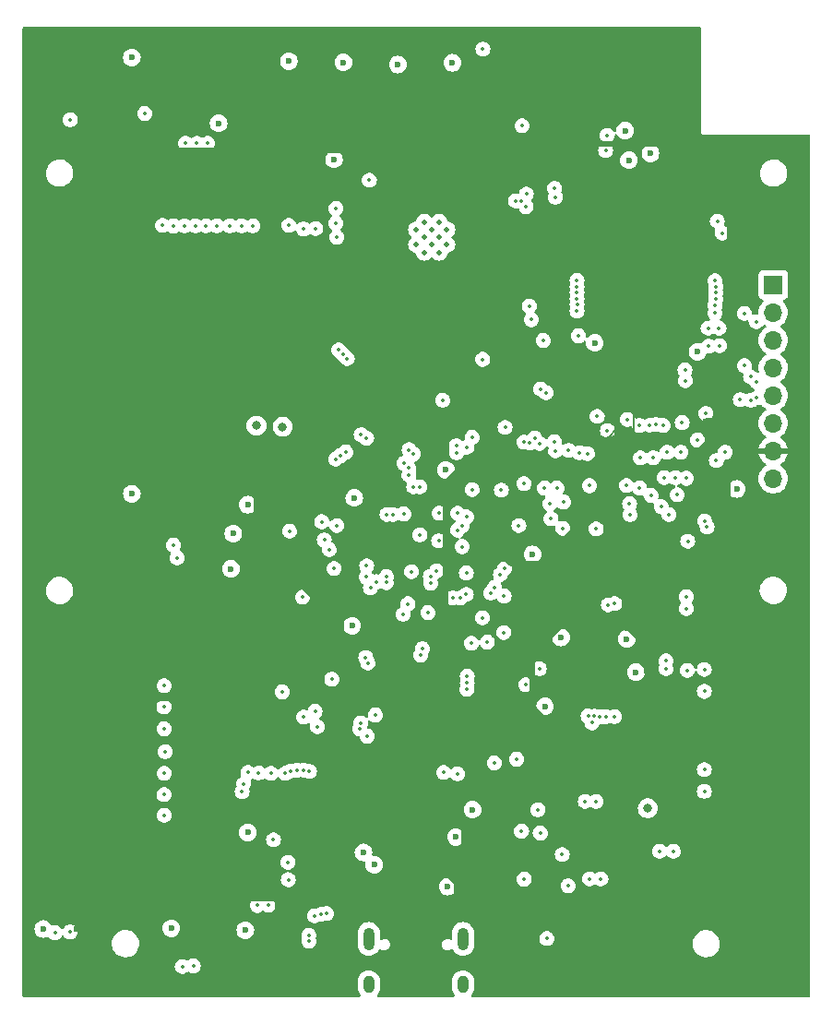
<source format=gbr>
%TF.GenerationSoftware,KiCad,Pcbnew,7.0.5*%
%TF.CreationDate,2023-09-20T09:45:38-07:00*%
%TF.ProjectId,EV9 Board Design,45563920-426f-4617-9264-204465736967,EV8*%
%TF.SameCoordinates,Original*%
%TF.FileFunction,Copper,L2,Inr*%
%TF.FilePolarity,Positive*%
%FSLAX46Y46*%
G04 Gerber Fmt 4.6, Leading zero omitted, Abs format (unit mm)*
G04 Created by KiCad (PCBNEW 7.0.5) date 2023-09-20 09:45:38*
%MOMM*%
%LPD*%
G01*
G04 APERTURE LIST*
%TA.AperFunction,ComponentPad*%
%ADD10R,1.700000X1.700000*%
%TD*%
%TA.AperFunction,ComponentPad*%
%ADD11O,1.700000X1.700000*%
%TD*%
%TA.AperFunction,ComponentPad*%
%ADD12C,0.500000*%
%TD*%
%TA.AperFunction,ComponentPad*%
%ADD13O,1.000000X2.100000*%
%TD*%
%TA.AperFunction,ComponentPad*%
%ADD14O,1.000000X1.600000*%
%TD*%
%TA.AperFunction,ViaPad*%
%ADD15C,0.600000*%
%TD*%
%TA.AperFunction,ViaPad*%
%ADD16C,0.350000*%
%TD*%
%TA.AperFunction,ViaPad*%
%ADD17C,0.800000*%
%TD*%
%TA.AperFunction,Conductor*%
%ADD18C,0.500000*%
%TD*%
%TA.AperFunction,Conductor*%
%ADD19C,0.200000*%
%TD*%
%TA.AperFunction,Conductor*%
%ADD20C,0.127000*%
%TD*%
G04 APERTURE END LIST*
D10*
%TO.N,/DISP_BL*%
%TO.C,J4*%
X183087500Y-79885000D03*
D11*
%TO.N,/DISP_RSTR*%
X183087500Y-82425000D03*
%TO.N,/DISP_DC*%
X183087500Y-84965000D03*
%TO.N,/DISP_CS*%
X183087500Y-87505000D03*
%TO.N,/DISP_SPI_SCK*%
X183087500Y-90045000D03*
%TO.N,/DISP_SPI_MOSI*%
X183087500Y-92585000D03*
%TO.N,GND*%
X183087500Y-95125000D03*
%TO.N,/VIN*%
X183087500Y-97665000D03*
%TD*%
D12*
%TO.N,N/C*%
%TO.C,U11*%
X150337500Y-74810000D03*
X150337500Y-76210000D03*
X151037500Y-74110000D03*
X151037500Y-75510000D03*
X151037500Y-76910000D03*
X151737500Y-74810000D03*
X151737500Y-76210000D03*
X152437500Y-74110000D03*
X152437500Y-75510000D03*
X152437500Y-76910000D03*
X153137500Y-74810000D03*
X153137500Y-76210000D03*
%TD*%
D13*
%TO.N,unconnected-(J9-SHIELD-PadS1)*%
%TO.C,J9*%
X145967500Y-139916000D03*
D14*
X145967500Y-144096000D03*
D13*
X154607500Y-139916000D03*
D14*
X154607500Y-144096000D03*
%TD*%
D15*
%TO.N,+3.3VA*%
X169637500Y-112375000D03*
X163607500Y-112245000D03*
X170487500Y-115435000D03*
X160987500Y-104625000D03*
D16*
%TO.N,+3.3V*%
X163787500Y-102225000D03*
X155387500Y-112775000D03*
D15*
X127837500Y-138935000D03*
D16*
X173517413Y-100968530D03*
X161495000Y-128065000D03*
D15*
X142777500Y-68375000D03*
X162137500Y-118575000D03*
D17*
X171574000Y-127925000D03*
D15*
X155492500Y-128050000D03*
X148637500Y-59665000D03*
D16*
X166446962Y-120075538D03*
X161700000Y-130190000D03*
X175117500Y-109595000D03*
X162690000Y-101350000D03*
X160237500Y-134425000D03*
D15*
X138627500Y-59345000D03*
D16*
X167870000Y-93260000D03*
X135727878Y-136838556D03*
D15*
X134637500Y-139115000D03*
X176137500Y-86025000D03*
X132187500Y-65055000D03*
X116087500Y-139005000D03*
X143637500Y-59465000D03*
X144437500Y-111175000D03*
X153637500Y-59505000D03*
D16*
X176137500Y-94125000D03*
X166837500Y-102275000D03*
D15*
X144637500Y-99445000D03*
D16*
X169937500Y-100975000D03*
D15*
X153037500Y-96875000D03*
D16*
X136757500Y-136799500D03*
D15*
%TO.N,VBUS*%
X153197500Y-135115000D03*
X146472500Y-133110000D03*
X145480000Y-131980000D03*
D16*
X159987500Y-130025000D03*
D15*
X133320000Y-105950000D03*
%TO.N,GND*%
X174147500Y-89795000D03*
D16*
X149921225Y-133974500D03*
D15*
X154737500Y-128835000D03*
X169649706Y-111417206D03*
D16*
X164777500Y-99517000D03*
D15*
X146617500Y-136495000D03*
X130887500Y-139055000D03*
X139797500Y-98175000D03*
X162027997Y-119574503D03*
X151570500Y-127985023D03*
X169635000Y-103875000D03*
X148387500Y-88165000D03*
X125287500Y-130705000D03*
X137937500Y-103475000D03*
X181267500Y-95125000D03*
D17*
X164716000Y-126992000D03*
D16*
X132487500Y-117825000D03*
D15*
X171457500Y-115335000D03*
D16*
X167880000Y-93930000D03*
D15*
X171427500Y-136495000D03*
X154137500Y-96675000D03*
D16*
X170270000Y-95130000D03*
D15*
X138272313Y-139748000D03*
X140937500Y-70375000D03*
D16*
X156525500Y-129975000D03*
D15*
X163787500Y-104825000D03*
D16*
X135772500Y-131540000D03*
D15*
X143444111Y-111285377D03*
D17*
X180464000Y-128262000D03*
D15*
X119157500Y-138985000D03*
X158587500Y-105025000D03*
D16*
X153587500Y-113625000D03*
D15*
X167087500Y-89785000D03*
X165938378Y-101141541D03*
X165392500Y-67980000D03*
X145587500Y-97725000D03*
X136087500Y-98145000D03*
X146047000Y-67525500D03*
X154037500Y-136245000D03*
X161087500Y-114095000D03*
X135637500Y-101375000D03*
D16*
X165437500Y-57875000D03*
X175288000Y-95875000D03*
D15*
X176887000Y-92448000D03*
X120127500Y-57725000D03*
X172291250Y-109071250D03*
X152887500Y-134038000D03*
X165077500Y-110575000D03*
%TO.N,+BATT*%
X134852500Y-100060000D03*
D17*
X138050000Y-92920000D03*
X135654312Y-92814312D03*
D15*
X133527500Y-102715000D03*
%TO.N,/VIN*%
X166700500Y-85212000D03*
X153957500Y-130555000D03*
X169837500Y-68435000D03*
X179737500Y-98625000D03*
D16*
%TO.N,/UI_SDA*%
X140462000Y-139565000D03*
X150887500Y-113275000D03*
X145807500Y-121315000D03*
%TO.N,/UI_SCL*%
X140462000Y-140114503D03*
X146567500Y-119355000D03*
X150748062Y-113863104D03*
%TO.N,/MCLK*%
X166098551Y-119450538D03*
X158367500Y-111789047D03*
X160209500Y-98130504D03*
X173352000Y-95242000D03*
X158386000Y-108445000D03*
X154917903Y-106316217D03*
X160211225Y-94316851D03*
%TO.N,/NET_SDA*%
X117160000Y-139340000D03*
X145262000Y-93633000D03*
%TO.N,/NET_SCL*%
X118545720Y-139269041D03*
X145764630Y-93960000D03*
%TO.N,/MGMT_BOOT*%
X162297500Y-139885000D03*
X162567500Y-99978000D03*
%TO.N,/MGMT_NRST*%
X172817500Y-100255000D03*
X175197500Y-115265000D03*
X175117500Y-108505000D03*
X163717500Y-132165500D03*
X164247500Y-135035000D03*
%TO.N,/IN_3*%
X154987500Y-116995000D03*
X142087500Y-137595000D03*
X160357787Y-116584713D03*
X161612000Y-115115000D03*
%TO.N,/NET_RST*%
X166032500Y-95370000D03*
X146017500Y-70285000D03*
%TO.N,/UI_RST*%
X159737500Y-101975000D03*
X158041063Y-106471500D03*
%TO.N,/MIC_P*%
X140997500Y-137795000D03*
X154994000Y-115795000D03*
%TO.N,/LEDA_R*%
X133237500Y-74475000D03*
X173087464Y-97575036D03*
%TO.N,/DISP_BL*%
X149649497Y-97310503D03*
X177813367Y-80065838D03*
X150670051Y-102839949D03*
X165076000Y-80039744D03*
%TO.N,/DISP_RSTR*%
X181527500Y-83275000D03*
X181527500Y-88755000D03*
X177764713Y-81735287D03*
X165078327Y-81688247D03*
%TO.N,/LEDA_G*%
X134287500Y-74475000D03*
X174086897Y-97586821D03*
D15*
%TO.N,Net-(D10-K)*%
X124217500Y-59025000D03*
X124217500Y-99052000D03*
D16*
%TO.N,/LEDA_B*%
X135337500Y-74475000D03*
X175105761Y-97640885D03*
%TO.N,/KB_COL3*%
X141257670Y-120440000D03*
X136984500Y-124725000D03*
X145140167Y-120630430D03*
X157182500Y-108170000D03*
%TO.N,/KB_COL4*%
X157507500Y-107675000D03*
X145220073Y-120086769D03*
%TO.N,/DISP_DC*%
X165076000Y-80589247D03*
X177796668Y-80615087D03*
%TO.N,/DISP_CS*%
X149640287Y-96700287D03*
X180447500Y-87305000D03*
X177759286Y-79519004D03*
X180437109Y-82512104D03*
X149179000Y-100899500D03*
X165076000Y-79490241D03*
%TO.N,/DISP_SPI_SCK*%
X165076000Y-82310000D03*
X177734779Y-82479257D03*
%TO.N,/DISP_SPI_MOSI*%
X181562911Y-90264103D03*
X177813193Y-81164341D03*
X180997500Y-88327000D03*
X165076000Y-81138750D03*
%TO.N,/UI_TX3*%
X148176888Y-100966212D03*
X128847500Y-142445000D03*
%TO.N,/UI_RX3*%
X147627500Y-100955000D03*
X129857500Y-142395000D03*
%TO.N,/NET_TX0_MGMT*%
X160427500Y-71545000D03*
X166832002Y-127300500D03*
X177108052Y-83865411D03*
X164311000Y-95071500D03*
X178392500Y-75126500D03*
X177168812Y-85505351D03*
X167850000Y-66170000D03*
X163016680Y-71029620D03*
%TO.N,/KB_MIC*%
X149200353Y-96259647D03*
D15*
X134857500Y-130145000D03*
D16*
%TO.N,/NET_RX0_MGMT*%
X166210000Y-98315000D03*
X163112002Y-71850000D03*
X165832002Y-127300500D03*
X178107500Y-83855000D03*
X169620000Y-98300000D03*
X163104250Y-95111750D03*
X178167500Y-85465000D03*
X160407500Y-72715000D03*
X167704963Y-67564463D03*
X177954500Y-74040000D03*
%TO.N,/KB_ROW5*%
X139979479Y-124430737D03*
X142782831Y-105932832D03*
%TO.N,/KB_ROW1*%
X134338500Y-126410414D03*
X141637500Y-101625000D03*
%TO.N,/KB_ROW2*%
X134865765Y-124640620D03*
X143037500Y-101975000D03*
%TO.N,/KB_ROW3*%
X141879176Y-103286775D03*
X138310500Y-124722000D03*
%TO.N,/MIC_N*%
X154994000Y-116435000D03*
X141543070Y-137669494D03*
%TO.N,/KB_ROW4*%
X142337500Y-104175000D03*
X139362700Y-124433384D03*
%TO.N,/KB_ROW6*%
X145686060Y-114074350D03*
X140522320Y-124534102D03*
%TO.N,/KB_ROW7*%
X137217500Y-130825000D03*
X145870428Y-114592000D03*
%TO.N,/LEDB_R*%
X158478724Y-92977000D03*
X153996664Y-94648319D03*
X174277128Y-99155912D03*
X127040914Y-74428046D03*
%TO.N,/LEDB_G*%
X154987083Y-94782756D03*
X128038192Y-74494691D03*
%TO.N,Net-(D11-K)*%
X138579500Y-134479500D03*
X138697500Y-102485000D03*
%TO.N,/LEDB_B*%
X155442568Y-93879932D03*
X129037500Y-74475000D03*
%TO.N,/SPK_LN*%
X176762000Y-117195000D03*
X173237500Y-115105000D03*
%TO.N,/SPK_LP*%
X176762000Y-115175000D03*
X173247500Y-114395000D03*
%TO.N,/HP_R*%
X168533334Y-109146500D03*
X176762000Y-124375000D03*
%TO.N,/HP_L*%
X167947500Y-109255000D03*
X176762000Y-126375000D03*
%TO.N,/KB_COL5*%
X142569000Y-116072000D03*
X138819159Y-124514108D03*
%TO.N,/KB_COL2*%
X141037500Y-119012000D03*
X135864500Y-124679767D03*
D15*
%TO.N,Net-(J15-Pin_2)*%
X169487500Y-65725000D03*
X171817500Y-67835000D03*
D16*
%TO.N,/BTN_RST*%
X169896738Y-99976329D03*
X118582500Y-64740000D03*
X125387500Y-64165000D03*
X163827500Y-99805000D03*
X160756530Y-94384622D03*
%TO.N,/BTN_UI*%
X163227500Y-98525000D03*
X170827500Y-98525000D03*
X159967500Y-72195000D03*
X162995438Y-94282938D03*
%TO.N,/BTN_NET*%
X162085063Y-98525000D03*
X161632500Y-94440000D03*
X171877500Y-99215000D03*
X159418141Y-72182458D03*
X156437500Y-58245000D03*
X160017500Y-65285000D03*
%TO.N,/KB_COL1*%
X139992500Y-119564000D03*
X134491860Y-125668536D03*
%TO.N,Net-(U1-PA12)*%
X146117500Y-107705000D03*
X138547500Y-132885000D03*
%TO.N,/UI_STAT*%
X149565500Y-109160000D03*
X172082000Y-95750000D03*
X170899423Y-95773500D03*
X156849401Y-112665547D03*
X175240000Y-103410000D03*
X145767500Y-105675000D03*
%TO.N,/UI_BOOT*%
X151377500Y-109966000D03*
X150064500Y-95400000D03*
X152737500Y-90475500D03*
X161194164Y-93940782D03*
%TO.N,/NET_LED_B*%
X138637500Y-74425000D03*
X143037500Y-75525000D03*
%TO.N,/NET_LED_G*%
X139981002Y-74752500D03*
X142937500Y-74225000D03*
%TO.N,/NET_LED_R*%
X141098738Y-74721262D03*
X142950000Y-72870000D03*
%TO.N,/UI_DBG1*%
X127167500Y-116685000D03*
X150637500Y-98425000D03*
%TO.N,/UI_LED_B*%
X149137500Y-110115000D03*
X132036009Y-74475000D03*
X149892500Y-106205000D03*
X131191563Y-66900500D03*
X152188000Y-106140000D03*
%TO.N,/NET_STAT*%
X156427500Y-86725000D03*
X174725500Y-92515962D03*
X161738609Y-89452000D03*
X174622000Y-95242000D03*
%TO.N,/UI_LED_G*%
X131036506Y-74475000D03*
X154537500Y-103910000D03*
X130187500Y-66895000D03*
%TO.N,/UI_TX1_MGMT*%
X147575500Y-107206966D03*
X151635000Y-107285000D03*
X146699500Y-107128000D03*
X177010000Y-102120000D03*
%TO.N,/UI_RX1_MGMT*%
X147575500Y-106657463D03*
X176780000Y-101550000D03*
X151620000Y-106643000D03*
X145730000Y-106690000D03*
%TO.N,/NET_BOOT*%
X165199000Y-84560000D03*
X165310500Y-95298000D03*
X161967500Y-84985000D03*
%TO.N,/UI_LED_R*%
X155449604Y-98675000D03*
X130037003Y-74475000D03*
X129137500Y-66900500D03*
X158405228Y-105917272D03*
X158130000Y-98720000D03*
%TO.N,/UI_DBG2*%
X150087997Y-98425000D03*
X127157500Y-118615000D03*
%TO.N,/UI_DBG3*%
X127177500Y-120635000D03*
X128044000Y-103785000D03*
%TO.N,/UI_DBG4*%
X127287500Y-122735000D03*
X128371000Y-104945000D03*
%TO.N,/MGMT_DBG7*%
X127197500Y-128565000D03*
X162238000Y-89779000D03*
X142911435Y-95887000D03*
X166929713Y-91959713D03*
X171757500Y-92765000D03*
X143209283Y-85868990D03*
%TO.N,/NET_DBG5*%
X143867500Y-95233000D03*
X160877500Y-83075000D03*
X127197500Y-124725000D03*
X143986397Y-86646104D03*
%TO.N,/NET_DBG6*%
X160687500Y-81825000D03*
X127157500Y-126675000D03*
X143597840Y-86257547D03*
X143366397Y-95560000D03*
%TO.N,/MGMT_SWDIO*%
X175007500Y-88685000D03*
X180057500Y-90415000D03*
X170807500Y-92787000D03*
X166237500Y-134405000D03*
%TO.N,/MGMT_SWCLK*%
X174985294Y-87685745D03*
X181055237Y-90474389D03*
X167267500Y-134405000D03*
X169700000Y-92230500D03*
%TO.N,/I2S_DACLRC*%
X154337500Y-108616000D03*
X167192939Y-119538388D03*
X152377500Y-103367500D03*
X152413000Y-100852306D03*
%TO.N,/UI_SWDIO*%
X172660573Y-131870000D03*
X139867500Y-108555000D03*
X173920000Y-131870000D03*
X138012213Y-117239713D03*
%TO.N,/UI_TX1_NET*%
X154502181Y-101987819D03*
X154938820Y-101185605D03*
%TO.N,/BOOT1*%
X154028212Y-95300000D03*
X149664859Y-95022852D03*
%TO.N,/UI_RX1_NET*%
X154130000Y-100852806D03*
X154128152Y-102390380D03*
%TO.N,/I2S_BCLK*%
X153662000Y-108616000D03*
X166647709Y-119469995D03*
%TO.N,/I2S_ADCDAT*%
X168527500Y-119515000D03*
X154913000Y-108297000D03*
%TO.N,/I2S_DACDAT*%
X167741086Y-119499818D03*
X156399308Y-110443192D03*
%TO.N,/USB_TX1_MGMT*%
X152817500Y-124635000D03*
X172336000Y-92702000D03*
X176908000Y-91686000D03*
X159527500Y-123417000D03*
%TO.N,/USB_RX1_MGMT*%
X178683000Y-95242000D03*
X154097500Y-124765000D03*
X172972781Y-92789278D03*
X177856500Y-96004000D03*
X157486000Y-123757000D03*
%TD*%
D18*
%TO.N,GND*%
X143444111Y-111031611D02*
X137937500Y-105525000D01*
X135637500Y-98475000D02*
X135937500Y-98175000D01*
X121017500Y-138985000D02*
X125507500Y-134495000D01*
D19*
X170270000Y-89800000D02*
X170265000Y-89795000D01*
D18*
X128687500Y-135375000D02*
X127237500Y-133925000D01*
X162657500Y-126942918D02*
X163427500Y-127712918D01*
X181237500Y-95125000D02*
X180437500Y-95125000D01*
X180687500Y-95125000D02*
X180587500Y-95025000D01*
D19*
X168795000Y-93015000D02*
X167880000Y-93930000D01*
D18*
X135587500Y-101425000D02*
X135637500Y-101375000D01*
X162137500Y-119574503D02*
X162657500Y-120094503D01*
X154037500Y-136245000D02*
X154037500Y-136275000D01*
X125287500Y-130705000D02*
X125287500Y-130695000D01*
X151570500Y-127985023D02*
X153898023Y-127985023D01*
X129807500Y-136495000D02*
X128687500Y-135375000D01*
X125387500Y-117825000D02*
X125287500Y-117725000D01*
X127440957Y-67525000D02*
X127439957Y-67526000D01*
X174067500Y-89715000D02*
X174147500Y-89795000D01*
D20*
X135497500Y-131815000D02*
X135497500Y-136315000D01*
D18*
X137937500Y-105525000D02*
X137937500Y-103475000D01*
X160987500Y-114225000D02*
X161087500Y-114125000D01*
X164185418Y-110575000D02*
X161087500Y-113672918D01*
X180437500Y-95125000D02*
X178930000Y-96632500D01*
X183087500Y-95125000D02*
X181267500Y-95125000D01*
X172291250Y-109071250D02*
X172887500Y-108475000D01*
X140937500Y-67526000D02*
X140938000Y-67525500D01*
X176887000Y-92448000D02*
X176960000Y-92375000D01*
X137937500Y-103475000D02*
X137637500Y-103475000D01*
X164887500Y-110575000D02*
X165077500Y-110575000D01*
X178930000Y-96632500D02*
X178930000Y-126717500D01*
X164716000Y-126992000D02*
X164148418Y-126992000D01*
X160987500Y-118627082D02*
X160987500Y-114225000D01*
X136087500Y-98175000D02*
X135587500Y-98675000D01*
X127237500Y-133925000D02*
X125287500Y-131975000D01*
X137607500Y-136495000D02*
X137287500Y-136175000D01*
X163427500Y-129225000D02*
X170017500Y-135815000D01*
X130887500Y-136515000D02*
X130867500Y-136495000D01*
X178930000Y-126717500D02*
X180587500Y-128375000D01*
X165377500Y-67995000D02*
X165392500Y-67980000D01*
X174067500Y-89715000D02*
X173987500Y-89795000D01*
X165938378Y-101276204D02*
X163787500Y-103427082D01*
X153137500Y-105025000D02*
X158587500Y-105025000D01*
X130867500Y-136495000D02*
X129807500Y-136495000D01*
X153817500Y-136495000D02*
X150057500Y-136495000D01*
D20*
X135772500Y-131540000D02*
X135497500Y-131815000D01*
D18*
X140387500Y-97725000D02*
X139937500Y-98175000D01*
X119157500Y-138985000D02*
X121017500Y-138985000D01*
X164887500Y-110575000D02*
X164185418Y-110575000D01*
X146617500Y-136495000D02*
X137607500Y-136495000D01*
D19*
X168795000Y-89795000D02*
X168795000Y-93015000D01*
D18*
X153037500Y-98077082D02*
X153037500Y-113075000D01*
X147487500Y-87265000D02*
X147487500Y-67576000D01*
X140937500Y-70375000D02*
X140937500Y-67526000D01*
X125287500Y-68175000D02*
X125287500Y-96675000D01*
D20*
X164777500Y-99980663D02*
X165938378Y-101141541D01*
D18*
X146047000Y-67525500D02*
X147538000Y-67525500D01*
X180587500Y-135175000D02*
X179267500Y-136495000D01*
X179097500Y-68235000D02*
X179097500Y-89625000D01*
X150057500Y-136495000D02*
X146617500Y-136495000D01*
X162027997Y-119574503D02*
X161934921Y-119574503D01*
X154037500Y-136275000D02*
X153817500Y-136495000D01*
X153302582Y-134038000D02*
X154037500Y-134772918D01*
X169690033Y-111376879D02*
X169985621Y-111376879D01*
X168795000Y-89795000D02*
X167217500Y-89795000D01*
X173987500Y-89795000D02*
X170265000Y-89795000D01*
X170487500Y-103875000D02*
X169635000Y-103875000D01*
X135637500Y-101375000D02*
X135637500Y-98475000D01*
X180587500Y-128375000D02*
X180587500Y-135175000D01*
X166457500Y-66915000D02*
X177777500Y-66915000D01*
D20*
X155888000Y-129975000D02*
X154737500Y-128824500D01*
D18*
X163137500Y-105475000D02*
X163787500Y-104825000D01*
X170017500Y-135815000D02*
X170017500Y-136495000D01*
X169841461Y-111376879D02*
X169690033Y-111376879D01*
X154137500Y-96977082D02*
X153037500Y-98077082D01*
X135567500Y-136235000D02*
X131127500Y-136235000D01*
X161087500Y-113672918D02*
X161087500Y-114095000D01*
X169985621Y-111376879D02*
X170762500Y-110600000D01*
X169635000Y-103875000D02*
X163837500Y-103875000D01*
X178927500Y-89795000D02*
X179097500Y-89625000D01*
D20*
X149921225Y-133974500D02*
X149921225Y-136358725D01*
D18*
X135637500Y-136165000D02*
X135567500Y-136235000D01*
X164148418Y-126992000D02*
X163427500Y-127712918D01*
X120147500Y-57725000D02*
X120147500Y-65905000D01*
X172887500Y-108475000D02*
X172887500Y-106275000D01*
X125287500Y-130695000D02*
X125287500Y-117725000D01*
X170737500Y-110575000D02*
X170762500Y-110600000D01*
X172887500Y-106275000D02*
X170487500Y-103875000D01*
X154737500Y-134072918D02*
X154037500Y-134772918D01*
X154737500Y-128824500D02*
X154737500Y-128835000D01*
X125337500Y-98675000D02*
X125287500Y-98725000D01*
X170017500Y-136495000D02*
X153817500Y-136495000D01*
X138272313Y-139748000D02*
X137637500Y-139113187D01*
X180587500Y-92325000D02*
X180587500Y-95025000D01*
X120147500Y-65905000D02*
X121767500Y-67525000D01*
X181267500Y-95125000D02*
X180687500Y-95125000D01*
X161934921Y-119574503D02*
X160987500Y-118627082D01*
X137637500Y-103475000D02*
X135587500Y-101425000D01*
X165387500Y-67985000D02*
X165387500Y-57925000D01*
X171457500Y-112992918D02*
X169841461Y-111376879D01*
X163427500Y-127712918D02*
X163427500Y-129225000D01*
X158587500Y-105025000D02*
X159037500Y-105475000D01*
X179097500Y-89625000D02*
X179097500Y-90835000D01*
D20*
X156525500Y-129975000D02*
X155888000Y-129975000D01*
D18*
X180537500Y-92375000D02*
X180587500Y-92325000D01*
X176960000Y-92375000D02*
X180537500Y-92375000D01*
D20*
X176887000Y-94313831D02*
X175325831Y-95875000D01*
D18*
X153898023Y-127985023D02*
X154737500Y-128824500D01*
X126735793Y-67526000D02*
X126734793Y-67525000D01*
X135587500Y-98675000D02*
X125337500Y-98675000D01*
X171457500Y-115335000D02*
X171457500Y-112992918D01*
X139797500Y-98175000D02*
X135937500Y-98175000D01*
X179097500Y-90835000D02*
X180587500Y-92325000D01*
X165377500Y-67995000D02*
X164908000Y-67525500D01*
X125287500Y-117725000D02*
X125287500Y-98725000D01*
X148387500Y-88165000D02*
X147487500Y-87265000D01*
X154737500Y-128835000D02*
X154737500Y-134072918D01*
X165938378Y-101141541D02*
X165938378Y-101276204D01*
X165377500Y-67995000D02*
X165387500Y-67985000D01*
X132487500Y-117825000D02*
X125387500Y-117825000D01*
D20*
X176887000Y-92448000D02*
X176887000Y-94313831D01*
D18*
X159037500Y-105475000D02*
X163137500Y-105475000D01*
X170762500Y-110600000D02*
X172291250Y-109071250D01*
X154137500Y-96675000D02*
X154137500Y-96977082D01*
X162657500Y-120094503D02*
X162657500Y-126942918D01*
X137287500Y-136175000D02*
X135637500Y-136175000D01*
X121767500Y-67525000D02*
X125937500Y-67525000D01*
X130887500Y-139055000D02*
X130887500Y-136515000D01*
X143444111Y-111285377D02*
X143444111Y-111031611D01*
X125937500Y-67525000D02*
X125287500Y-68175000D01*
X163787500Y-103925000D02*
X163787500Y-104825000D01*
X145587500Y-97725000D02*
X140387500Y-97725000D01*
X177777500Y-66915000D02*
X179097500Y-68235000D01*
X171427500Y-136495000D02*
X171417500Y-136495000D01*
X153037500Y-113075000D02*
X153587500Y-113625000D01*
X163837500Y-103875000D02*
X163787500Y-103925000D01*
X170265000Y-89795000D02*
X168795000Y-89795000D01*
X125287500Y-98725000D02*
X125287500Y-96675000D01*
D20*
X175325831Y-95875000D02*
X175288000Y-95875000D01*
D18*
X136087500Y-98175000D02*
X135937500Y-98175000D01*
X174147500Y-89795000D02*
X178927500Y-89795000D01*
X145987500Y-67525500D02*
X146047000Y-67525500D01*
X137637500Y-136525000D02*
X137607500Y-136495000D01*
D20*
X164777500Y-99517000D02*
X164777500Y-99980663D01*
D18*
X164908000Y-67525500D02*
X147538000Y-67525500D01*
X137637500Y-139113187D02*
X137637500Y-136525000D01*
X131127500Y-136235000D02*
X130867500Y-136495000D01*
D19*
X170270000Y-95130000D02*
X170270000Y-89800000D01*
D18*
X126667500Y-134495000D02*
X127237500Y-133925000D01*
X140938000Y-67525500D02*
X125938000Y-67525500D01*
X145987500Y-67525500D02*
X140938000Y-67525500D01*
X125507500Y-134495000D02*
X126667500Y-134495000D01*
X139937500Y-98175000D02*
X139797500Y-98175000D01*
X162137500Y-119574503D02*
X162027997Y-119574503D01*
X143787500Y-67525000D02*
X127440957Y-67525000D01*
X147487500Y-67576000D02*
X147538000Y-67525500D01*
X165077500Y-110575000D02*
X170737500Y-110575000D01*
X179267500Y-136495000D02*
X171427500Y-136495000D01*
X165392500Y-67980000D02*
X166457500Y-66915000D01*
X163787500Y-103427082D02*
X163787500Y-103925000D01*
X154037500Y-134772918D02*
X154037500Y-136245000D01*
X161087500Y-114095000D02*
X161087500Y-114125000D01*
D20*
X149921225Y-136358725D02*
X150057500Y-136495000D01*
D18*
X152887500Y-134038000D02*
X153302582Y-134038000D01*
X125287500Y-131975000D02*
X125287500Y-130705000D01*
X127439957Y-67526000D02*
X126735793Y-67526000D01*
X171417500Y-136495000D02*
X170017500Y-136495000D01*
X165387500Y-57925000D02*
X165437500Y-57875000D01*
%TD*%
%TA.AperFunction,Conductor*%
%TO.N,GND*%
G36*
X176429121Y-56245502D02*
G01*
X176475614Y-56299158D01*
X176487000Y-56351499D01*
X176487000Y-65839237D01*
X176487000Y-65930763D01*
X176490896Y-65938854D01*
X176500211Y-65965475D01*
X176502210Y-65974231D01*
X176502211Y-65974232D01*
X176507804Y-65981245D01*
X176522817Y-66005136D01*
X176526712Y-66013224D01*
X176533729Y-66018820D01*
X176553680Y-66038771D01*
X176559276Y-66045788D01*
X176567363Y-66049682D01*
X176591249Y-66064692D01*
X176598269Y-66070290D01*
X176607021Y-66072287D01*
X176633649Y-66081605D01*
X176641737Y-66085500D01*
X176664910Y-66085500D01*
X186361000Y-66085500D01*
X186429121Y-66105502D01*
X186475614Y-66159158D01*
X186487000Y-66211500D01*
X186487000Y-145108500D01*
X186466998Y-145176621D01*
X186413342Y-145223114D01*
X186361000Y-145234500D01*
X155490406Y-145234500D01*
X155422285Y-145214498D01*
X155375792Y-145160842D01*
X155365688Y-145090568D01*
X155393007Y-145028566D01*
X155401954Y-145017663D01*
X155450095Y-144959004D01*
X155543741Y-144783804D01*
X155601408Y-144593701D01*
X155616000Y-144445547D01*
X155616000Y-143746453D01*
X155601408Y-143598299D01*
X155543741Y-143408196D01*
X155450095Y-143232996D01*
X155324068Y-143079432D01*
X155170504Y-142953405D01*
X154995304Y-142859759D01*
X154805201Y-142802092D01*
X154805200Y-142802091D01*
X154805194Y-142802090D01*
X154607503Y-142782620D01*
X154607497Y-142782620D01*
X154409805Y-142802090D01*
X154219695Y-142859759D01*
X154044495Y-142953405D01*
X153890932Y-143079432D01*
X153764905Y-143232995D01*
X153671259Y-143408195D01*
X153613590Y-143598305D01*
X153599000Y-143746446D01*
X153599000Y-144445553D01*
X153613590Y-144593694D01*
X153671259Y-144783804D01*
X153764905Y-144959004D01*
X153821993Y-145028566D01*
X153849747Y-145093914D01*
X153837765Y-145163892D01*
X153789853Y-145216284D01*
X153724594Y-145234500D01*
X146850406Y-145234500D01*
X146782285Y-145214498D01*
X146735792Y-145160842D01*
X146725688Y-145090568D01*
X146753007Y-145028566D01*
X146761954Y-145017663D01*
X146810095Y-144959004D01*
X146903741Y-144783804D01*
X146961408Y-144593701D01*
X146976000Y-144445547D01*
X146976000Y-143746453D01*
X146961408Y-143598299D01*
X146903741Y-143408196D01*
X146810095Y-143232996D01*
X146684068Y-143079432D01*
X146530504Y-142953405D01*
X146355304Y-142859759D01*
X146165201Y-142802092D01*
X146165200Y-142802091D01*
X146165194Y-142802090D01*
X145967503Y-142782620D01*
X145967497Y-142782620D01*
X145769805Y-142802090D01*
X145579695Y-142859759D01*
X145404495Y-142953405D01*
X145250932Y-143079432D01*
X145124905Y-143232995D01*
X145031259Y-143408195D01*
X144973590Y-143598305D01*
X144959000Y-143746446D01*
X144959000Y-144445553D01*
X144973590Y-144593694D01*
X145031259Y-144783804D01*
X145124905Y-144959004D01*
X145181993Y-145028566D01*
X145209747Y-145093914D01*
X145197765Y-145163892D01*
X145149853Y-145216284D01*
X145084594Y-145234500D01*
X114314000Y-145234500D01*
X114245879Y-145214498D01*
X114199386Y-145160842D01*
X114188000Y-145108500D01*
X114188000Y-142445003D01*
X128158980Y-142445003D01*
X128178985Y-142609771D01*
X128237847Y-142764974D01*
X128332133Y-142901570D01*
X128332132Y-142901570D01*
X128332134Y-142901572D01*
X128332135Y-142901573D01*
X128456376Y-143011641D01*
X128603347Y-143088777D01*
X128764508Y-143128500D01*
X128764509Y-143128500D01*
X128930491Y-143128500D01*
X128930492Y-143128500D01*
X129091653Y-143088777D01*
X129238624Y-143011641D01*
X129297167Y-142959775D01*
X129361415Y-142929576D01*
X129431796Y-142938906D01*
X129464270Y-142959775D01*
X129466376Y-142961641D01*
X129613347Y-143038777D01*
X129774508Y-143078500D01*
X129774509Y-143078500D01*
X129940491Y-143078500D01*
X129940492Y-143078500D01*
X130101653Y-143038777D01*
X130248624Y-142961641D01*
X130372865Y-142851573D01*
X130467154Y-142714971D01*
X130526013Y-142559774D01*
X130526013Y-142559773D01*
X130526014Y-142559771D01*
X130546020Y-142395003D01*
X130546020Y-142394996D01*
X130526014Y-142230228D01*
X130506393Y-142178493D01*
X130467154Y-142075029D01*
X130467152Y-142075027D01*
X130467152Y-142075025D01*
X130404294Y-141983960D01*
X130372866Y-141938429D01*
X130372867Y-141938429D01*
X130248623Y-141828358D01*
X130248619Y-141828356D01*
X130101651Y-141751222D01*
X129940493Y-141711500D01*
X129940492Y-141711500D01*
X129774508Y-141711500D01*
X129774506Y-141711500D01*
X129613348Y-141751222D01*
X129466380Y-141828356D01*
X129466376Y-141828358D01*
X129407832Y-141880223D01*
X129343578Y-141910422D01*
X129273198Y-141901090D01*
X129240728Y-141880223D01*
X129238624Y-141878359D01*
X129238618Y-141878356D01*
X129091653Y-141801223D01*
X129091649Y-141801222D01*
X128930493Y-141761500D01*
X128930492Y-141761500D01*
X128764508Y-141761500D01*
X128764506Y-141761500D01*
X128603348Y-141801222D01*
X128456380Y-141878356D01*
X128456376Y-141878358D01*
X128332133Y-141988429D01*
X128237847Y-142125025D01*
X128178985Y-142280228D01*
X128158980Y-142444996D01*
X128158980Y-142445003D01*
X114188000Y-142445003D01*
X114188000Y-140401330D01*
X122383210Y-140401330D01*
X122400474Y-140528777D01*
X122413425Y-140624390D01*
X122482984Y-140838467D01*
X122589644Y-141036675D01*
X122589648Y-141036682D01*
X122662333Y-141127825D01*
X122729992Y-141212666D01*
X122899504Y-141360765D01*
X123092736Y-141476215D01*
X123303476Y-141555307D01*
X123303478Y-141555307D01*
X123303480Y-141555308D01*
X123436729Y-141579489D01*
X123524953Y-141595500D01*
X123524954Y-141595500D01*
X123693649Y-141595500D01*
X123693655Y-141595500D01*
X123851259Y-141581315D01*
X123861689Y-141580377D01*
X123861689Y-141580376D01*
X124037007Y-141531991D01*
X124078667Y-141520494D01*
X124078667Y-141520493D01*
X124078670Y-141520493D01*
X124281473Y-141422829D01*
X124463578Y-141290522D01*
X124619132Y-141127825D01*
X124743135Y-140939968D01*
X124831603Y-140732988D01*
X124881691Y-140513537D01*
X124891790Y-140288670D01*
X124868198Y-140114506D01*
X139773480Y-140114506D01*
X139793485Y-140279274D01*
X139852347Y-140434477D01*
X139946633Y-140571073D01*
X139946632Y-140571073D01*
X139946634Y-140571075D01*
X139946635Y-140571076D01*
X140070876Y-140681144D01*
X140217847Y-140758280D01*
X140379008Y-140798003D01*
X140379009Y-140798003D01*
X140544991Y-140798003D01*
X140544992Y-140798003D01*
X140706153Y-140758280D01*
X140853124Y-140681144D01*
X140977365Y-140571076D01*
X141015690Y-140515553D01*
X144959000Y-140515553D01*
X144973590Y-140663694D01*
X144973591Y-140663700D01*
X144973592Y-140663701D01*
X145031259Y-140853804D01*
X145124905Y-141029004D01*
X145250932Y-141182568D01*
X145404496Y-141308595D01*
X145579696Y-141402241D01*
X145769799Y-141459908D01*
X145769803Y-141459908D01*
X145769805Y-141459909D01*
X145967497Y-141479380D01*
X145967500Y-141479380D01*
X145967503Y-141479380D01*
X146165194Y-141459909D01*
X146165195Y-141459908D01*
X146165201Y-141459908D01*
X146355304Y-141402241D01*
X146530504Y-141308595D01*
X146684068Y-141182568D01*
X146810095Y-141029004D01*
X146878504Y-140901018D01*
X146928256Y-140850370D01*
X146997492Y-140834660D01*
X147054048Y-140855181D01*
X147055381Y-140852991D01*
X147186172Y-140932526D01*
X147325270Y-140971500D01*
X147325272Y-140971500D01*
X147433449Y-140971500D01*
X147433462Y-140971499D01*
X147515798Y-140960181D01*
X147540611Y-140956771D01*
X147673109Y-140899219D01*
X147785165Y-140808054D01*
X147868471Y-140690037D01*
X147916846Y-140553921D01*
X147921752Y-140482197D01*
X152648296Y-140482197D01*
X152677686Y-140623636D01*
X152744145Y-140751893D01*
X152744147Y-140751896D01*
X152842742Y-140857467D01*
X152842744Y-140857468D01*
X152842745Y-140857469D01*
X152898173Y-140891175D01*
X152966172Y-140932526D01*
X153105270Y-140971500D01*
X153105272Y-140971500D01*
X153213449Y-140971500D01*
X153213462Y-140971499D01*
X153295798Y-140960181D01*
X153320611Y-140956771D01*
X153453109Y-140899219D01*
X153503483Y-140858235D01*
X153568945Y-140830761D01*
X153638872Y-140843040D01*
X153691060Y-140891175D01*
X153694122Y-140896579D01*
X153764904Y-141029002D01*
X153764905Y-141029004D01*
X153890932Y-141182568D01*
X154044496Y-141308595D01*
X154219696Y-141402241D01*
X154409799Y-141459908D01*
X154409803Y-141459908D01*
X154409805Y-141459909D01*
X154607497Y-141479380D01*
X154607500Y-141479380D01*
X154607503Y-141479380D01*
X154805194Y-141459909D01*
X154805195Y-141459908D01*
X154805201Y-141459908D01*
X154995304Y-141402241D01*
X155170504Y-141308595D01*
X155324068Y-141182568D01*
X155450095Y-141029004D01*
X155543741Y-140853804D01*
X155601408Y-140663701D01*
X155616000Y-140515547D01*
X155616000Y-139885003D01*
X161608980Y-139885003D01*
X161628985Y-140049771D01*
X161687847Y-140204974D01*
X161782133Y-140341570D01*
X161782132Y-140341570D01*
X161782134Y-140341572D01*
X161782135Y-140341573D01*
X161906376Y-140451641D01*
X162053347Y-140528777D01*
X162214508Y-140568500D01*
X162214509Y-140568500D01*
X162380491Y-140568500D01*
X162380492Y-140568500D01*
X162541653Y-140528777D01*
X162688624Y-140451641D01*
X162745413Y-140401330D01*
X175683210Y-140401330D01*
X175700474Y-140528777D01*
X175713425Y-140624390D01*
X175782984Y-140838467D01*
X175889644Y-141036675D01*
X175889648Y-141036682D01*
X175962333Y-141127825D01*
X176029992Y-141212666D01*
X176199504Y-141360765D01*
X176392736Y-141476215D01*
X176603476Y-141555307D01*
X176603478Y-141555307D01*
X176603480Y-141555308D01*
X176736729Y-141579489D01*
X176824953Y-141595500D01*
X176824954Y-141595500D01*
X176993649Y-141595500D01*
X176993655Y-141595500D01*
X177151259Y-141581315D01*
X177161689Y-141580377D01*
X177161689Y-141580376D01*
X177337007Y-141531991D01*
X177378667Y-141520494D01*
X177378667Y-141520493D01*
X177378670Y-141520493D01*
X177581473Y-141422829D01*
X177763578Y-141290522D01*
X177919132Y-141127825D01*
X178043135Y-140939968D01*
X178131603Y-140732988D01*
X178181691Y-140513537D01*
X178191790Y-140288670D01*
X178161575Y-140065613D01*
X178092017Y-139851536D01*
X178074302Y-139818616D01*
X177985355Y-139653324D01*
X177985351Y-139653317D01*
X177845006Y-139477332D01*
X177755895Y-139399478D01*
X177675496Y-139329235D01*
X177482264Y-139213785D01*
X177271524Y-139134693D01*
X177271519Y-139134691D01*
X177081591Y-139100224D01*
X177050047Y-139094500D01*
X176881345Y-139094500D01*
X176850058Y-139097315D01*
X176713310Y-139109622D01*
X176713310Y-139109623D01*
X176496332Y-139169505D01*
X176293531Y-139267168D01*
X176293523Y-139267173D01*
X176111421Y-139399478D01*
X176111420Y-139399479D01*
X175955869Y-139562172D01*
X175831867Y-139750027D01*
X175831863Y-139750035D01*
X175743397Y-139957011D01*
X175743396Y-139957013D01*
X175693309Y-140176461D01*
X175693309Y-140176463D01*
X175686051Y-140338080D01*
X175683210Y-140401330D01*
X162745413Y-140401330D01*
X162812865Y-140341573D01*
X162907154Y-140204971D01*
X162966013Y-140049774D01*
X162966013Y-140049773D01*
X162966014Y-140049771D01*
X162986020Y-139885003D01*
X162986020Y-139884996D01*
X162966014Y-139720228D01*
X162940638Y-139653319D01*
X162907154Y-139565029D01*
X162907152Y-139565027D01*
X162907152Y-139565025D01*
X162844294Y-139473961D01*
X162812866Y-139428429D01*
X162812867Y-139428429D01*
X162688623Y-139318358D01*
X162688619Y-139318356D01*
X162541651Y-139241222D01*
X162380493Y-139201500D01*
X162380492Y-139201500D01*
X162214508Y-139201500D01*
X162214506Y-139201500D01*
X162053348Y-139241222D01*
X161906380Y-139318356D01*
X161906376Y-139318358D01*
X161782133Y-139428429D01*
X161687847Y-139565025D01*
X161628985Y-139720228D01*
X161608980Y-139884996D01*
X161608980Y-139885003D01*
X155616000Y-139885003D01*
X155616000Y-139316453D01*
X155604678Y-139201500D01*
X155601409Y-139168305D01*
X155601408Y-139168303D01*
X155601408Y-139168299D01*
X155543741Y-138978196D01*
X155450095Y-138802996D01*
X155324068Y-138649432D01*
X155170504Y-138523405D01*
X154995304Y-138429759D01*
X154805201Y-138372092D01*
X154805200Y-138372091D01*
X154805194Y-138372090D01*
X154607503Y-138352620D01*
X154607497Y-138352620D01*
X154409805Y-138372090D01*
X154219695Y-138429759D01*
X154044495Y-138523405D01*
X153890932Y-138649432D01*
X153764905Y-138802995D01*
X153671259Y-138978195D01*
X153613590Y-139168305D01*
X153599000Y-139316446D01*
X153599000Y-139863191D01*
X153578998Y-139931312D01*
X153525342Y-139977805D01*
X153455068Y-139987909D01*
X153407535Y-139970850D01*
X153388828Y-139959474D01*
X153388825Y-139959473D01*
X153249730Y-139920500D01*
X153249728Y-139920500D01*
X153141551Y-139920500D01*
X153141537Y-139920500D01*
X153034397Y-139935227D01*
X153034388Y-139935229D01*
X152901889Y-139992781D01*
X152789837Y-140083944D01*
X152789831Y-140083950D01*
X152706529Y-140201961D01*
X152706526Y-140201967D01*
X152658153Y-140338080D01*
X152648296Y-140482197D01*
X147921752Y-140482197D01*
X147926704Y-140409801D01*
X147897314Y-140268366D01*
X147897313Y-140268364D01*
X147897313Y-140268363D01*
X147849692Y-140176461D01*
X147830854Y-140140105D01*
X147806946Y-140114506D01*
X147732257Y-140034532D01*
X147732255Y-140034531D01*
X147608827Y-139959473D01*
X147469730Y-139920500D01*
X147469728Y-139920500D01*
X147361551Y-139920500D01*
X147361537Y-139920500D01*
X147254397Y-139935227D01*
X147254385Y-139935230D01*
X147152197Y-139979616D01*
X147081747Y-139988409D01*
X147017727Y-139957717D01*
X146980463Y-139897286D01*
X146976000Y-139864047D01*
X146976000Y-139316462D01*
X146976000Y-139316453D01*
X146964678Y-139201500D01*
X146961409Y-139168305D01*
X146961408Y-139168303D01*
X146961408Y-139168299D01*
X146903741Y-138978196D01*
X146810095Y-138802996D01*
X146684068Y-138649432D01*
X146530504Y-138523405D01*
X146355304Y-138429759D01*
X146165201Y-138372092D01*
X146165200Y-138372091D01*
X146165194Y-138372090D01*
X145967503Y-138352620D01*
X145967497Y-138352620D01*
X145769805Y-138372090D01*
X145579695Y-138429759D01*
X145404495Y-138523405D01*
X145250932Y-138649432D01*
X145124905Y-138802995D01*
X145031259Y-138978195D01*
X144973590Y-139168305D01*
X144959000Y-139316446D01*
X144959000Y-140515553D01*
X141015690Y-140515553D01*
X141071654Y-140434474D01*
X141130513Y-140279277D01*
X141130513Y-140279276D01*
X141130514Y-140279274D01*
X141150520Y-140114506D01*
X141150520Y-140114499D01*
X141130514Y-139949731D01*
X141114172Y-139906643D01*
X141105747Y-139884430D01*
X141100294Y-139813645D01*
X141105748Y-139795071D01*
X141130513Y-139729774D01*
X141131018Y-139725614D01*
X141150520Y-139565003D01*
X141150520Y-139564996D01*
X141130514Y-139400228D01*
X141099464Y-139318358D01*
X141071654Y-139245029D01*
X141071652Y-139245027D01*
X141071652Y-139245025D01*
X140995495Y-139134693D01*
X140977366Y-139108429D01*
X140977367Y-139108429D01*
X140972671Y-139104269D01*
X140853124Y-138998359D01*
X140853123Y-138998358D01*
X140853119Y-138998356D01*
X140706151Y-138921222D01*
X140544993Y-138881500D01*
X140544992Y-138881500D01*
X140379008Y-138881500D01*
X140379006Y-138881500D01*
X140217848Y-138921222D01*
X140070880Y-138998356D01*
X140070876Y-138998358D01*
X139969713Y-139087981D01*
X139951329Y-139104269D01*
X139946633Y-139108429D01*
X139852347Y-139245025D01*
X139793485Y-139400228D01*
X139773480Y-139564996D01*
X139773480Y-139565003D01*
X139793486Y-139729772D01*
X139818250Y-139795071D01*
X139823704Y-139865858D01*
X139818250Y-139884430D01*
X139793486Y-139949727D01*
X139793486Y-139949729D01*
X139773480Y-140114499D01*
X139773480Y-140114506D01*
X124868198Y-140114506D01*
X124861575Y-140065613D01*
X124792017Y-139851536D01*
X124774302Y-139818616D01*
X124685355Y-139653324D01*
X124685351Y-139653317D01*
X124545006Y-139477332D01*
X124455895Y-139399478D01*
X124375496Y-139329235D01*
X124182264Y-139213785D01*
X123971524Y-139134693D01*
X123971519Y-139134691D01*
X123781591Y-139100224D01*
X123750047Y-139094500D01*
X123581345Y-139094500D01*
X123550058Y-139097315D01*
X123413310Y-139109622D01*
X123413310Y-139109623D01*
X123196332Y-139169505D01*
X122993531Y-139267168D01*
X122993523Y-139267173D01*
X122811421Y-139399478D01*
X122811420Y-139399479D01*
X122655869Y-139562172D01*
X122531867Y-139750027D01*
X122531863Y-139750035D01*
X122443397Y-139957011D01*
X122443396Y-139957013D01*
X122393309Y-140176461D01*
X122393309Y-140176463D01*
X122386051Y-140338080D01*
X122383210Y-140401330D01*
X114188000Y-140401330D01*
X114188000Y-139005000D01*
X115273884Y-139005000D01*
X115294283Y-139186047D01*
X115294283Y-139186049D01*
X115294284Y-139186050D01*
X115354457Y-139358015D01*
X115354458Y-139358018D01*
X115451387Y-139512279D01*
X115451388Y-139512281D01*
X115580218Y-139641111D01*
X115580220Y-139641112D01*
X115734481Y-139738041D01*
X115734482Y-139738041D01*
X115734485Y-139738043D01*
X115906453Y-139798217D01*
X116087500Y-139818616D01*
X116268547Y-139798217D01*
X116440515Y-139738043D01*
X116445353Y-139735003D01*
X116452527Y-139730496D01*
X116520847Y-139711189D01*
X116588761Y-139731883D01*
X116623260Y-139765606D01*
X116644635Y-139796573D01*
X116768876Y-139906641D01*
X116915847Y-139983777D01*
X117077008Y-140023500D01*
X117077009Y-140023500D01*
X117242991Y-140023500D01*
X117242992Y-140023500D01*
X117404153Y-139983777D01*
X117551124Y-139906641D01*
X117675365Y-139796573D01*
X117769654Y-139659971D01*
X117769654Y-139659969D01*
X117773653Y-139654177D01*
X117828811Y-139609477D01*
X117899379Y-139601694D01*
X117962954Y-139633298D01*
X117981045Y-139654177D01*
X118030353Y-139725611D01*
X118030352Y-139725611D01*
X118030354Y-139725613D01*
X118030355Y-139725614D01*
X118154596Y-139835682D01*
X118301567Y-139912818D01*
X118462728Y-139952541D01*
X118462729Y-139952541D01*
X118628711Y-139952541D01*
X118628712Y-139952541D01*
X118789873Y-139912818D01*
X118936844Y-139835682D01*
X119061085Y-139725614D01*
X119155374Y-139589012D01*
X119214233Y-139433815D01*
X119214233Y-139433814D01*
X119214234Y-139433812D01*
X119234240Y-139269044D01*
X119234240Y-139269037D01*
X119214234Y-139104269D01*
X119177475Y-139007346D01*
X119155374Y-138949070D01*
X119155372Y-138949068D01*
X119155372Y-138949066D01*
X119145663Y-138935000D01*
X127023884Y-138935000D01*
X127044283Y-139116047D01*
X127044283Y-139116049D01*
X127044284Y-139116050D01*
X127104457Y-139288015D01*
X127104458Y-139288018D01*
X127201387Y-139442279D01*
X127201388Y-139442281D01*
X127330218Y-139571111D01*
X127330220Y-139571112D01*
X127484481Y-139668041D01*
X127484482Y-139668041D01*
X127484485Y-139668043D01*
X127656453Y-139728217D01*
X127837500Y-139748616D01*
X128018547Y-139728217D01*
X128190515Y-139668043D01*
X128344781Y-139571111D01*
X128473611Y-139442281D01*
X128570543Y-139288015D01*
X128630717Y-139116047D01*
X128630835Y-139115000D01*
X133823884Y-139115000D01*
X133844283Y-139296047D01*
X133844283Y-139296049D01*
X133844284Y-139296050D01*
X133904457Y-139468015D01*
X133904458Y-139468018D01*
X134001387Y-139622279D01*
X134001388Y-139622281D01*
X134130218Y-139751111D01*
X134130220Y-139751112D01*
X134284481Y-139848041D01*
X134284482Y-139848041D01*
X134284485Y-139848043D01*
X134456453Y-139908217D01*
X134637500Y-139928616D01*
X134818547Y-139908217D01*
X134990515Y-139848043D01*
X135144781Y-139751111D01*
X135273611Y-139622281D01*
X135370543Y-139468015D01*
X135430717Y-139296047D01*
X135451116Y-139115000D01*
X135430717Y-138933953D01*
X135370543Y-138761985D01*
X135370541Y-138761982D01*
X135370541Y-138761981D01*
X135273612Y-138607720D01*
X135273611Y-138607718D01*
X135144781Y-138478888D01*
X135144779Y-138478887D01*
X134990518Y-138381958D01*
X134990515Y-138381957D01*
X134818550Y-138321784D01*
X134818549Y-138321783D01*
X134818547Y-138321783D01*
X134637500Y-138301384D01*
X134637499Y-138301384D01*
X134606683Y-138304856D01*
X134456453Y-138321783D01*
X134456450Y-138321783D01*
X134456449Y-138321784D01*
X134284484Y-138381957D01*
X134284481Y-138381958D01*
X134130220Y-138478887D01*
X134130218Y-138478888D01*
X134001388Y-138607718D01*
X134001387Y-138607720D01*
X133904458Y-138761981D01*
X133904457Y-138761984D01*
X133848738Y-138921222D01*
X133844283Y-138933953D01*
X133823884Y-139115000D01*
X128630835Y-139115000D01*
X128651116Y-138935000D01*
X128630717Y-138753953D01*
X128570543Y-138581985D01*
X128570541Y-138581982D01*
X128570541Y-138581981D01*
X128473612Y-138427720D01*
X128473611Y-138427718D01*
X128344781Y-138298888D01*
X128344779Y-138298887D01*
X128190518Y-138201958D01*
X128190515Y-138201957D01*
X128018550Y-138141784D01*
X128018549Y-138141783D01*
X128018547Y-138141783D01*
X127837500Y-138121384D01*
X127837499Y-138121384D01*
X127806683Y-138124856D01*
X127656453Y-138141783D01*
X127656450Y-138141783D01*
X127656449Y-138141784D01*
X127484484Y-138201957D01*
X127484481Y-138201958D01*
X127330220Y-138298887D01*
X127330218Y-138298888D01*
X127201388Y-138427718D01*
X127201387Y-138427720D01*
X127104458Y-138581981D01*
X127104457Y-138581984D01*
X127052099Y-138731617D01*
X127044283Y-138753953D01*
X127023884Y-138935000D01*
X119145663Y-138935000D01*
X119069012Y-138823953D01*
X119061086Y-138812470D01*
X119061087Y-138812470D01*
X119004101Y-138761985D01*
X118936844Y-138702400D01*
X118936843Y-138702399D01*
X118936839Y-138702397D01*
X118789871Y-138625263D01*
X118628713Y-138585541D01*
X118628712Y-138585541D01*
X118462728Y-138585541D01*
X118462726Y-138585541D01*
X118301568Y-138625263D01*
X118154600Y-138702397D01*
X118154596Y-138702399D01*
X118030353Y-138812470D01*
X117932066Y-138954863D01*
X117876907Y-138999563D01*
X117806339Y-139007346D01*
X117742765Y-138975741D01*
X117724674Y-138954863D01*
X117675366Y-138883429D01*
X117675367Y-138883429D01*
X117551123Y-138773358D01*
X117551119Y-138773356D01*
X117404151Y-138696222D01*
X117242993Y-138656500D01*
X117242992Y-138656500D01*
X117077008Y-138656500D01*
X117077006Y-138656500D01*
X116945794Y-138688841D01*
X116874865Y-138685722D01*
X116816883Y-138644752D01*
X116808953Y-138633538D01*
X116723612Y-138497720D01*
X116723611Y-138497718D01*
X116594781Y-138368888D01*
X116594779Y-138368887D01*
X116440518Y-138271958D01*
X116440515Y-138271957D01*
X116268550Y-138211784D01*
X116268549Y-138211783D01*
X116268547Y-138211783D01*
X116087500Y-138191384D01*
X116087499Y-138191384D01*
X116056683Y-138194856D01*
X115906453Y-138211783D01*
X115906450Y-138211783D01*
X115906449Y-138211784D01*
X115734484Y-138271957D01*
X115734481Y-138271958D01*
X115580220Y-138368887D01*
X115580218Y-138368888D01*
X115451388Y-138497718D01*
X115451387Y-138497720D01*
X115354458Y-138651981D01*
X115354457Y-138651984D01*
X115298302Y-138812468D01*
X115294283Y-138823953D01*
X115273884Y-139005000D01*
X114188000Y-139005000D01*
X114188000Y-137795003D01*
X140308980Y-137795003D01*
X140328985Y-137959771D01*
X140387847Y-138114974D01*
X140482133Y-138251570D01*
X140482132Y-138251570D01*
X140482134Y-138251572D01*
X140482135Y-138251573D01*
X140606376Y-138361641D01*
X140753347Y-138438777D01*
X140914508Y-138478500D01*
X140914509Y-138478500D01*
X141080491Y-138478500D01*
X141080492Y-138478500D01*
X141241653Y-138438777D01*
X141380666Y-138365817D01*
X141450276Y-138351872D01*
X141454411Y-138352305D01*
X141460073Y-138352992D01*
X141460078Y-138352994D01*
X141460083Y-138352994D01*
X141626061Y-138352994D01*
X141626062Y-138352994D01*
X141787223Y-138313271D01*
X141859427Y-138275374D01*
X141929036Y-138261429D01*
X141948134Y-138264605D01*
X142004501Y-138278499D01*
X142004506Y-138278499D01*
X142004508Y-138278500D01*
X142004509Y-138278500D01*
X142170491Y-138278500D01*
X142170492Y-138278500D01*
X142331653Y-138238777D01*
X142478624Y-138161641D01*
X142602865Y-138051573D01*
X142697154Y-137914971D01*
X142756013Y-137759774D01*
X142756013Y-137759773D01*
X142756014Y-137759771D01*
X142776020Y-137595003D01*
X142776020Y-137594996D01*
X142756014Y-137430228D01*
X142731709Y-137366143D01*
X142697154Y-137275029D01*
X142697152Y-137275027D01*
X142697152Y-137275025D01*
X142611697Y-137151223D01*
X142602866Y-137138429D01*
X142602867Y-137138429D01*
X142585898Y-137123396D01*
X142478624Y-137028359D01*
X142478623Y-137028358D01*
X142478619Y-137028356D01*
X142331651Y-136951222D01*
X142170493Y-136911500D01*
X142170492Y-136911500D01*
X142004508Y-136911500D01*
X142004506Y-136911500D01*
X141843345Y-136951223D01*
X141771143Y-136989117D01*
X141701529Y-137003063D01*
X141682437Y-136999888D01*
X141626067Y-136985994D01*
X141626062Y-136985994D01*
X141460078Y-136985994D01*
X141460076Y-136985994D01*
X141298918Y-137025716D01*
X141159906Y-137098675D01*
X141090293Y-137112621D01*
X141086169Y-137112189D01*
X141080493Y-137111500D01*
X141080492Y-137111500D01*
X140914508Y-137111500D01*
X140914506Y-137111500D01*
X140753348Y-137151222D01*
X140606380Y-137228356D01*
X140606376Y-137228358D01*
X140531008Y-137295129D01*
X140492501Y-137329244D01*
X140482133Y-137338429D01*
X140387847Y-137475025D01*
X140328985Y-137630228D01*
X140308980Y-137794996D01*
X140308980Y-137795003D01*
X114188000Y-137795003D01*
X114188000Y-136838559D01*
X135039358Y-136838559D01*
X135059363Y-137003327D01*
X135118225Y-137158530D01*
X135212511Y-137295126D01*
X135212510Y-137295126D01*
X135212512Y-137295128D01*
X135212513Y-137295129D01*
X135336754Y-137405197D01*
X135483725Y-137482333D01*
X135644886Y-137522056D01*
X135644887Y-137522056D01*
X135810869Y-137522056D01*
X135810870Y-137522056D01*
X135972031Y-137482333D01*
X136119002Y-137405197D01*
X136181178Y-137350113D01*
X136245430Y-137319913D01*
X136315811Y-137329244D01*
X136348284Y-137350113D01*
X136366376Y-137366141D01*
X136513347Y-137443277D01*
X136674508Y-137483000D01*
X136674509Y-137483000D01*
X136840491Y-137483000D01*
X136840492Y-137483000D01*
X137001653Y-137443277D01*
X137148624Y-137366141D01*
X137272865Y-137256073D01*
X137367154Y-137119471D01*
X137426013Y-136964274D01*
X137426013Y-136964273D01*
X137426014Y-136964271D01*
X137446020Y-136799503D01*
X137446020Y-136799496D01*
X137426014Y-136634728D01*
X137381966Y-136518585D01*
X137367154Y-136479529D01*
X137367152Y-136479527D01*
X137367152Y-136479525D01*
X137272866Y-136342929D01*
X137272867Y-136342929D01*
X137244888Y-136318142D01*
X137148624Y-136232859D01*
X137148623Y-136232858D01*
X137148619Y-136232856D01*
X137001651Y-136155722D01*
X136840493Y-136116000D01*
X136840492Y-136116000D01*
X136674508Y-136116000D01*
X136674506Y-136116000D01*
X136513348Y-136155722D01*
X136366380Y-136232856D01*
X136366371Y-136232861D01*
X136304198Y-136287942D01*
X136239945Y-136318142D01*
X136169565Y-136308810D01*
X136137094Y-136287942D01*
X136119006Y-136271917D01*
X136118997Y-136271912D01*
X135972029Y-136194778D01*
X135810871Y-136155056D01*
X135810870Y-136155056D01*
X135644886Y-136155056D01*
X135644884Y-136155056D01*
X135483726Y-136194778D01*
X135336758Y-136271912D01*
X135336754Y-136271914D01*
X135212511Y-136381985D01*
X135118225Y-136518581D01*
X135059363Y-136673784D01*
X135039358Y-136838552D01*
X135039358Y-136838559D01*
X114188000Y-136838559D01*
X114188000Y-132885003D01*
X137858980Y-132885003D01*
X137878985Y-133049771D01*
X137937847Y-133204974D01*
X138032133Y-133341570D01*
X138032132Y-133341570D01*
X138032134Y-133341572D01*
X138032135Y-133341573D01*
X138156376Y-133451641D01*
X138303347Y-133528777D01*
X138445662Y-133563855D01*
X138507015Y-133599577D01*
X138539316Y-133662800D01*
X138532309Y-133733450D01*
X138488218Y-133789096D01*
X138445662Y-133808531D01*
X138335351Y-133835721D01*
X138335347Y-133835722D01*
X138335347Y-133835723D01*
X138330325Y-133838359D01*
X138188380Y-133912856D01*
X138188376Y-133912858D01*
X138064133Y-134022929D01*
X137969847Y-134159525D01*
X137910985Y-134314728D01*
X137890980Y-134479496D01*
X137890980Y-134479503D01*
X137910985Y-134644271D01*
X137969847Y-134799474D01*
X138064133Y-134936070D01*
X138064132Y-134936070D01*
X138064134Y-134936072D01*
X138064135Y-134936073D01*
X138188376Y-135046141D01*
X138335347Y-135123277D01*
X138496508Y-135163000D01*
X138496509Y-135163000D01*
X138662491Y-135163000D01*
X138662492Y-135163000D01*
X138823653Y-135123277D01*
X138839424Y-135115000D01*
X152383884Y-135115000D01*
X152404283Y-135296047D01*
X152404283Y-135296049D01*
X152404284Y-135296050D01*
X152464457Y-135468015D01*
X152464458Y-135468018D01*
X152561387Y-135622279D01*
X152561388Y-135622281D01*
X152690218Y-135751111D01*
X152690220Y-135751112D01*
X152844481Y-135848041D01*
X152844482Y-135848041D01*
X152844485Y-135848043D01*
X153016453Y-135908217D01*
X153197500Y-135928616D01*
X153378547Y-135908217D01*
X153550515Y-135848043D01*
X153704781Y-135751111D01*
X153833611Y-135622281D01*
X153930543Y-135468015D01*
X153990717Y-135296047D01*
X154011116Y-135115000D01*
X153990717Y-134933953D01*
X153930543Y-134761985D01*
X153930541Y-134761982D01*
X153930541Y-134761981D01*
X153833612Y-134607720D01*
X153833611Y-134607718D01*
X153704781Y-134478888D01*
X153704779Y-134478887D01*
X153619023Y-134425003D01*
X159548980Y-134425003D01*
X159568985Y-134589771D01*
X159627847Y-134744974D01*
X159722133Y-134881570D01*
X159722132Y-134881570D01*
X159722134Y-134881572D01*
X159722135Y-134881573D01*
X159846376Y-134991641D01*
X159993347Y-135068777D01*
X160154508Y-135108500D01*
X160154509Y-135108500D01*
X160320491Y-135108500D01*
X160320492Y-135108500D01*
X160481653Y-135068777D01*
X160546004Y-135035003D01*
X163558980Y-135035003D01*
X163578985Y-135199771D01*
X163637847Y-135354974D01*
X163732133Y-135491570D01*
X163732132Y-135491570D01*
X163732134Y-135491572D01*
X163732135Y-135491573D01*
X163856376Y-135601641D01*
X164003347Y-135678777D01*
X164164508Y-135718500D01*
X164164509Y-135718500D01*
X164330491Y-135718500D01*
X164330492Y-135718500D01*
X164491653Y-135678777D01*
X164638624Y-135601641D01*
X164762865Y-135491573D01*
X164857154Y-135354971D01*
X164916013Y-135199774D01*
X164916013Y-135199773D01*
X164916014Y-135199771D01*
X164936020Y-135035003D01*
X164936020Y-135034996D01*
X164916014Y-134870228D01*
X164874962Y-134761984D01*
X164857154Y-134715029D01*
X164857152Y-134715027D01*
X164857152Y-134715025D01*
X164762866Y-134578429D01*
X164762867Y-134578429D01*
X164638623Y-134468358D01*
X164638619Y-134468356D01*
X164517909Y-134405003D01*
X165548980Y-134405003D01*
X165568985Y-134569771D01*
X165627847Y-134724974D01*
X165722133Y-134861570D01*
X165722132Y-134861570D01*
X165722134Y-134861572D01*
X165722135Y-134861573D01*
X165846376Y-134971641D01*
X165993347Y-135048777D01*
X166154508Y-135088500D01*
X166154509Y-135088500D01*
X166320491Y-135088500D01*
X166320492Y-135088500D01*
X166481653Y-135048777D01*
X166628624Y-134971641D01*
X166668947Y-134935917D01*
X166733199Y-134905717D01*
X166803579Y-134915048D01*
X166836051Y-134935916D01*
X166876376Y-134971641D01*
X167023347Y-135048777D01*
X167184508Y-135088500D01*
X167184509Y-135088500D01*
X167350491Y-135088500D01*
X167350492Y-135088500D01*
X167511653Y-135048777D01*
X167658624Y-134971641D01*
X167782865Y-134861573D01*
X167877154Y-134724971D01*
X167936013Y-134569774D01*
X167936013Y-134569773D01*
X167936014Y-134569771D01*
X167956020Y-134405003D01*
X167956020Y-134404996D01*
X167936014Y-134240228D01*
X167884739Y-134105029D01*
X167877154Y-134085029D01*
X167877152Y-134085027D01*
X167877152Y-134085025D01*
X167782866Y-133948429D01*
X167782867Y-133948429D01*
X167733034Y-133904281D01*
X167658624Y-133838359D01*
X167658623Y-133838358D01*
X167658619Y-133838356D01*
X167511651Y-133761222D01*
X167350493Y-133721500D01*
X167350492Y-133721500D01*
X167184508Y-133721500D01*
X167184506Y-133721500D01*
X167023350Y-133761222D01*
X167023349Y-133761222D01*
X167023347Y-133761223D01*
X166957085Y-133796000D01*
X166876375Y-133838359D01*
X166836052Y-133874082D01*
X166771799Y-133904281D01*
X166701418Y-133894949D01*
X166668948Y-133874082D01*
X166628624Y-133838359D01*
X166628618Y-133838356D01*
X166481653Y-133761223D01*
X166420342Y-133746111D01*
X166320493Y-133721500D01*
X166320492Y-133721500D01*
X166154508Y-133721500D01*
X166154506Y-133721500D01*
X165993348Y-133761222D01*
X165846380Y-133838356D01*
X165846376Y-133838358D01*
X165722133Y-133948429D01*
X165627847Y-134085025D01*
X165568985Y-134240228D01*
X165548980Y-134404996D01*
X165548980Y-134405003D01*
X164517909Y-134405003D01*
X164491651Y-134391222D01*
X164330493Y-134351500D01*
X164330492Y-134351500D01*
X164164508Y-134351500D01*
X164164506Y-134351500D01*
X164003348Y-134391222D01*
X163856380Y-134468356D01*
X163856376Y-134468358D01*
X163732133Y-134578429D01*
X163637847Y-134715025D01*
X163578985Y-134870228D01*
X163558980Y-135034996D01*
X163558980Y-135035003D01*
X160546004Y-135035003D01*
X160628624Y-134991641D01*
X160752865Y-134881573D01*
X160847154Y-134744971D01*
X160906013Y-134589774D01*
X160906013Y-134589773D01*
X160906014Y-134589771D01*
X160926020Y-134425003D01*
X160926020Y-134424996D01*
X160906014Y-134260228D01*
X160847152Y-134105025D01*
X160752866Y-133968429D01*
X160752867Y-133968429D01*
X160730289Y-133948427D01*
X160628624Y-133858359D01*
X160628623Y-133858358D01*
X160628619Y-133858356D01*
X160481651Y-133781222D01*
X160320493Y-133741500D01*
X160320492Y-133741500D01*
X160154508Y-133741500D01*
X160154506Y-133741500D01*
X159993348Y-133781222D01*
X159846380Y-133858356D01*
X159846376Y-133858358D01*
X159722133Y-133968429D01*
X159627847Y-134105025D01*
X159568985Y-134260228D01*
X159548980Y-134424996D01*
X159548980Y-134425003D01*
X153619023Y-134425003D01*
X153550518Y-134381958D01*
X153550515Y-134381957D01*
X153378550Y-134321784D01*
X153378549Y-134321783D01*
X153378547Y-134321783D01*
X153197500Y-134301384D01*
X153197499Y-134301384D01*
X153166683Y-134304856D01*
X153016453Y-134321783D01*
X153016450Y-134321783D01*
X153016449Y-134321784D01*
X152844484Y-134381957D01*
X152844481Y-134381958D01*
X152690220Y-134478887D01*
X152690218Y-134478888D01*
X152561388Y-134607718D01*
X152561387Y-134607720D01*
X152464458Y-134761981D01*
X152464457Y-134761984D01*
X152422613Y-134881570D01*
X152404283Y-134933953D01*
X152383884Y-135115000D01*
X138839424Y-135115000D01*
X138970624Y-135046141D01*
X139094865Y-134936073D01*
X139189154Y-134799471D01*
X139248013Y-134644274D01*
X139248013Y-134644273D01*
X139248014Y-134644271D01*
X139268020Y-134479503D01*
X139268020Y-134479496D01*
X139248014Y-134314728D01*
X139189152Y-134159525D01*
X139094866Y-134022929D01*
X139094867Y-134022929D01*
X139033349Y-133968429D01*
X138970624Y-133912859D01*
X138970623Y-133912858D01*
X138970619Y-133912856D01*
X138823651Y-133835722D01*
X138681338Y-133800645D01*
X138619983Y-133764921D01*
X138587682Y-133701698D01*
X138594690Y-133631048D01*
X138638781Y-133575402D01*
X138681335Y-133555968D01*
X138791653Y-133528777D01*
X138938624Y-133451641D01*
X139062865Y-133341573D01*
X139157154Y-133204971D01*
X139216013Y-133049774D01*
X139216013Y-133049773D01*
X139216014Y-133049771D01*
X139236020Y-132885003D01*
X139236020Y-132884996D01*
X139216014Y-132720228D01*
X139171448Y-132602719D01*
X139157154Y-132565029D01*
X139157152Y-132565027D01*
X139157152Y-132565025D01*
X139068536Y-132436643D01*
X139062866Y-132428429D01*
X139062867Y-132428429D01*
X139004768Y-132376958D01*
X138947895Y-132326572D01*
X138938623Y-132318358D01*
X138938619Y-132318356D01*
X138808809Y-132250227D01*
X138791653Y-132241223D01*
X138791652Y-132241222D01*
X138791651Y-132241222D01*
X138630493Y-132201500D01*
X138630492Y-132201500D01*
X138464508Y-132201500D01*
X138464506Y-132201500D01*
X138303348Y-132241222D01*
X138156380Y-132318356D01*
X138156376Y-132318358D01*
X138032133Y-132428429D01*
X137937847Y-132565025D01*
X137878985Y-132720228D01*
X137858980Y-132884996D01*
X137858980Y-132885003D01*
X114188000Y-132885003D01*
X114188000Y-131980000D01*
X144666384Y-131980000D01*
X144686783Y-132161047D01*
X144686783Y-132161049D01*
X144686784Y-132161050D01*
X144746957Y-132333015D01*
X144746958Y-132333018D01*
X144843887Y-132487279D01*
X144843888Y-132487281D01*
X144972718Y-132616111D01*
X144972720Y-132616112D01*
X145126981Y-132713041D01*
X145126982Y-132713041D01*
X145126985Y-132713043D01*
X145298953Y-132773217D01*
X145480000Y-132793616D01*
X145540286Y-132786823D01*
X145610216Y-132799072D01*
X145662424Y-132847185D01*
X145680333Y-132915885D01*
X145679600Y-132926138D01*
X145679282Y-132928953D01*
X145679283Y-132928953D01*
X145658884Y-133110000D01*
X145679283Y-133291047D01*
X145679283Y-133291049D01*
X145679284Y-133291050D01*
X145739457Y-133463015D01*
X145739458Y-133463018D01*
X145836387Y-133617279D01*
X145836388Y-133617281D01*
X145965218Y-133746111D01*
X145965220Y-133746112D01*
X146119481Y-133843041D01*
X146119482Y-133843041D01*
X146119485Y-133843043D01*
X146291453Y-133903217D01*
X146472500Y-133923616D01*
X146653547Y-133903217D01*
X146825515Y-133843043D01*
X146979781Y-133746111D01*
X147108611Y-133617281D01*
X147205543Y-133463015D01*
X147265717Y-133291047D01*
X147286116Y-133110000D01*
X147265717Y-132928953D01*
X147205543Y-132756985D01*
X147205541Y-132756982D01*
X147205541Y-132756981D01*
X147108612Y-132602720D01*
X147108611Y-132602718D01*
X146979781Y-132473888D01*
X146979779Y-132473887D01*
X146825518Y-132376958D01*
X146825515Y-132376957D01*
X146653550Y-132316784D01*
X146653549Y-132316783D01*
X146653547Y-132316783D01*
X146472500Y-132296384D01*
X146472498Y-132296384D01*
X146412213Y-132303176D01*
X146342281Y-132290926D01*
X146290074Y-132242813D01*
X146272166Y-132174112D01*
X146272782Y-132165503D01*
X163028980Y-132165503D01*
X163048985Y-132330271D01*
X163107847Y-132485474D01*
X163202133Y-132622070D01*
X163202132Y-132622070D01*
X163202134Y-132622072D01*
X163202135Y-132622073D01*
X163326376Y-132732141D01*
X163473347Y-132809277D01*
X163634508Y-132849000D01*
X163634509Y-132849000D01*
X163800491Y-132849000D01*
X163800492Y-132849000D01*
X163961653Y-132809277D01*
X164108624Y-132732141D01*
X164232865Y-132622073D01*
X164327154Y-132485471D01*
X164386013Y-132330274D01*
X164386013Y-132330273D01*
X164386014Y-132330271D01*
X164406020Y-132165503D01*
X164406020Y-132165496D01*
X164386014Y-132000728D01*
X164366393Y-131948993D01*
X164336436Y-131870003D01*
X171972053Y-131870003D01*
X171992058Y-132034771D01*
X172050920Y-132189974D01*
X172145206Y-132326570D01*
X172145205Y-132326570D01*
X172145207Y-132326572D01*
X172145208Y-132326573D01*
X172269449Y-132436641D01*
X172416420Y-132513777D01*
X172577581Y-132553500D01*
X172577582Y-132553500D01*
X172743564Y-132553500D01*
X172743565Y-132553500D01*
X172904726Y-132513777D01*
X173051697Y-132436641D01*
X173175938Y-132326573D01*
X173186589Y-132311142D01*
X173241745Y-132266441D01*
X173312314Y-132258656D01*
X173375889Y-132290260D01*
X173393980Y-132311137D01*
X173397878Y-132316784D01*
X173404633Y-132326571D01*
X173404635Y-132326573D01*
X173528876Y-132436641D01*
X173675847Y-132513777D01*
X173837008Y-132553500D01*
X173837009Y-132553500D01*
X174002991Y-132553500D01*
X174002992Y-132553500D01*
X174164153Y-132513777D01*
X174311124Y-132436641D01*
X174435365Y-132326573D01*
X174529654Y-132189971D01*
X174588513Y-132034774D01*
X174588513Y-132034773D01*
X174588514Y-132034771D01*
X174608520Y-131870003D01*
X174608520Y-131869996D01*
X174588514Y-131705228D01*
X174548173Y-131598859D01*
X174529654Y-131550029D01*
X174529652Y-131550027D01*
X174529652Y-131550025D01*
X174435366Y-131413429D01*
X174435367Y-131413429D01*
X174311123Y-131303358D01*
X174311119Y-131303356D01*
X174164151Y-131226222D01*
X174002993Y-131186500D01*
X174002992Y-131186500D01*
X173837008Y-131186500D01*
X173837006Y-131186500D01*
X173675848Y-131226222D01*
X173528880Y-131303356D01*
X173528876Y-131303358D01*
X173404632Y-131413429D01*
X173393980Y-131428862D01*
X173338821Y-131473560D01*
X173268252Y-131481341D01*
X173204679Y-131449735D01*
X173186590Y-131428859D01*
X173175939Y-131413429D01*
X173175938Y-131413427D01*
X173051697Y-131303359D01*
X173051696Y-131303358D01*
X173051692Y-131303356D01*
X172904724Y-131226222D01*
X172743566Y-131186500D01*
X172743565Y-131186500D01*
X172577581Y-131186500D01*
X172577579Y-131186500D01*
X172416421Y-131226222D01*
X172269453Y-131303356D01*
X172269449Y-131303358D01*
X172145206Y-131413429D01*
X172050920Y-131550025D01*
X171992058Y-131705228D01*
X171972053Y-131869996D01*
X171972053Y-131870003D01*
X164336436Y-131870003D01*
X164327154Y-131845529D01*
X164327152Y-131845527D01*
X164327152Y-131845525D01*
X164232866Y-131708929D01*
X164232867Y-131708929D01*
X164228689Y-131705228D01*
X164108624Y-131598859D01*
X164108623Y-131598858D01*
X164108619Y-131598856D01*
X163961651Y-131521722D01*
X163800493Y-131482000D01*
X163800492Y-131482000D01*
X163634508Y-131482000D01*
X163634506Y-131482000D01*
X163473348Y-131521722D01*
X163326380Y-131598856D01*
X163326376Y-131598858D01*
X163294629Y-131626984D01*
X163206311Y-131705228D01*
X163202133Y-131708929D01*
X163107847Y-131845525D01*
X163048985Y-132000728D01*
X163028980Y-132165496D01*
X163028980Y-132165503D01*
X146272782Y-132165503D01*
X146272899Y-132163860D01*
X146273216Y-132161050D01*
X146273217Y-132161047D01*
X146293616Y-131980000D01*
X146273217Y-131798953D01*
X146213043Y-131626985D01*
X146213041Y-131626982D01*
X146213041Y-131626981D01*
X146116112Y-131472720D01*
X146116111Y-131472718D01*
X145987281Y-131343888D01*
X145987279Y-131343887D01*
X145833018Y-131246958D01*
X145833015Y-131246957D01*
X145661050Y-131186784D01*
X145661049Y-131186783D01*
X145661047Y-131186783D01*
X145480000Y-131166384D01*
X145298953Y-131186783D01*
X145298950Y-131186783D01*
X145298949Y-131186784D01*
X145126984Y-131246957D01*
X145126981Y-131246958D01*
X144972720Y-131343887D01*
X144972718Y-131343888D01*
X144843888Y-131472718D01*
X144843887Y-131472720D01*
X144746958Y-131626981D01*
X144746957Y-131626984D01*
X144718284Y-131708929D01*
X144686783Y-131798953D01*
X144666384Y-131980000D01*
X114188000Y-131980000D01*
X114188000Y-130145000D01*
X134043884Y-130145000D01*
X134064283Y-130326047D01*
X134064283Y-130326049D01*
X134064284Y-130326050D01*
X134124457Y-130498015D01*
X134124458Y-130498018D01*
X134221387Y-130652279D01*
X134221388Y-130652281D01*
X134350218Y-130781111D01*
X134350220Y-130781112D01*
X134504481Y-130878041D01*
X134504482Y-130878041D01*
X134504485Y-130878043D01*
X134676453Y-130938217D01*
X134857500Y-130958616D01*
X135038547Y-130938217D01*
X135210515Y-130878043D01*
X135294927Y-130825003D01*
X136528980Y-130825003D01*
X136548985Y-130989771D01*
X136607847Y-131144974D01*
X136702133Y-131281570D01*
X136702132Y-131281570D01*
X136702134Y-131281572D01*
X136702135Y-131281573D01*
X136826376Y-131391641D01*
X136973347Y-131468777D01*
X137134508Y-131508500D01*
X137134509Y-131508500D01*
X137300491Y-131508500D01*
X137300492Y-131508500D01*
X137461653Y-131468777D01*
X137608624Y-131391641D01*
X137732865Y-131281573D01*
X137827154Y-131144971D01*
X137886013Y-130989774D01*
X137886013Y-130989773D01*
X137886014Y-130989771D01*
X137906020Y-130825003D01*
X137906020Y-130824996D01*
X137886014Y-130660228D01*
X137860002Y-130591641D01*
X137846106Y-130555000D01*
X153143884Y-130555000D01*
X153164283Y-130736047D01*
X153164283Y-130736049D01*
X153164284Y-130736050D01*
X153224457Y-130908015D01*
X153224458Y-130908018D01*
X153321387Y-131062279D01*
X153321388Y-131062281D01*
X153450218Y-131191111D01*
X153450220Y-131191112D01*
X153604481Y-131288041D01*
X153604482Y-131288041D01*
X153604485Y-131288043D01*
X153776453Y-131348217D01*
X153957500Y-131368616D01*
X154138547Y-131348217D01*
X154310515Y-131288043D01*
X154464781Y-131191111D01*
X154593611Y-131062281D01*
X154690543Y-130908015D01*
X154750717Y-130736047D01*
X154771116Y-130555000D01*
X154750717Y-130373953D01*
X154690543Y-130201985D01*
X154690541Y-130201982D01*
X154690541Y-130201981D01*
X154593612Y-130047720D01*
X154593611Y-130047718D01*
X154570896Y-130025003D01*
X159298980Y-130025003D01*
X159318985Y-130189771D01*
X159377847Y-130344974D01*
X159472133Y-130481570D01*
X159472132Y-130481570D01*
X159472134Y-130481572D01*
X159472135Y-130481573D01*
X159596376Y-130591641D01*
X159743347Y-130668777D01*
X159904508Y-130708500D01*
X159904509Y-130708500D01*
X160070491Y-130708500D01*
X160070492Y-130708500D01*
X160231653Y-130668777D01*
X160378624Y-130591641D01*
X160502865Y-130481573D01*
X160597154Y-130344971D01*
X160655926Y-130190003D01*
X161011480Y-130190003D01*
X161031485Y-130354771D01*
X161090347Y-130509974D01*
X161184633Y-130646570D01*
X161184632Y-130646570D01*
X161184634Y-130646572D01*
X161184635Y-130646573D01*
X161308876Y-130756641D01*
X161455847Y-130833777D01*
X161617008Y-130873500D01*
X161617009Y-130873500D01*
X161782991Y-130873500D01*
X161782992Y-130873500D01*
X161944153Y-130833777D01*
X162091124Y-130756641D01*
X162215365Y-130646573D01*
X162309654Y-130509971D01*
X162368513Y-130354774D01*
X162368513Y-130354773D01*
X162368514Y-130354771D01*
X162388520Y-130190003D01*
X162388520Y-130189996D01*
X162368514Y-130025228D01*
X162328184Y-129918888D01*
X162309654Y-129870029D01*
X162309652Y-129870027D01*
X162309652Y-129870025D01*
X162234938Y-129761784D01*
X162215366Y-129733429D01*
X162215367Y-129733429D01*
X162091123Y-129623358D01*
X162091119Y-129623356D01*
X161944151Y-129546222D01*
X161782993Y-129506500D01*
X161782992Y-129506500D01*
X161617008Y-129506500D01*
X161617006Y-129506500D01*
X161455848Y-129546222D01*
X161308880Y-129623356D01*
X161308876Y-129623358D01*
X161184633Y-129733429D01*
X161090347Y-129870025D01*
X161031485Y-130025228D01*
X161011480Y-130189996D01*
X161011480Y-130190003D01*
X160655926Y-130190003D01*
X160656013Y-130189774D01*
X160656013Y-130189773D01*
X160656014Y-130189771D01*
X160676020Y-130025003D01*
X160676020Y-130024996D01*
X160656014Y-129860228D01*
X160630131Y-129791981D01*
X160597154Y-129705029D01*
X160597152Y-129705027D01*
X160597152Y-129705025D01*
X160502866Y-129568429D01*
X160502867Y-129568429D01*
X160435660Y-129508889D01*
X160378624Y-129458359D01*
X160378623Y-129458358D01*
X160378619Y-129458356D01*
X160231651Y-129381222D01*
X160070493Y-129341500D01*
X160070492Y-129341500D01*
X159904508Y-129341500D01*
X159904506Y-129341500D01*
X159743348Y-129381222D01*
X159596380Y-129458356D01*
X159596376Y-129458358D01*
X159472133Y-129568429D01*
X159377847Y-129705025D01*
X159318985Y-129860228D01*
X159298980Y-130024996D01*
X159298980Y-130025003D01*
X154570896Y-130025003D01*
X154464781Y-129918888D01*
X154464779Y-129918887D01*
X154310518Y-129821958D01*
X154310515Y-129821957D01*
X154138550Y-129761784D01*
X154138549Y-129761783D01*
X154138547Y-129761783D01*
X153957500Y-129741384D01*
X153776453Y-129761783D01*
X153776450Y-129761783D01*
X153776449Y-129761784D01*
X153604484Y-129821957D01*
X153604481Y-129821958D01*
X153450220Y-129918887D01*
X153450218Y-129918888D01*
X153321388Y-130047718D01*
X153321387Y-130047720D01*
X153224458Y-130201981D01*
X153224457Y-130201984D01*
X153166217Y-130368427D01*
X153164283Y-130373953D01*
X153143884Y-130555000D01*
X137846106Y-130555000D01*
X137827154Y-130505029D01*
X137827152Y-130505027D01*
X137827152Y-130505025D01*
X137736679Y-130373953D01*
X137732866Y-130368429D01*
X137732867Y-130368429D01*
X137717450Y-130354771D01*
X137608624Y-130258359D01*
X137608623Y-130258358D01*
X137608619Y-130258356D01*
X137461651Y-130181222D01*
X137300493Y-130141500D01*
X137300492Y-130141500D01*
X137134508Y-130141500D01*
X137134506Y-130141500D01*
X136973348Y-130181222D01*
X136826380Y-130258356D01*
X136826376Y-130258358D01*
X136728611Y-130344971D01*
X136717550Y-130354771D01*
X136702133Y-130368429D01*
X136607847Y-130505025D01*
X136548985Y-130660228D01*
X136528980Y-130824996D01*
X136528980Y-130825003D01*
X135294927Y-130825003D01*
X135364781Y-130781111D01*
X135493611Y-130652281D01*
X135590543Y-130498015D01*
X135650717Y-130326047D01*
X135671116Y-130145000D01*
X135650717Y-129963953D01*
X135590543Y-129791985D01*
X135590541Y-129791982D01*
X135590541Y-129791981D01*
X135493612Y-129637720D01*
X135493611Y-129637718D01*
X135364781Y-129508888D01*
X135364779Y-129508887D01*
X135210518Y-129411958D01*
X135210515Y-129411957D01*
X135038550Y-129351784D01*
X135038549Y-129351783D01*
X135038547Y-129351783D01*
X134857500Y-129331384D01*
X134676453Y-129351783D01*
X134676450Y-129351783D01*
X134676449Y-129351784D01*
X134504484Y-129411957D01*
X134504481Y-129411958D01*
X134350220Y-129508887D01*
X134350218Y-129508888D01*
X134221388Y-129637718D01*
X134221387Y-129637720D01*
X134124458Y-129791981D01*
X134124457Y-129791984D01*
X134080052Y-129918889D01*
X134064283Y-129963953D01*
X134043884Y-130145000D01*
X114188000Y-130145000D01*
X114188000Y-128565003D01*
X126508980Y-128565003D01*
X126528985Y-128729771D01*
X126587847Y-128884974D01*
X126682133Y-129021570D01*
X126682132Y-129021570D01*
X126682134Y-129021572D01*
X126682135Y-129021573D01*
X126806376Y-129131641D01*
X126953347Y-129208777D01*
X127114508Y-129248500D01*
X127114509Y-129248500D01*
X127280491Y-129248500D01*
X127280492Y-129248500D01*
X127441653Y-129208777D01*
X127588624Y-129131641D01*
X127712865Y-129021573D01*
X127807154Y-128884971D01*
X127866013Y-128729774D01*
X127866013Y-128729773D01*
X127866014Y-128729771D01*
X127886020Y-128565003D01*
X127886020Y-128564996D01*
X127866014Y-128400228D01*
X127846393Y-128348493D01*
X127807154Y-128245029D01*
X127807152Y-128245027D01*
X127807152Y-128245025D01*
X127717352Y-128114928D01*
X127712866Y-128108429D01*
X127712867Y-128108429D01*
X127663841Y-128064996D01*
X127646914Y-128050000D01*
X154678884Y-128050000D01*
X154699283Y-128231047D01*
X154699283Y-128231049D01*
X154699284Y-128231050D01*
X154759457Y-128403015D01*
X154759458Y-128403018D01*
X154856387Y-128557279D01*
X154856388Y-128557281D01*
X154985218Y-128686111D01*
X154985220Y-128686112D01*
X155139481Y-128783041D01*
X155139482Y-128783041D01*
X155139485Y-128783043D01*
X155311453Y-128843217D01*
X155492500Y-128863616D01*
X155673547Y-128843217D01*
X155845515Y-128783043D01*
X155999781Y-128686111D01*
X156128611Y-128557281D01*
X156225543Y-128403015D01*
X156285717Y-128231047D01*
X156304426Y-128065003D01*
X160806480Y-128065003D01*
X160826485Y-128229771D01*
X160885347Y-128384974D01*
X160979633Y-128521570D01*
X160979632Y-128521570D01*
X160979634Y-128521572D01*
X160979635Y-128521573D01*
X161103876Y-128631641D01*
X161250847Y-128708777D01*
X161412008Y-128748500D01*
X161412009Y-128748500D01*
X161577991Y-128748500D01*
X161577992Y-128748500D01*
X161739153Y-128708777D01*
X161886124Y-128631641D01*
X162010365Y-128521573D01*
X162104654Y-128384971D01*
X162163513Y-128229774D01*
X162163513Y-128229773D01*
X162163514Y-128229771D01*
X162183520Y-128065003D01*
X162183520Y-128064996D01*
X162163514Y-127900228D01*
X162114384Y-127770685D01*
X162104654Y-127745029D01*
X162104652Y-127745027D01*
X162104652Y-127745025D01*
X162010366Y-127608429D01*
X162010367Y-127608429D01*
X161886123Y-127498358D01*
X161886119Y-127498356D01*
X161739151Y-127421222D01*
X161577993Y-127381500D01*
X161577992Y-127381500D01*
X161412008Y-127381500D01*
X161412006Y-127381500D01*
X161250848Y-127421222D01*
X161103880Y-127498356D01*
X161103876Y-127498358D01*
X160979633Y-127608429D01*
X160885347Y-127745025D01*
X160826485Y-127900228D01*
X160806480Y-128064996D01*
X160806480Y-128065003D01*
X156304426Y-128065003D01*
X156306116Y-128050000D01*
X156285717Y-127868953D01*
X156225543Y-127696985D01*
X156225541Y-127696982D01*
X156225541Y-127696981D01*
X156128612Y-127542720D01*
X156128611Y-127542718D01*
X155999781Y-127413888D01*
X155999779Y-127413887D01*
X155845518Y-127316958D01*
X155845515Y-127316957D01*
X155798492Y-127300503D01*
X165143482Y-127300503D01*
X165163487Y-127465271D01*
X165222349Y-127620474D01*
X165316635Y-127757070D01*
X165316634Y-127757070D01*
X165316636Y-127757072D01*
X165316637Y-127757073D01*
X165440878Y-127867141D01*
X165587849Y-127944277D01*
X165749010Y-127984000D01*
X165749011Y-127984000D01*
X165914993Y-127984000D01*
X165914994Y-127984000D01*
X166076155Y-127944277D01*
X166223126Y-127867141D01*
X166248449Y-127844706D01*
X166312700Y-127814506D01*
X166383081Y-127823837D01*
X166415553Y-127844705D01*
X166440878Y-127867141D01*
X166587849Y-127944277D01*
X166749010Y-127984000D01*
X166749011Y-127984000D01*
X166914993Y-127984000D01*
X166914994Y-127984000D01*
X167076155Y-127944277D01*
X167112886Y-127924999D01*
X170660496Y-127924999D01*
X170680457Y-128114927D01*
X170710526Y-128207470D01*
X170739473Y-128296556D01*
X170739476Y-128296561D01*
X170834958Y-128461941D01*
X170834965Y-128461951D01*
X170962744Y-128603864D01*
X170962747Y-128603866D01*
X171117248Y-128716118D01*
X171291712Y-128793794D01*
X171478513Y-128833500D01*
X171669487Y-128833500D01*
X171856288Y-128793794D01*
X172030752Y-128716118D01*
X172185253Y-128603866D01*
X172185255Y-128603864D01*
X172313034Y-128461951D01*
X172313035Y-128461949D01*
X172313040Y-128461944D01*
X172408527Y-128296556D01*
X172467542Y-128114928D01*
X172487504Y-127925000D01*
X172467542Y-127735072D01*
X172408527Y-127553444D01*
X172313040Y-127388056D01*
X172313038Y-127388054D01*
X172313034Y-127388048D01*
X172185255Y-127246135D01*
X172030752Y-127133882D01*
X171856288Y-127056206D01*
X171669487Y-127016500D01*
X171478513Y-127016500D01*
X171291711Y-127056206D01*
X171117247Y-127133882D01*
X170962744Y-127246135D01*
X170834965Y-127388048D01*
X170834958Y-127388058D01*
X170739476Y-127553438D01*
X170739473Y-127553445D01*
X170680457Y-127735072D01*
X170660496Y-127924999D01*
X167112886Y-127924999D01*
X167223126Y-127867141D01*
X167347367Y-127757073D01*
X167441656Y-127620471D01*
X167500515Y-127465274D01*
X167500515Y-127465273D01*
X167500516Y-127465271D01*
X167520522Y-127300503D01*
X167520522Y-127300496D01*
X167500516Y-127135728D01*
X167470357Y-127056206D01*
X167441656Y-126980529D01*
X167441654Y-126980527D01*
X167441654Y-126980525D01*
X167347368Y-126843929D01*
X167347369Y-126843929D01*
X167223125Y-126733858D01*
X167223121Y-126733856D01*
X167076153Y-126656722D01*
X166914995Y-126617000D01*
X166914994Y-126617000D01*
X166749010Y-126617000D01*
X166749008Y-126617000D01*
X166587852Y-126656722D01*
X166587851Y-126656722D01*
X166587849Y-126656723D01*
X166511043Y-126697033D01*
X166440877Y-126733859D01*
X166415555Y-126756293D01*
X166351302Y-126786493D01*
X166280921Y-126777161D01*
X166248449Y-126756293D01*
X166223126Y-126733859D01*
X166223120Y-126733856D01*
X166076155Y-126656723D01*
X166076151Y-126656722D01*
X165914995Y-126617000D01*
X165914994Y-126617000D01*
X165749010Y-126617000D01*
X165749008Y-126617000D01*
X165587850Y-126656722D01*
X165440882Y-126733856D01*
X165440878Y-126733858D01*
X165316635Y-126843929D01*
X165222349Y-126980525D01*
X165163487Y-127135728D01*
X165143482Y-127300496D01*
X165143482Y-127300503D01*
X155798492Y-127300503D01*
X155673550Y-127256784D01*
X155673549Y-127256783D01*
X155673547Y-127256783D01*
X155492500Y-127236384D01*
X155311453Y-127256783D01*
X155311450Y-127256783D01*
X155311449Y-127256784D01*
X155139484Y-127316957D01*
X155139481Y-127316958D01*
X154985220Y-127413887D01*
X154985218Y-127413888D01*
X154856388Y-127542718D01*
X154856387Y-127542720D01*
X154759458Y-127696981D01*
X154759457Y-127696984D01*
X154715070Y-127823837D01*
X154699283Y-127868953D01*
X154678884Y-128050000D01*
X127646914Y-128050000D01*
X127588624Y-127998359D01*
X127588623Y-127998358D01*
X127588619Y-127998356D01*
X127458809Y-127930227D01*
X127441653Y-127921223D01*
X127441652Y-127921222D01*
X127441651Y-127921222D01*
X127280493Y-127881500D01*
X127280492Y-127881500D01*
X127114508Y-127881500D01*
X127114506Y-127881500D01*
X126953348Y-127921222D01*
X126806380Y-127998356D01*
X126806376Y-127998358D01*
X126682133Y-128108429D01*
X126587847Y-128245025D01*
X126528985Y-128400228D01*
X126508980Y-128564996D01*
X126508980Y-128565003D01*
X114188000Y-128565003D01*
X114188000Y-126675003D01*
X126468980Y-126675003D01*
X126488985Y-126839771D01*
X126547847Y-126994974D01*
X126642133Y-127131570D01*
X126642132Y-127131570D01*
X126642134Y-127131572D01*
X126642135Y-127131573D01*
X126766376Y-127241641D01*
X126913347Y-127318777D01*
X127074508Y-127358500D01*
X127074509Y-127358500D01*
X127240491Y-127358500D01*
X127240492Y-127358500D01*
X127401653Y-127318777D01*
X127548624Y-127241641D01*
X127672865Y-127131573D01*
X127767154Y-126994971D01*
X127826013Y-126839774D01*
X127826013Y-126839773D01*
X127826014Y-126839771D01*
X127846020Y-126675003D01*
X127846020Y-126674996D01*
X127826014Y-126510228D01*
X127788160Y-126410417D01*
X133649980Y-126410417D01*
X133669985Y-126575185D01*
X133728847Y-126730388D01*
X133823133Y-126866984D01*
X133823132Y-126866984D01*
X133823134Y-126866986D01*
X133823135Y-126866987D01*
X133947376Y-126977055D01*
X134094347Y-127054191D01*
X134255508Y-127093914D01*
X134255509Y-127093914D01*
X134421491Y-127093914D01*
X134421492Y-127093914D01*
X134582653Y-127054191D01*
X134729624Y-126977055D01*
X134853865Y-126866987D01*
X134948154Y-126730385D01*
X135007013Y-126575188D01*
X135007013Y-126575187D01*
X135007014Y-126575185D01*
X135027020Y-126410417D01*
X135027020Y-126410410D01*
X135022721Y-126375003D01*
X176073480Y-126375003D01*
X176093485Y-126539771D01*
X176152347Y-126694974D01*
X176246633Y-126831570D01*
X176246632Y-126831570D01*
X176246634Y-126831572D01*
X176246635Y-126831573D01*
X176370876Y-126941641D01*
X176517847Y-127018777D01*
X176679008Y-127058500D01*
X176679009Y-127058500D01*
X176844991Y-127058500D01*
X176844992Y-127058500D01*
X177006153Y-127018777D01*
X177153124Y-126941641D01*
X177277365Y-126831573D01*
X177371654Y-126694971D01*
X177430513Y-126539774D01*
X177430513Y-126539773D01*
X177430514Y-126539771D01*
X177450520Y-126375003D01*
X177450520Y-126374996D01*
X177430514Y-126210228D01*
X177393876Y-126113623D01*
X177371654Y-126055029D01*
X177371652Y-126055027D01*
X177371652Y-126055025D01*
X177301809Y-125953841D01*
X177277366Y-125918429D01*
X177277367Y-125918429D01*
X177153123Y-125808358D01*
X177153119Y-125808356D01*
X177006151Y-125731222D01*
X176844993Y-125691500D01*
X176844992Y-125691500D01*
X176679008Y-125691500D01*
X176679006Y-125691500D01*
X176517848Y-125731222D01*
X176370880Y-125808356D01*
X176370876Y-125808358D01*
X176246633Y-125918429D01*
X176152347Y-126055025D01*
X176093485Y-126210228D01*
X176073480Y-126374996D01*
X176073480Y-126375003D01*
X135022721Y-126375003D01*
X135007014Y-126245647D01*
X135007013Y-126245642D01*
X135007013Y-126245640D01*
X135001036Y-126229880D01*
X134995582Y-126159093D01*
X135015150Y-126113627D01*
X135101514Y-125988507D01*
X135160373Y-125833310D01*
X135160373Y-125833309D01*
X135160374Y-125833307D01*
X135180380Y-125668539D01*
X135180380Y-125668532D01*
X135160374Y-125503766D01*
X135160373Y-125503764D01*
X135160373Y-125503762D01*
X135122195Y-125403097D01*
X135116742Y-125332315D01*
X135150424Y-125269816D01*
X135181454Y-125246852D01*
X135256884Y-125207264D01*
X135256885Y-125207263D01*
X135256889Y-125207261D01*
X135259482Y-125204963D01*
X135261785Y-125203880D01*
X135263157Y-125202934D01*
X135263314Y-125203162D01*
X135323730Y-125174761D01*
X135394112Y-125184088D01*
X135426590Y-125204959D01*
X135473376Y-125246408D01*
X135620347Y-125323544D01*
X135781508Y-125363267D01*
X135781509Y-125363267D01*
X135947491Y-125363267D01*
X135947492Y-125363267D01*
X136108653Y-125323544D01*
X136255624Y-125246408D01*
X136315419Y-125193433D01*
X136379670Y-125163234D01*
X136450050Y-125172565D01*
X136482522Y-125193433D01*
X136593376Y-125291641D01*
X136740347Y-125368777D01*
X136901508Y-125408500D01*
X136901509Y-125408500D01*
X137067491Y-125408500D01*
X137067492Y-125408500D01*
X137228653Y-125368777D01*
X137375624Y-125291641D01*
X137499865Y-125181573D01*
X137544839Y-125116415D01*
X137599996Y-125071716D01*
X137670565Y-125063933D01*
X137734139Y-125095537D01*
X137752231Y-125116416D01*
X137795133Y-125178570D01*
X137795132Y-125178570D01*
X137795134Y-125178572D01*
X137795135Y-125178573D01*
X137919376Y-125288641D01*
X138066347Y-125365777D01*
X138227508Y-125405500D01*
X138227509Y-125405500D01*
X138393491Y-125405500D01*
X138393492Y-125405500D01*
X138554653Y-125365777D01*
X138701624Y-125288641D01*
X138768611Y-125229295D01*
X138832863Y-125199095D01*
X138852164Y-125197608D01*
X138902150Y-125197608D01*
X138902151Y-125197608D01*
X139063312Y-125157885D01*
X139143308Y-125115899D01*
X139212918Y-125101953D01*
X139232016Y-125105129D01*
X139279701Y-125116883D01*
X139279706Y-125116883D01*
X139279708Y-125116884D01*
X139279709Y-125116884D01*
X139445691Y-125116884D01*
X139445692Y-125116884D01*
X139606853Y-125077161D01*
X139615053Y-125072857D01*
X139684662Y-125058908D01*
X139732171Y-125072858D01*
X139735326Y-125074514D01*
X139896487Y-125114237D01*
X139896488Y-125114237D01*
X140062467Y-125114237D01*
X140062471Y-125114237D01*
X140080332Y-125109834D01*
X140151256Y-125112950D01*
X140169035Y-125120602D01*
X140278167Y-125177879D01*
X140439328Y-125217602D01*
X140439329Y-125217602D01*
X140605311Y-125217602D01*
X140605312Y-125217602D01*
X140766473Y-125177879D01*
X140913444Y-125100743D01*
X141037685Y-124990675D01*
X141131974Y-124854073D01*
X141190833Y-124698876D01*
X141190833Y-124698875D01*
X141190834Y-124698873D01*
X141198589Y-124635003D01*
X152128980Y-124635003D01*
X152148985Y-124799771D01*
X152207847Y-124954974D01*
X152302133Y-125091570D01*
X152302132Y-125091570D01*
X152302134Y-125091572D01*
X152302135Y-125091573D01*
X152426376Y-125201641D01*
X152573347Y-125278777D01*
X152734508Y-125318500D01*
X152734509Y-125318500D01*
X152900491Y-125318500D01*
X152900492Y-125318500D01*
X153061653Y-125278777D01*
X153208624Y-125201641D01*
X153325408Y-125098178D01*
X153389659Y-125067979D01*
X153460040Y-125077310D01*
X153512656Y-125120916D01*
X153582133Y-125221570D01*
X153582132Y-125221570D01*
X153582134Y-125221572D01*
X153582135Y-125221573D01*
X153706376Y-125331641D01*
X153853347Y-125408777D01*
X154014508Y-125448500D01*
X154014509Y-125448500D01*
X154180491Y-125448500D01*
X154180492Y-125448500D01*
X154341653Y-125408777D01*
X154488624Y-125331641D01*
X154612865Y-125221573D01*
X154707154Y-125084971D01*
X154766013Y-124929774D01*
X154766013Y-124929773D01*
X154766014Y-124929771D01*
X154786020Y-124765003D01*
X154786020Y-124764996D01*
X154766014Y-124600228D01*
X154718841Y-124475846D01*
X154707154Y-124445029D01*
X154707152Y-124445027D01*
X154707152Y-124445025D01*
X154642568Y-124351460D01*
X154612866Y-124308429D01*
X154612867Y-124308429D01*
X154579743Y-124279084D01*
X154505794Y-124213570D01*
X154488623Y-124198358D01*
X154488619Y-124198356D01*
X154341651Y-124121222D01*
X154180493Y-124081500D01*
X154180492Y-124081500D01*
X154014508Y-124081500D01*
X154014506Y-124081500D01*
X153853348Y-124121222D01*
X153706380Y-124198356D01*
X153706371Y-124198361D01*
X153589592Y-124301820D01*
X153525340Y-124332021D01*
X153454959Y-124322690D01*
X153402343Y-124279084D01*
X153332865Y-124178427D01*
X153208624Y-124068359D01*
X153208623Y-124068358D01*
X153208619Y-124068356D01*
X153061651Y-123991222D01*
X152900493Y-123951500D01*
X152900492Y-123951500D01*
X152734508Y-123951500D01*
X152734506Y-123951500D01*
X152573348Y-123991222D01*
X152426380Y-124068356D01*
X152426376Y-124068358D01*
X152302133Y-124178429D01*
X152207847Y-124315025D01*
X152148985Y-124470228D01*
X152128980Y-124634996D01*
X152128980Y-124635003D01*
X141198589Y-124635003D01*
X141210840Y-124534105D01*
X141210840Y-124534098D01*
X141190834Y-124369330D01*
X141165230Y-124301820D01*
X141131974Y-124214131D01*
X141131972Y-124214129D01*
X141131972Y-124214127D01*
X141062254Y-124113123D01*
X141037686Y-124077531D01*
X141037687Y-124077531D01*
X141037058Y-124076974D01*
X140931710Y-123983643D01*
X140913443Y-123967460D01*
X140913439Y-123967458D01*
X140766471Y-123890324D01*
X140605313Y-123850602D01*
X140605312Y-123850602D01*
X140439328Y-123850602D01*
X140439325Y-123850602D01*
X140421462Y-123855005D01*
X140350534Y-123851884D01*
X140332758Y-123844233D01*
X140223630Y-123786959D01*
X140102094Y-123757003D01*
X156797480Y-123757003D01*
X156817485Y-123921771D01*
X156876347Y-124076974D01*
X156960133Y-124198358D01*
X156969087Y-124211331D01*
X156970633Y-124213570D01*
X156970632Y-124213570D01*
X156970634Y-124213572D01*
X156970635Y-124213573D01*
X157094876Y-124323641D01*
X157241847Y-124400777D01*
X157403008Y-124440500D01*
X157403009Y-124440500D01*
X157568991Y-124440500D01*
X157568992Y-124440500D01*
X157730153Y-124400777D01*
X157779261Y-124375003D01*
X176073480Y-124375003D01*
X176093485Y-124539771D01*
X176152347Y-124694974D01*
X176246633Y-124831570D01*
X176246632Y-124831570D01*
X176246634Y-124831572D01*
X176246635Y-124831573D01*
X176370876Y-124941641D01*
X176517847Y-125018777D01*
X176679008Y-125058500D01*
X176679009Y-125058500D01*
X176844991Y-125058500D01*
X176844992Y-125058500D01*
X177006153Y-125018777D01*
X177153124Y-124941641D01*
X177277365Y-124831573D01*
X177371654Y-124694971D01*
X177430513Y-124539774D01*
X177430513Y-124539773D01*
X177430514Y-124539771D01*
X177450520Y-124375003D01*
X177450520Y-124374996D01*
X177430514Y-124210228D01*
X177410841Y-124158356D01*
X177371654Y-124055029D01*
X177371652Y-124055027D01*
X177371652Y-124055025D01*
X177304073Y-123957120D01*
X177277366Y-123918429D01*
X177277367Y-123918429D01*
X177153123Y-123808358D01*
X177153119Y-123808356D01*
X177006151Y-123731222D01*
X176844993Y-123691500D01*
X176844992Y-123691500D01*
X176679008Y-123691500D01*
X176679006Y-123691500D01*
X176517848Y-123731222D01*
X176370880Y-123808356D01*
X176370876Y-123808358D01*
X176246633Y-123918429D01*
X176152347Y-124055025D01*
X176093485Y-124210228D01*
X176073480Y-124374996D01*
X176073480Y-124375003D01*
X157779261Y-124375003D01*
X157877124Y-124323641D01*
X158001365Y-124213573D01*
X158094791Y-124078222D01*
X158095652Y-124076974D01*
X158095652Y-124076973D01*
X158095654Y-124076971D01*
X158154513Y-123921774D01*
X158154513Y-123921773D01*
X158154514Y-123921771D01*
X158174520Y-123757003D01*
X158174520Y-123756996D01*
X158154514Y-123592228D01*
X158095652Y-123437025D01*
X158081832Y-123417003D01*
X158838980Y-123417003D01*
X158858985Y-123581771D01*
X158917847Y-123736974D01*
X159012133Y-123873570D01*
X159012132Y-123873570D01*
X159012134Y-123873572D01*
X159012135Y-123873573D01*
X159136376Y-123983641D01*
X159283347Y-124060777D01*
X159444508Y-124100500D01*
X159444509Y-124100500D01*
X159610491Y-124100500D01*
X159610492Y-124100500D01*
X159771653Y-124060777D01*
X159918624Y-123983641D01*
X160042865Y-123873573D01*
X160137154Y-123736971D01*
X160196013Y-123581774D01*
X160196013Y-123581773D01*
X160196014Y-123581771D01*
X160216020Y-123417003D01*
X160216020Y-123416996D01*
X160196014Y-123252228D01*
X160172549Y-123190356D01*
X160137154Y-123097029D01*
X160137152Y-123097027D01*
X160137152Y-123097025D01*
X160042866Y-122960429D01*
X160042867Y-122960429D01*
X159918623Y-122850358D01*
X159918619Y-122850356D01*
X159771651Y-122773222D01*
X159610493Y-122733500D01*
X159610492Y-122733500D01*
X159444508Y-122733500D01*
X159444506Y-122733500D01*
X159283348Y-122773222D01*
X159136380Y-122850356D01*
X159136376Y-122850358D01*
X159012133Y-122960429D01*
X158917847Y-123097025D01*
X158858985Y-123252228D01*
X158838980Y-123416996D01*
X158838980Y-123417003D01*
X158081832Y-123417003D01*
X158001366Y-123300429D01*
X158001367Y-123300429D01*
X157877123Y-123190358D01*
X157877119Y-123190356D01*
X157730151Y-123113222D01*
X157568993Y-123073500D01*
X157568992Y-123073500D01*
X157403008Y-123073500D01*
X157403006Y-123073500D01*
X157241848Y-123113222D01*
X157094880Y-123190356D01*
X157094876Y-123190358D01*
X156970633Y-123300429D01*
X156876347Y-123437025D01*
X156817485Y-123592228D01*
X156797480Y-123756996D01*
X156797480Y-123757003D01*
X140102094Y-123757003D01*
X140062472Y-123747237D01*
X140062471Y-123747237D01*
X139896487Y-123747237D01*
X139896485Y-123747237D01*
X139735322Y-123786960D01*
X139727117Y-123791267D01*
X139657503Y-123805210D01*
X139610017Y-123791267D01*
X139606858Y-123789609D01*
X139606850Y-123789606D01*
X139445693Y-123749884D01*
X139445692Y-123749884D01*
X139279708Y-123749884D01*
X139279706Y-123749884D01*
X139118545Y-123789607D01*
X139038550Y-123831591D01*
X138968936Y-123845537D01*
X138949844Y-123842362D01*
X138902156Y-123830608D01*
X138902151Y-123830608D01*
X138736167Y-123830608D01*
X138736165Y-123830608D01*
X138575007Y-123870330D01*
X138428039Y-123947464D01*
X138428035Y-123947466D01*
X138405466Y-123967461D01*
X138361047Y-124006812D01*
X138296796Y-124037013D01*
X138277495Y-124038500D01*
X138227506Y-124038500D01*
X138066348Y-124078222D01*
X137919380Y-124155356D01*
X137919376Y-124155358D01*
X137795132Y-124265429D01*
X137795131Y-124265431D01*
X137750159Y-124330584D01*
X137695001Y-124375283D01*
X137624432Y-124383066D01*
X137560858Y-124351460D01*
X137542768Y-124330583D01*
X137499866Y-124268429D01*
X137499865Y-124268427D01*
X137375624Y-124158359D01*
X137375623Y-124158358D01*
X137375619Y-124158356D01*
X137228651Y-124081222D01*
X137067493Y-124041500D01*
X137067492Y-124041500D01*
X136901508Y-124041500D01*
X136901506Y-124041500D01*
X136740348Y-124081222D01*
X136593380Y-124158356D01*
X136593376Y-124158358D01*
X136533581Y-124211332D01*
X136469327Y-124241532D01*
X136398947Y-124232200D01*
X136366474Y-124211331D01*
X136351828Y-124198356D01*
X136264764Y-124121223D01*
X136255623Y-124113125D01*
X136255619Y-124113123D01*
X136108651Y-124035989D01*
X135947493Y-123996267D01*
X135947492Y-123996267D01*
X135781508Y-123996267D01*
X135781506Y-123996267D01*
X135620350Y-124035989D01*
X135620349Y-124035989D01*
X135620347Y-124035990D01*
X135558675Y-124068358D01*
X135473375Y-124113126D01*
X135470774Y-124115431D01*
X135468464Y-124116516D01*
X135467103Y-124117456D01*
X135466946Y-124117229D01*
X135406519Y-124145627D01*
X135336139Y-124136291D01*
X135303673Y-124115426D01*
X135256888Y-124073978D01*
X135256884Y-124073976D01*
X135109916Y-123996842D01*
X134948758Y-123957120D01*
X134948757Y-123957120D01*
X134782773Y-123957120D01*
X134782771Y-123957120D01*
X134621613Y-123996842D01*
X134474645Y-124073976D01*
X134474641Y-124073978D01*
X134404305Y-124136291D01*
X134356742Y-124178429D01*
X134350398Y-124184049D01*
X134256112Y-124320645D01*
X134197250Y-124475848D01*
X134177245Y-124640616D01*
X134177245Y-124640623D01*
X134197250Y-124805391D01*
X134215715Y-124854076D01*
X134234197Y-124902810D01*
X134235428Y-124906054D01*
X134240882Y-124976841D01*
X134207200Y-125039339D01*
X134176172Y-125062302D01*
X134100740Y-125101891D01*
X134100736Y-125101894D01*
X134010800Y-125181571D01*
X133981803Y-125207261D01*
X133976493Y-125211965D01*
X133882207Y-125348561D01*
X133823345Y-125503764D01*
X133803340Y-125668532D01*
X133803340Y-125668539D01*
X133823346Y-125833308D01*
X133829323Y-125849069D01*
X133834777Y-125919856D01*
X133815207Y-125965325D01*
X133728847Y-126090439D01*
X133669985Y-126245642D01*
X133649980Y-126410410D01*
X133649980Y-126410417D01*
X127788160Y-126410417D01*
X127774728Y-126375000D01*
X127767154Y-126355029D01*
X127767152Y-126355027D01*
X127767152Y-126355025D01*
X127672866Y-126218429D01*
X127672867Y-126218429D01*
X127548623Y-126108358D01*
X127548619Y-126108356D01*
X127401651Y-126031222D01*
X127240493Y-125991500D01*
X127240492Y-125991500D01*
X127074508Y-125991500D01*
X127074506Y-125991500D01*
X126913348Y-126031222D01*
X126766380Y-126108356D01*
X126766376Y-126108358D01*
X126642133Y-126218429D01*
X126547847Y-126355025D01*
X126488985Y-126510228D01*
X126468980Y-126674996D01*
X126468980Y-126675003D01*
X114188000Y-126675003D01*
X114188000Y-124725003D01*
X126508980Y-124725003D01*
X126528985Y-124889771D01*
X126587847Y-125044974D01*
X126682133Y-125181570D01*
X126682132Y-125181570D01*
X126682134Y-125181572D01*
X126682135Y-125181573D01*
X126806376Y-125291641D01*
X126953347Y-125368777D01*
X127114508Y-125408500D01*
X127114509Y-125408500D01*
X127280491Y-125408500D01*
X127280492Y-125408500D01*
X127441653Y-125368777D01*
X127588624Y-125291641D01*
X127712865Y-125181573D01*
X127807154Y-125044971D01*
X127866013Y-124889774D01*
X127866013Y-124889773D01*
X127866014Y-124889771D01*
X127886020Y-124725003D01*
X127886020Y-124724996D01*
X127866014Y-124560228D01*
X127834012Y-124475848D01*
X127807154Y-124405029D01*
X127807152Y-124405027D01*
X127807152Y-124405025D01*
X127712866Y-124268429D01*
X127712867Y-124268429D01*
X127709478Y-124265427D01*
X127588624Y-124158359D01*
X127588623Y-124158358D01*
X127588619Y-124158356D01*
X127441651Y-124081222D01*
X127280493Y-124041500D01*
X127280492Y-124041500D01*
X127114508Y-124041500D01*
X127114506Y-124041500D01*
X126953348Y-124081222D01*
X126806380Y-124158356D01*
X126806376Y-124158358D01*
X126744052Y-124213573D01*
X126685522Y-124265427D01*
X126682133Y-124268429D01*
X126587847Y-124405025D01*
X126528985Y-124560228D01*
X126508980Y-124724996D01*
X126508980Y-124725003D01*
X114188000Y-124725003D01*
X114188000Y-122735003D01*
X126598980Y-122735003D01*
X126618985Y-122899771D01*
X126677847Y-123054974D01*
X126772133Y-123191570D01*
X126772132Y-123191570D01*
X126772134Y-123191572D01*
X126772135Y-123191573D01*
X126896376Y-123301641D01*
X127043347Y-123378777D01*
X127204508Y-123418500D01*
X127204509Y-123418500D01*
X127370491Y-123418500D01*
X127370492Y-123418500D01*
X127531653Y-123378777D01*
X127678624Y-123301641D01*
X127802865Y-123191573D01*
X127897154Y-123054971D01*
X127956013Y-122899774D01*
X127956013Y-122899773D01*
X127956014Y-122899771D01*
X127976020Y-122735003D01*
X127976020Y-122734996D01*
X127956014Y-122570228D01*
X127897152Y-122415025D01*
X127802866Y-122278429D01*
X127802867Y-122278429D01*
X127678623Y-122168358D01*
X127678619Y-122168356D01*
X127531651Y-122091222D01*
X127370493Y-122051500D01*
X127370492Y-122051500D01*
X127204508Y-122051500D01*
X127204506Y-122051500D01*
X127043348Y-122091222D01*
X126896380Y-122168356D01*
X126896376Y-122168358D01*
X126772133Y-122278429D01*
X126677847Y-122415025D01*
X126618985Y-122570228D01*
X126598980Y-122734996D01*
X126598980Y-122735003D01*
X114188000Y-122735003D01*
X114188000Y-120635003D01*
X126488980Y-120635003D01*
X126508985Y-120799771D01*
X126567847Y-120954974D01*
X126662133Y-121091570D01*
X126662132Y-121091570D01*
X126662134Y-121091572D01*
X126662135Y-121091573D01*
X126786376Y-121201641D01*
X126933347Y-121278777D01*
X127094508Y-121318500D01*
X127094509Y-121318500D01*
X127260491Y-121318500D01*
X127260492Y-121318500D01*
X127421653Y-121278777D01*
X127568624Y-121201641D01*
X127692865Y-121091573D01*
X127787154Y-120954971D01*
X127846013Y-120799774D01*
X127846013Y-120799773D01*
X127846014Y-120799771D01*
X127866020Y-120635003D01*
X127866020Y-120634996D01*
X127846014Y-120470228D01*
X127787152Y-120315025D01*
X127706720Y-120198500D01*
X127692866Y-120178429D01*
X127692867Y-120178429D01*
X127656131Y-120145884D01*
X127583616Y-120081641D01*
X127568623Y-120068358D01*
X127568619Y-120068356D01*
X127421651Y-119991222D01*
X127260493Y-119951500D01*
X127260492Y-119951500D01*
X127094508Y-119951500D01*
X127094506Y-119951500D01*
X126933348Y-119991222D01*
X126786380Y-120068356D01*
X126786376Y-120068358D01*
X126662133Y-120178429D01*
X126567847Y-120315025D01*
X126508985Y-120470228D01*
X126488980Y-120634996D01*
X126488980Y-120635003D01*
X114188000Y-120635003D01*
X114188000Y-119564003D01*
X139303980Y-119564003D01*
X139323985Y-119728771D01*
X139382847Y-119883974D01*
X139456876Y-119991223D01*
X139476006Y-120018938D01*
X139477133Y-120020570D01*
X139477132Y-120020570D01*
X139477134Y-120020572D01*
X139477135Y-120020573D01*
X139601376Y-120130641D01*
X139748347Y-120207777D01*
X139909508Y-120247500D01*
X139909509Y-120247500D01*
X140075491Y-120247500D01*
X140075492Y-120247500D01*
X140236653Y-120207777D01*
X140383624Y-120130641D01*
X140393092Y-120122253D01*
X140457342Y-120092051D01*
X140527723Y-120101379D01*
X140581888Y-120147278D01*
X140602639Y-120215174D01*
X140594460Y-120261240D01*
X140589156Y-120275225D01*
X140589156Y-120275226D01*
X140569150Y-120439996D01*
X140569150Y-120440003D01*
X140589155Y-120604771D01*
X140648017Y-120759974D01*
X140742303Y-120896570D01*
X140742302Y-120896570D01*
X140742304Y-120896572D01*
X140742305Y-120896573D01*
X140866546Y-121006641D01*
X141013517Y-121083777D01*
X141174678Y-121123500D01*
X141174679Y-121123500D01*
X141340661Y-121123500D01*
X141340662Y-121123500D01*
X141501823Y-121083777D01*
X141648794Y-121006641D01*
X141773035Y-120896573D01*
X141867324Y-120759971D01*
X141916452Y-120630433D01*
X144451647Y-120630433D01*
X144471652Y-120795201D01*
X144530514Y-120950404D01*
X144624800Y-121087000D01*
X144624799Y-121087000D01*
X144624801Y-121087002D01*
X144624802Y-121087003D01*
X144749043Y-121197071D01*
X144896014Y-121274207D01*
X145036310Y-121308787D01*
X145097662Y-121344509D01*
X145129963Y-121407732D01*
X145131235Y-121415937D01*
X145138986Y-121479771D01*
X145197847Y-121634974D01*
X145292133Y-121771570D01*
X145292132Y-121771570D01*
X145292134Y-121771572D01*
X145292135Y-121771573D01*
X145416376Y-121881641D01*
X145563347Y-121958777D01*
X145724508Y-121998500D01*
X145724509Y-121998500D01*
X145890491Y-121998500D01*
X145890492Y-121998500D01*
X146051653Y-121958777D01*
X146198624Y-121881641D01*
X146322865Y-121771573D01*
X146417154Y-121634971D01*
X146476013Y-121479774D01*
X146476013Y-121479773D01*
X146476014Y-121479771D01*
X146496020Y-121315003D01*
X146496020Y-121314996D01*
X146476014Y-121150228D01*
X146453769Y-121091573D01*
X146417154Y-120995029D01*
X146417152Y-120995027D01*
X146417152Y-120995025D01*
X146322866Y-120858429D01*
X146322867Y-120858429D01*
X146198623Y-120748358D01*
X146198619Y-120748356D01*
X146051651Y-120671222D01*
X145911358Y-120636643D01*
X145850004Y-120600919D01*
X145817702Y-120537696D01*
X145816431Y-120529491D01*
X145811505Y-120488920D01*
X145823150Y-120418885D01*
X145826266Y-120413535D01*
X145826184Y-120413492D01*
X145829723Y-120406746D01*
X145829723Y-120406745D01*
X145829727Y-120406740D01*
X145888586Y-120251543D01*
X145888586Y-120251542D01*
X145888587Y-120251540D01*
X145908593Y-120086772D01*
X145908593Y-120086766D01*
X145893895Y-119965719D01*
X145905540Y-119895684D01*
X145953200Y-119843062D01*
X146021744Y-119824561D01*
X146089409Y-119846055D01*
X146102529Y-119856219D01*
X146176371Y-119921638D01*
X146176375Y-119921640D01*
X146176376Y-119921641D01*
X146323347Y-119998777D01*
X146484508Y-120038500D01*
X146484509Y-120038500D01*
X146650491Y-120038500D01*
X146650492Y-120038500D01*
X146811653Y-119998777D01*
X146958624Y-119921641D01*
X147082865Y-119811573D01*
X147177154Y-119674971D01*
X147236013Y-119519774D01*
X147236013Y-119519773D01*
X147236014Y-119519771D01*
X147244420Y-119450541D01*
X165410031Y-119450541D01*
X165430036Y-119615309D01*
X165488898Y-119770512D01*
X165583184Y-119907108D01*
X165583183Y-119907108D01*
X165583185Y-119907110D01*
X165583186Y-119907111D01*
X165707426Y-120017178D01*
X165708698Y-120018056D01*
X165709413Y-120018938D01*
X165713133Y-120022234D01*
X165712585Y-120022852D01*
X165753401Y-120073211D01*
X165762209Y-120106569D01*
X165778447Y-120240309D01*
X165837309Y-120395512D01*
X165931595Y-120532108D01*
X165931594Y-120532108D01*
X165931596Y-120532110D01*
X165931597Y-120532111D01*
X166055838Y-120642179D01*
X166202809Y-120719315D01*
X166363970Y-120759038D01*
X166363971Y-120759038D01*
X166529953Y-120759038D01*
X166529954Y-120759038D01*
X166691115Y-120719315D01*
X166838086Y-120642179D01*
X166962327Y-120532111D01*
X167056616Y-120395509D01*
X167091621Y-120303207D01*
X167134481Y-120246606D01*
X167201137Y-120222161D01*
X167209434Y-120221888D01*
X167275930Y-120221888D01*
X167275931Y-120221888D01*
X167437092Y-120182165D01*
X167463907Y-120168090D01*
X167533515Y-120154144D01*
X167552616Y-120157320D01*
X167596320Y-120168092D01*
X167658094Y-120183318D01*
X167658095Y-120183318D01*
X167824077Y-120183318D01*
X167824078Y-120183318D01*
X167985239Y-120143595D01*
X168061276Y-120103687D01*
X168130886Y-120089741D01*
X168178382Y-120103687D01*
X168283347Y-120158777D01*
X168444508Y-120198500D01*
X168444509Y-120198500D01*
X168610491Y-120198500D01*
X168610492Y-120198500D01*
X168771653Y-120158777D01*
X168918624Y-120081641D01*
X169042865Y-119971573D01*
X169137154Y-119834971D01*
X169196013Y-119679774D01*
X169196013Y-119679773D01*
X169196014Y-119679771D01*
X169216020Y-119515003D01*
X169216020Y-119514996D01*
X169196014Y-119350228D01*
X169171566Y-119285764D01*
X169137154Y-119195029D01*
X169137152Y-119195027D01*
X169137152Y-119195025D01*
X169042866Y-119058429D01*
X169042867Y-119058429D01*
X169016449Y-119035025D01*
X168918624Y-118948359D01*
X168918623Y-118948358D01*
X168918619Y-118948356D01*
X168771651Y-118871222D01*
X168610493Y-118831500D01*
X168610492Y-118831500D01*
X168444508Y-118831500D01*
X168444506Y-118831500D01*
X168283345Y-118871223D01*
X168207309Y-118911129D01*
X168137695Y-118925075D01*
X168090201Y-118911129D01*
X167985237Y-118856040D01*
X167824079Y-118816318D01*
X167824078Y-118816318D01*
X167658094Y-118816318D01*
X167658092Y-118816318D01*
X167496931Y-118856041D01*
X167470112Y-118870116D01*
X167400499Y-118884059D01*
X167381409Y-118880885D01*
X167275934Y-118854888D01*
X167275931Y-118854888D01*
X167109947Y-118854888D01*
X167109941Y-118854888D01*
X167045117Y-118870866D01*
X166974189Y-118867747D01*
X166956412Y-118860095D01*
X166891862Y-118826218D01*
X166730702Y-118786495D01*
X166730701Y-118786495D01*
X166564717Y-118786495D01*
X166564715Y-118786495D01*
X166433772Y-118818770D01*
X166362844Y-118815651D01*
X166345065Y-118808000D01*
X166342704Y-118806761D01*
X166181544Y-118767038D01*
X166181543Y-118767038D01*
X166015559Y-118767038D01*
X166015557Y-118767038D01*
X165854399Y-118806760D01*
X165707431Y-118883894D01*
X165707427Y-118883896D01*
X165583184Y-118993967D01*
X165488898Y-119130563D01*
X165430036Y-119285766D01*
X165410031Y-119450534D01*
X165410031Y-119450541D01*
X147244420Y-119450541D01*
X147256020Y-119355003D01*
X147256020Y-119354996D01*
X147236014Y-119190228D01*
X147195074Y-119082281D01*
X147177154Y-119035029D01*
X147177152Y-119035027D01*
X147177152Y-119035025D01*
X147098090Y-118920485D01*
X147082866Y-118898429D01*
X147082867Y-118898429D01*
X147080170Y-118896040D01*
X146958624Y-118788359D01*
X146958623Y-118788358D01*
X146958619Y-118788356D01*
X146811651Y-118711222D01*
X146650493Y-118671500D01*
X146650492Y-118671500D01*
X146484508Y-118671500D01*
X146484506Y-118671500D01*
X146323348Y-118711222D01*
X146176380Y-118788356D01*
X146176376Y-118788358D01*
X146084091Y-118870116D01*
X146054830Y-118896040D01*
X146052133Y-118898429D01*
X145957847Y-119035025D01*
X145898985Y-119190228D01*
X145878980Y-119354996D01*
X145878980Y-119355003D01*
X145893677Y-119476050D01*
X145882032Y-119546085D01*
X145834371Y-119598706D01*
X145765827Y-119617207D01*
X145698163Y-119595713D01*
X145685043Y-119585549D01*
X145611201Y-119520130D01*
X145611192Y-119520125D01*
X145464224Y-119442991D01*
X145303066Y-119403269D01*
X145303065Y-119403269D01*
X145137081Y-119403269D01*
X145137079Y-119403269D01*
X144975921Y-119442991D01*
X144828953Y-119520125D01*
X144828949Y-119520127D01*
X144704706Y-119630198D01*
X144610420Y-119766794D01*
X144551558Y-119921997D01*
X144531553Y-120086765D01*
X144531553Y-120086773D01*
X144548734Y-120228278D01*
X144537089Y-120298313D01*
X144533975Y-120303663D01*
X144534057Y-120303706D01*
X144530515Y-120310454D01*
X144471652Y-120465658D01*
X144451647Y-120630426D01*
X144451647Y-120630433D01*
X141916452Y-120630433D01*
X141926183Y-120604774D01*
X141926183Y-120604773D01*
X141926184Y-120604771D01*
X141946190Y-120440003D01*
X141946190Y-120439996D01*
X141926184Y-120275228D01*
X141897084Y-120198499D01*
X141867324Y-120120029D01*
X141867322Y-120120027D01*
X141867322Y-120120025D01*
X141797546Y-120018938D01*
X141773036Y-119983429D01*
X141773037Y-119983429D01*
X141759654Y-119971573D01*
X141660776Y-119883974D01*
X141648793Y-119873358D01*
X141648789Y-119873356D01*
X141575651Y-119834971D01*
X141501823Y-119796223D01*
X141501820Y-119796222D01*
X141501818Y-119796221D01*
X141485509Y-119792201D01*
X141424155Y-119756477D01*
X141391855Y-119693253D01*
X141398864Y-119622603D01*
X141432112Y-119575551D01*
X141494671Y-119520128D01*
X141552865Y-119468573D01*
X141647154Y-119331971D01*
X141706013Y-119176774D01*
X141706013Y-119176773D01*
X141706014Y-119176771D01*
X141726020Y-119012003D01*
X141726020Y-119011996D01*
X141706014Y-118847228D01*
X141647152Y-118692025D01*
X141566375Y-118575000D01*
X161323884Y-118575000D01*
X161344283Y-118756047D01*
X161344283Y-118756049D01*
X161344284Y-118756050D01*
X161404457Y-118928015D01*
X161404458Y-118928018D01*
X161501387Y-119082279D01*
X161501388Y-119082281D01*
X161630218Y-119211111D01*
X161630220Y-119211112D01*
X161784481Y-119308041D01*
X161784482Y-119308041D01*
X161784485Y-119308043D01*
X161956453Y-119368217D01*
X162137500Y-119388616D01*
X162318547Y-119368217D01*
X162490515Y-119308043D01*
X162644781Y-119211111D01*
X162773611Y-119082281D01*
X162870543Y-118928015D01*
X162930717Y-118756047D01*
X162951116Y-118575000D01*
X162930717Y-118393953D01*
X162870543Y-118221985D01*
X162870541Y-118221982D01*
X162870541Y-118221981D01*
X162773612Y-118067720D01*
X162773611Y-118067718D01*
X162644781Y-117938888D01*
X162644779Y-117938887D01*
X162490518Y-117841958D01*
X162490515Y-117841957D01*
X162318550Y-117781784D01*
X162318549Y-117781783D01*
X162318547Y-117781783D01*
X162137500Y-117761384D01*
X161956453Y-117781783D01*
X161956450Y-117781783D01*
X161956449Y-117781784D01*
X161784484Y-117841957D01*
X161784481Y-117841958D01*
X161630220Y-117938887D01*
X161630218Y-117938888D01*
X161501388Y-118067718D01*
X161501387Y-118067720D01*
X161404458Y-118221981D01*
X161404457Y-118221984D01*
X161353287Y-118368222D01*
X161344283Y-118393953D01*
X161323884Y-118575000D01*
X141566375Y-118575000D01*
X141552866Y-118555429D01*
X141552867Y-118555429D01*
X141428623Y-118445358D01*
X141428619Y-118445356D01*
X141281651Y-118368222D01*
X141120493Y-118328500D01*
X141120492Y-118328500D01*
X140954508Y-118328500D01*
X140954506Y-118328500D01*
X140793348Y-118368222D01*
X140646380Y-118445356D01*
X140646376Y-118445358D01*
X140522133Y-118555429D01*
X140427846Y-118692026D01*
X140427846Y-118692028D01*
X140371938Y-118839440D01*
X140329080Y-118896040D01*
X140262424Y-118920485D01*
X140223973Y-118917097D01*
X140075493Y-118880500D01*
X140075492Y-118880500D01*
X139909508Y-118880500D01*
X139909506Y-118880500D01*
X139748348Y-118920222D01*
X139601380Y-118997356D01*
X139601376Y-118997358D01*
X139477133Y-119107429D01*
X139382847Y-119244025D01*
X139323985Y-119399228D01*
X139303980Y-119563996D01*
X139303980Y-119564003D01*
X114188000Y-119564003D01*
X114188000Y-118615003D01*
X126468980Y-118615003D01*
X126488985Y-118779771D01*
X126547847Y-118934974D01*
X126642133Y-119071570D01*
X126642132Y-119071570D01*
X126642134Y-119071572D01*
X126642135Y-119071573D01*
X126766376Y-119181641D01*
X126913347Y-119258777D01*
X127074508Y-119298500D01*
X127074509Y-119298500D01*
X127240491Y-119298500D01*
X127240492Y-119298500D01*
X127401653Y-119258777D01*
X127548624Y-119181641D01*
X127672865Y-119071573D01*
X127767154Y-118934971D01*
X127826013Y-118779774D01*
X127826013Y-118779773D01*
X127826014Y-118779771D01*
X127846020Y-118615003D01*
X127846020Y-118614996D01*
X127826014Y-118450228D01*
X127767152Y-118295025D01*
X127672866Y-118158429D01*
X127672867Y-118158429D01*
X127548623Y-118048358D01*
X127548619Y-118048356D01*
X127401651Y-117971222D01*
X127240493Y-117931500D01*
X127240492Y-117931500D01*
X127074508Y-117931500D01*
X127074506Y-117931500D01*
X126913348Y-117971222D01*
X126766380Y-118048356D01*
X126766376Y-118048358D01*
X126642133Y-118158429D01*
X126547847Y-118295025D01*
X126488985Y-118450228D01*
X126468980Y-118614996D01*
X126468980Y-118615003D01*
X114188000Y-118615003D01*
X114188000Y-116685003D01*
X126478980Y-116685003D01*
X126498985Y-116849771D01*
X126557847Y-117004974D01*
X126652133Y-117141570D01*
X126652132Y-117141570D01*
X126652134Y-117141572D01*
X126652135Y-117141573D01*
X126776376Y-117251641D01*
X126923347Y-117328777D01*
X127084508Y-117368500D01*
X127084509Y-117368500D01*
X127250491Y-117368500D01*
X127250492Y-117368500D01*
X127411653Y-117328777D01*
X127558624Y-117251641D01*
X127572085Y-117239716D01*
X137323693Y-117239716D01*
X137343698Y-117404484D01*
X137402560Y-117559687D01*
X137496846Y-117696283D01*
X137496845Y-117696283D01*
X137496847Y-117696285D01*
X137496848Y-117696286D01*
X137621089Y-117806354D01*
X137768060Y-117883490D01*
X137929221Y-117923213D01*
X137929222Y-117923213D01*
X138095204Y-117923213D01*
X138095205Y-117923213D01*
X138256366Y-117883490D01*
X138403337Y-117806354D01*
X138527578Y-117696286D01*
X138621867Y-117559684D01*
X138680726Y-117404487D01*
X138680726Y-117404486D01*
X138680727Y-117404484D01*
X138700733Y-117239716D01*
X138700733Y-117239709D01*
X138680727Y-117074941D01*
X138661106Y-117023206D01*
X138650410Y-116995003D01*
X154298980Y-116995003D01*
X154318985Y-117159771D01*
X154377847Y-117314974D01*
X154472133Y-117451570D01*
X154472132Y-117451570D01*
X154472134Y-117451572D01*
X154472135Y-117451573D01*
X154596376Y-117561641D01*
X154743347Y-117638777D01*
X154904508Y-117678500D01*
X154904509Y-117678500D01*
X155070491Y-117678500D01*
X155070492Y-117678500D01*
X155231653Y-117638777D01*
X155378624Y-117561641D01*
X155502865Y-117451573D01*
X155597154Y-117314971D01*
X155656013Y-117159774D01*
X155656013Y-117159773D01*
X155656014Y-117159771D01*
X155676020Y-116995003D01*
X155676020Y-116994996D01*
X155656014Y-116830228D01*
X155632508Y-116768250D01*
X155627054Y-116697463D01*
X155632504Y-116678897D01*
X155662513Y-116599774D01*
X155662980Y-116595935D01*
X155664342Y-116584716D01*
X159669267Y-116584716D01*
X159689272Y-116749484D01*
X159748134Y-116904687D01*
X159842420Y-117041283D01*
X159842419Y-117041283D01*
X159842421Y-117041285D01*
X159842422Y-117041286D01*
X159966663Y-117151354D01*
X160113634Y-117228490D01*
X160274795Y-117268213D01*
X160274796Y-117268213D01*
X160440778Y-117268213D01*
X160440779Y-117268213D01*
X160601940Y-117228490D01*
X160665744Y-117195003D01*
X176073480Y-117195003D01*
X176093485Y-117359771D01*
X176152347Y-117514974D01*
X176246633Y-117651570D01*
X176246632Y-117651570D01*
X176246634Y-117651572D01*
X176246635Y-117651573D01*
X176370876Y-117761641D01*
X176517847Y-117838777D01*
X176679008Y-117878500D01*
X176679009Y-117878500D01*
X176844991Y-117878500D01*
X176844992Y-117878500D01*
X177006153Y-117838777D01*
X177153124Y-117761641D01*
X177277365Y-117651573D01*
X177371654Y-117514971D01*
X177430513Y-117359774D01*
X177430513Y-117359773D01*
X177430514Y-117359771D01*
X177450520Y-117195003D01*
X177450520Y-117194996D01*
X177430514Y-117030228D01*
X177410893Y-116978493D01*
X177371654Y-116875029D01*
X177371652Y-116875027D01*
X177371652Y-116875025D01*
X177297950Y-116768250D01*
X177277366Y-116738429D01*
X177277367Y-116738429D01*
X177270716Y-116732537D01*
X177153124Y-116628359D01*
X177153123Y-116628358D01*
X177153119Y-116628356D01*
X177006151Y-116551222D01*
X176844993Y-116511500D01*
X176844992Y-116511500D01*
X176679008Y-116511500D01*
X176679006Y-116511500D01*
X176517848Y-116551222D01*
X176370880Y-116628356D01*
X176370876Y-116628358D01*
X176306938Y-116685003D01*
X176253284Y-116732537D01*
X176246633Y-116738429D01*
X176152347Y-116875025D01*
X176093485Y-117030228D01*
X176073480Y-117194996D01*
X176073480Y-117195003D01*
X160665744Y-117195003D01*
X160748911Y-117151354D01*
X160873152Y-117041286D01*
X160967441Y-116904684D01*
X161026300Y-116749487D01*
X161026300Y-116749486D01*
X161026301Y-116749484D01*
X161046307Y-116584716D01*
X161046307Y-116584709D01*
X161026301Y-116419941D01*
X161005474Y-116365025D01*
X160967441Y-116264742D01*
X160967439Y-116264740D01*
X160967439Y-116264738D01*
X160900694Y-116168042D01*
X160873153Y-116128142D01*
X160873154Y-116128142D01*
X160862111Y-116118359D01*
X160748911Y-116018072D01*
X160748910Y-116018071D01*
X160748906Y-116018069D01*
X160601938Y-115940935D01*
X160440780Y-115901213D01*
X160440779Y-115901213D01*
X160274795Y-115901213D01*
X160274793Y-115901213D01*
X160113635Y-115940935D01*
X159966667Y-116018069D01*
X159966663Y-116018071D01*
X159865500Y-116107694D01*
X159853463Y-116118359D01*
X159842420Y-116128142D01*
X159748134Y-116264738D01*
X159689272Y-116419941D01*
X159669267Y-116584709D01*
X159669267Y-116584716D01*
X155664342Y-116584716D01*
X155682520Y-116435003D01*
X155682520Y-116434996D01*
X155662514Y-116270228D01*
X155646580Y-116228215D01*
X155620587Y-116159679D01*
X155615134Y-116088894D01*
X155620588Y-116070319D01*
X155631624Y-116041222D01*
X155662513Y-115959774D01*
X155662513Y-115959773D01*
X155662514Y-115959771D01*
X155682520Y-115795003D01*
X155682520Y-115794996D01*
X155662514Y-115630228D01*
X155640269Y-115571573D01*
X155603654Y-115475029D01*
X155603652Y-115475027D01*
X155603652Y-115475025D01*
X155540794Y-115383961D01*
X155509366Y-115338429D01*
X155509367Y-115338429D01*
X155385123Y-115228358D01*
X155385119Y-115228356D01*
X155238151Y-115151222D01*
X155091205Y-115115003D01*
X160923480Y-115115003D01*
X160943485Y-115279771D01*
X161002347Y-115434974D01*
X161096633Y-115571570D01*
X161096632Y-115571570D01*
X161096634Y-115571572D01*
X161096635Y-115571573D01*
X161220876Y-115681641D01*
X161367847Y-115758777D01*
X161529008Y-115798500D01*
X161529009Y-115798500D01*
X161694991Y-115798500D01*
X161694992Y-115798500D01*
X161856153Y-115758777D01*
X162003124Y-115681641D01*
X162127365Y-115571573D01*
X162221634Y-115435000D01*
X169673884Y-115435000D01*
X169694283Y-115616047D01*
X169694283Y-115616049D01*
X169694284Y-115616050D01*
X169754457Y-115788015D01*
X169754458Y-115788018D01*
X169851387Y-115942279D01*
X169851388Y-115942281D01*
X169980218Y-116071111D01*
X169980220Y-116071112D01*
X170134481Y-116168041D01*
X170134482Y-116168041D01*
X170134485Y-116168043D01*
X170306453Y-116228217D01*
X170487500Y-116248616D01*
X170668547Y-116228217D01*
X170840515Y-116168043D01*
X170994781Y-116071111D01*
X171123611Y-115942281D01*
X171220543Y-115788015D01*
X171280717Y-115616047D01*
X171301116Y-115435000D01*
X171280717Y-115253953D01*
X171228597Y-115105003D01*
X172548980Y-115105003D01*
X172568985Y-115269771D01*
X172627847Y-115424974D01*
X172722133Y-115561570D01*
X172722132Y-115561570D01*
X172722134Y-115561572D01*
X172722135Y-115561573D01*
X172846376Y-115671641D01*
X172993347Y-115748777D01*
X173154508Y-115788500D01*
X173154509Y-115788500D01*
X173320491Y-115788500D01*
X173320492Y-115788500D01*
X173481653Y-115748777D01*
X173628624Y-115671641D01*
X173752865Y-115561573D01*
X173847154Y-115424971D01*
X173906013Y-115269774D01*
X173906013Y-115269773D01*
X173906014Y-115269771D01*
X173906593Y-115265003D01*
X174508980Y-115265003D01*
X174528985Y-115429771D01*
X174587847Y-115584974D01*
X174682133Y-115721570D01*
X174682132Y-115721570D01*
X174682134Y-115721572D01*
X174682135Y-115721573D01*
X174806376Y-115831641D01*
X174953347Y-115908777D01*
X175114508Y-115948500D01*
X175114509Y-115948500D01*
X175280491Y-115948500D01*
X175280492Y-115948500D01*
X175441653Y-115908777D01*
X175588624Y-115831641D01*
X175712865Y-115721573D01*
X175807154Y-115584971D01*
X175866013Y-115429774D01*
X175867838Y-115414738D01*
X175895905Y-115349527D01*
X175954773Y-115309839D01*
X176025752Y-115308279D01*
X176086307Y-115345340D01*
X176110732Y-115385245D01*
X176152347Y-115494974D01*
X176246633Y-115631570D01*
X176246632Y-115631570D01*
X176246634Y-115631572D01*
X176246635Y-115631573D01*
X176370876Y-115741641D01*
X176517847Y-115818777D01*
X176679008Y-115858500D01*
X176679009Y-115858500D01*
X176844991Y-115858500D01*
X176844992Y-115858500D01*
X177006153Y-115818777D01*
X177153124Y-115741641D01*
X177277365Y-115631573D01*
X177371654Y-115494971D01*
X177430513Y-115339774D01*
X177430513Y-115339773D01*
X177430514Y-115339771D01*
X177450520Y-115175003D01*
X177450520Y-115174996D01*
X177430514Y-115010228D01*
X177399222Y-114927719D01*
X177371654Y-114855029D01*
X177371652Y-114855027D01*
X177371652Y-114855025D01*
X177308794Y-114763960D01*
X177277366Y-114718429D01*
X177277367Y-114718429D01*
X177254709Y-114698356D01*
X177167826Y-114621384D01*
X177153123Y-114608358D01*
X177153119Y-114608356D01*
X177006151Y-114531222D01*
X176844993Y-114491500D01*
X176844992Y-114491500D01*
X176679008Y-114491500D01*
X176679006Y-114491500D01*
X176517848Y-114531222D01*
X176370880Y-114608356D01*
X176370876Y-114608358D01*
X176246633Y-114718429D01*
X176152347Y-114855025D01*
X176093486Y-115010227D01*
X176091660Y-115025265D01*
X176063590Y-115090477D01*
X176004721Y-115130161D01*
X175933741Y-115131719D01*
X175873187Y-115094654D01*
X175848767Y-115054753D01*
X175846422Y-115048570D01*
X175807154Y-114945029D01*
X175712866Y-114808429D01*
X175712867Y-114808429D01*
X175712229Y-114807864D01*
X175607375Y-114714971D01*
X175588623Y-114698358D01*
X175588619Y-114698356D01*
X175441651Y-114621222D01*
X175280493Y-114581500D01*
X175280492Y-114581500D01*
X175114508Y-114581500D01*
X175114506Y-114581500D01*
X174953348Y-114621222D01*
X174806380Y-114698356D01*
X174806376Y-114698358D01*
X174733499Y-114762922D01*
X174682771Y-114807864D01*
X174682133Y-114808429D01*
X174587847Y-114945025D01*
X174528985Y-115100228D01*
X174508980Y-115264996D01*
X174508980Y-115265003D01*
X173906593Y-115265003D01*
X173926020Y-115105003D01*
X173926020Y-115104996D01*
X173906014Y-114940228D01*
X173873700Y-114855025D01*
X173855813Y-114807863D01*
X173850360Y-114737077D01*
X173855814Y-114718502D01*
X173857152Y-114714973D01*
X173857154Y-114714971D01*
X173916013Y-114559774D01*
X173916013Y-114559773D01*
X173916014Y-114559771D01*
X173936020Y-114395003D01*
X173936020Y-114394996D01*
X173916014Y-114230228D01*
X173860583Y-114084071D01*
X173857154Y-114075029D01*
X173857152Y-114075027D01*
X173857152Y-114075025D01*
X173762866Y-113938429D01*
X173762867Y-113938429D01*
X173638623Y-113828358D01*
X173638619Y-113828356D01*
X173491651Y-113751222D01*
X173330493Y-113711500D01*
X173330492Y-113711500D01*
X173164508Y-113711500D01*
X173164506Y-113711500D01*
X173003348Y-113751222D01*
X172856380Y-113828356D01*
X172856376Y-113828358D01*
X172732133Y-113938429D01*
X172637847Y-114075025D01*
X172578985Y-114230228D01*
X172558980Y-114394996D01*
X172558980Y-114395003D01*
X172578985Y-114559771D01*
X172597413Y-114608359D01*
X172629186Y-114692137D01*
X172634640Y-114762922D01*
X172629186Y-114781497D01*
X172627846Y-114785027D01*
X172627846Y-114785029D01*
X172612482Y-114825539D01*
X172568985Y-114940228D01*
X172548980Y-115104996D01*
X172548980Y-115105003D01*
X171228597Y-115105003D01*
X171220543Y-115081985D01*
X171220541Y-115081982D01*
X171220541Y-115081981D01*
X171123612Y-114927720D01*
X171123611Y-114927718D01*
X170994781Y-114798888D01*
X170994779Y-114798887D01*
X170840518Y-114701958D01*
X170840515Y-114701957D01*
X170668550Y-114641784D01*
X170668549Y-114641783D01*
X170668547Y-114641783D01*
X170487500Y-114621384D01*
X170487499Y-114621384D01*
X170456683Y-114624856D01*
X170306453Y-114641783D01*
X170306450Y-114641783D01*
X170306449Y-114641784D01*
X170134484Y-114701957D01*
X170134481Y-114701958D01*
X169980220Y-114798887D01*
X169980218Y-114798888D01*
X169851388Y-114927718D01*
X169851387Y-114927720D01*
X169754458Y-115081981D01*
X169754457Y-115081984D01*
X169703239Y-115228359D01*
X169694283Y-115253953D01*
X169673884Y-115435000D01*
X162221634Y-115435000D01*
X162221654Y-115434971D01*
X162280513Y-115279774D01*
X162280513Y-115279773D01*
X162280514Y-115279771D01*
X162300520Y-115115003D01*
X162300520Y-115114996D01*
X162280514Y-114950228D01*
X162244409Y-114855029D01*
X162221654Y-114795029D01*
X162221652Y-114795027D01*
X162221652Y-114795025D01*
X162127366Y-114658429D01*
X162127367Y-114658429D01*
X162070846Y-114608356D01*
X162016009Y-114559774D01*
X162003123Y-114548358D01*
X162003119Y-114548356D01*
X161856151Y-114471222D01*
X161694993Y-114431500D01*
X161694992Y-114431500D01*
X161529008Y-114431500D01*
X161529006Y-114431500D01*
X161367848Y-114471222D01*
X161220880Y-114548356D01*
X161220876Y-114548358D01*
X161096633Y-114658429D01*
X161002347Y-114795025D01*
X160943485Y-114950228D01*
X160923480Y-115114996D01*
X160923480Y-115115003D01*
X155091205Y-115115003D01*
X155076993Y-115111500D01*
X155076992Y-115111500D01*
X154911008Y-115111500D01*
X154911006Y-115111500D01*
X154749848Y-115151222D01*
X154602880Y-115228356D01*
X154602876Y-115228358D01*
X154478633Y-115338429D01*
X154384347Y-115475025D01*
X154325485Y-115630228D01*
X154305480Y-115794996D01*
X154305480Y-115795003D01*
X154325486Y-115959772D01*
X154367411Y-116070320D01*
X154372865Y-116141107D01*
X154367411Y-116159680D01*
X154325486Y-116270227D01*
X154305480Y-116434996D01*
X154305480Y-116435003D01*
X154325485Y-116599769D01*
X154325487Y-116599776D01*
X154348991Y-116661750D01*
X154354445Y-116732537D01*
X154348991Y-116751109D01*
X154318986Y-116830225D01*
X154318986Y-116830227D01*
X154298980Y-116994996D01*
X154298980Y-116995003D01*
X138650410Y-116995003D01*
X138621867Y-116919742D01*
X138621865Y-116919740D01*
X138621865Y-116919738D01*
X138527579Y-116783142D01*
X138527580Y-116783142D01*
X138510770Y-116768250D01*
X138403337Y-116673072D01*
X138403336Y-116673071D01*
X138403332Y-116673069D01*
X138273522Y-116604940D01*
X138256366Y-116595936D01*
X138256365Y-116595935D01*
X138256364Y-116595935D01*
X138095206Y-116556213D01*
X138095205Y-116556213D01*
X137929221Y-116556213D01*
X137929219Y-116556213D01*
X137768061Y-116595935D01*
X137621093Y-116673069D01*
X137621089Y-116673071D01*
X137496846Y-116783142D01*
X137402560Y-116919738D01*
X137343698Y-117074941D01*
X137323693Y-117239709D01*
X137323693Y-117239716D01*
X127572085Y-117239716D01*
X127682865Y-117141573D01*
X127777154Y-117004971D01*
X127836013Y-116849774D01*
X127836013Y-116849773D01*
X127836014Y-116849771D01*
X127856020Y-116685003D01*
X127856020Y-116684996D01*
X127836014Y-116520228D01*
X127803689Y-116434996D01*
X127777154Y-116365029D01*
X127777152Y-116365027D01*
X127777152Y-116365025D01*
X127707931Y-116264742D01*
X127682866Y-116228429D01*
X127682867Y-116228429D01*
X127682625Y-116228215D01*
X127569667Y-116128142D01*
X127558623Y-116118358D01*
X127558619Y-116118356D01*
X127470300Y-116072003D01*
X141880480Y-116072003D01*
X141900485Y-116236771D01*
X141959347Y-116391974D01*
X142053633Y-116528570D01*
X142053632Y-116528570D01*
X142053634Y-116528572D01*
X142053635Y-116528573D01*
X142177876Y-116638641D01*
X142324847Y-116715777D01*
X142486008Y-116755500D01*
X142486009Y-116755500D01*
X142651991Y-116755500D01*
X142651992Y-116755500D01*
X142813153Y-116715777D01*
X142960124Y-116638641D01*
X143084365Y-116528573D01*
X143178654Y-116391971D01*
X143237513Y-116236774D01*
X143237513Y-116236773D01*
X143237514Y-116236771D01*
X143257520Y-116072003D01*
X143257520Y-116071996D01*
X143237514Y-115907228D01*
X143194949Y-115794996D01*
X143178654Y-115752029D01*
X143178652Y-115752027D01*
X143178652Y-115752025D01*
X143115794Y-115660960D01*
X143084366Y-115615429D01*
X143084367Y-115615429D01*
X142960123Y-115505358D01*
X142960119Y-115505356D01*
X142813151Y-115428222D01*
X142651993Y-115388500D01*
X142651992Y-115388500D01*
X142486008Y-115388500D01*
X142486006Y-115388500D01*
X142324848Y-115428222D01*
X142177880Y-115505356D01*
X142177876Y-115505358D01*
X142053633Y-115615429D01*
X141959347Y-115752025D01*
X141900485Y-115907228D01*
X141880480Y-116071996D01*
X141880480Y-116072003D01*
X127470300Y-116072003D01*
X127411651Y-116041222D01*
X127250493Y-116001500D01*
X127250492Y-116001500D01*
X127084508Y-116001500D01*
X127084506Y-116001500D01*
X126923348Y-116041222D01*
X126776380Y-116118356D01*
X126776376Y-116118358D01*
X126720294Y-116168043D01*
X126652375Y-116228215D01*
X126652133Y-116228429D01*
X126557847Y-116365025D01*
X126498985Y-116520228D01*
X126478980Y-116684996D01*
X126478980Y-116685003D01*
X114188000Y-116685003D01*
X114188000Y-114074353D01*
X144997540Y-114074353D01*
X145017545Y-114239121D01*
X145076406Y-114394322D01*
X145099120Y-114427228D01*
X145159605Y-114514856D01*
X145181840Y-114582278D01*
X145181908Y-114586430D01*
X145181908Y-114592003D01*
X145201913Y-114756771D01*
X145260775Y-114911974D01*
X145355061Y-115048570D01*
X145355060Y-115048570D01*
X145355062Y-115048572D01*
X145355063Y-115048573D01*
X145479304Y-115158641D01*
X145626275Y-115235777D01*
X145787436Y-115275500D01*
X145787437Y-115275500D01*
X145953419Y-115275500D01*
X145953420Y-115275500D01*
X146114581Y-115235777D01*
X146261552Y-115158641D01*
X146385793Y-115048573D01*
X146480082Y-114911971D01*
X146538941Y-114756774D01*
X146538941Y-114756773D01*
X146538942Y-114756771D01*
X146558948Y-114592003D01*
X146558948Y-114591996D01*
X146538942Y-114427228D01*
X146519321Y-114375493D01*
X146480082Y-114272029D01*
X146480080Y-114272027D01*
X146480080Y-114272025D01*
X146396884Y-114151495D01*
X146374648Y-114084071D01*
X146374580Y-114079919D01*
X146374580Y-114074347D01*
X146354574Y-113909578D01*
X146336949Y-113863107D01*
X150059542Y-113863107D01*
X150079547Y-114027875D01*
X150138409Y-114183078D01*
X150232695Y-114319674D01*
X150232694Y-114319674D01*
X150232696Y-114319676D01*
X150232697Y-114319677D01*
X150356938Y-114429745D01*
X150503909Y-114506881D01*
X150665070Y-114546604D01*
X150665071Y-114546604D01*
X150831053Y-114546604D01*
X150831054Y-114546604D01*
X150992215Y-114506881D01*
X151139186Y-114429745D01*
X151263427Y-114319677D01*
X151357716Y-114183075D01*
X151416575Y-114027878D01*
X151416575Y-114027877D01*
X151416576Y-114027875D01*
X151436582Y-113863106D01*
X151436582Y-113863101D01*
X151423716Y-113757146D01*
X151435361Y-113687111D01*
X151445101Y-113670382D01*
X151497154Y-113594971D01*
X151556013Y-113439774D01*
X151556013Y-113439773D01*
X151556014Y-113439771D01*
X151576020Y-113275003D01*
X151576020Y-113274996D01*
X151556014Y-113110228D01*
X151528703Y-113038217D01*
X151497154Y-112955029D01*
X151497152Y-112955027D01*
X151497152Y-112955025D01*
X151411075Y-112830321D01*
X151402866Y-112818429D01*
X151402867Y-112818429D01*
X151353849Y-112775003D01*
X154698980Y-112775003D01*
X154718985Y-112939771D01*
X154777847Y-113094974D01*
X154872133Y-113231570D01*
X154872132Y-113231570D01*
X154872134Y-113231572D01*
X154872135Y-113231573D01*
X154996376Y-113341641D01*
X155143347Y-113418777D01*
X155304508Y-113458500D01*
X155304509Y-113458500D01*
X155470491Y-113458500D01*
X155470492Y-113458500D01*
X155631653Y-113418777D01*
X155778624Y-113341641D01*
X155902865Y-113231573D01*
X155997154Y-113094971D01*
X156024838Y-113021973D01*
X156067697Y-112965373D01*
X156134352Y-112940929D01*
X156203642Y-112956401D01*
X156246346Y-112995079D01*
X156334034Y-113122117D01*
X156334033Y-113122117D01*
X156334035Y-113122119D01*
X156334036Y-113122120D01*
X156458277Y-113232188D01*
X156605248Y-113309324D01*
X156766409Y-113349047D01*
X156766410Y-113349047D01*
X156932392Y-113349047D01*
X156932393Y-113349047D01*
X157093554Y-113309324D01*
X157240525Y-113232188D01*
X157364766Y-113122120D01*
X157459055Y-112985518D01*
X157517914Y-112830321D01*
X157517914Y-112830320D01*
X157517915Y-112830318D01*
X157537921Y-112665550D01*
X157537921Y-112665543D01*
X157517915Y-112500775D01*
X157470214Y-112375000D01*
X157459055Y-112345576D01*
X157459053Y-112345573D01*
X157459053Y-112345572D01*
X157364767Y-112208976D01*
X157364768Y-112208976D01*
X157364070Y-112208358D01*
X157277002Y-112131222D01*
X157240524Y-112098905D01*
X157240520Y-112098903D01*
X157093552Y-112021769D01*
X156932394Y-111982047D01*
X156932393Y-111982047D01*
X156766409Y-111982047D01*
X156766407Y-111982047D01*
X156605249Y-112021769D01*
X156458281Y-112098903D01*
X156458277Y-112098905D01*
X156357114Y-112188528D01*
X156334732Y-112208358D01*
X156334034Y-112208976D01*
X156239747Y-112345573D01*
X156239746Y-112345575D01*
X156212061Y-112418573D01*
X156169202Y-112475174D01*
X156102546Y-112499618D01*
X156033256Y-112484144D01*
X155990554Y-112445467D01*
X155941914Y-112375000D01*
X155902865Y-112318427D01*
X155790163Y-112218581D01*
X155778623Y-112208358D01*
X155778619Y-112208356D01*
X155631651Y-112131222D01*
X155470493Y-112091500D01*
X155470492Y-112091500D01*
X155304508Y-112091500D01*
X155304506Y-112091500D01*
X155143348Y-112131222D01*
X154996380Y-112208356D01*
X154996376Y-112208358D01*
X154872133Y-112318429D01*
X154777847Y-112455025D01*
X154718985Y-112610228D01*
X154698980Y-112774996D01*
X154698980Y-112775003D01*
X151353849Y-112775003D01*
X151353841Y-112774996D01*
X151278624Y-112708359D01*
X151278623Y-112708358D01*
X151278619Y-112708356D01*
X151131651Y-112631222D01*
X150970493Y-112591500D01*
X150970492Y-112591500D01*
X150804508Y-112591500D01*
X150804506Y-112591500D01*
X150643348Y-112631222D01*
X150496380Y-112708356D01*
X150496376Y-112708358D01*
X150372133Y-112818429D01*
X150277847Y-112955025D01*
X150218985Y-113110228D01*
X150198980Y-113274996D01*
X150198980Y-113275002D01*
X150211845Y-113380958D01*
X150200200Y-113450993D01*
X150190461Y-113467720D01*
X150138408Y-113543132D01*
X150079547Y-113698332D01*
X150059542Y-113863100D01*
X150059542Y-113863107D01*
X146336949Y-113863107D01*
X146295712Y-113754375D01*
X146201426Y-113617779D01*
X146201427Y-113617779D01*
X146077183Y-113507708D01*
X146077179Y-113507706D01*
X145930211Y-113430572D01*
X145769053Y-113390850D01*
X145769052Y-113390850D01*
X145603068Y-113390850D01*
X145603066Y-113390850D01*
X145441908Y-113430572D01*
X145294940Y-113507706D01*
X145294936Y-113507708D01*
X145170693Y-113617779D01*
X145076407Y-113754375D01*
X145017545Y-113909578D01*
X144997540Y-114074346D01*
X144997540Y-114074353D01*
X114188000Y-114074353D01*
X114188000Y-111175000D01*
X143623884Y-111175000D01*
X143644283Y-111356047D01*
X143644283Y-111356049D01*
X143644284Y-111356050D01*
X143704457Y-111528015D01*
X143704458Y-111528018D01*
X143801387Y-111682279D01*
X143801388Y-111682281D01*
X143930218Y-111811111D01*
X143930220Y-111811112D01*
X144084481Y-111908041D01*
X144084482Y-111908041D01*
X144084485Y-111908043D01*
X144256453Y-111968217D01*
X144437500Y-111988616D01*
X144618547Y-111968217D01*
X144790515Y-111908043D01*
X144944781Y-111811111D01*
X144966842Y-111789050D01*
X157678980Y-111789050D01*
X157698985Y-111953818D01*
X157757847Y-112109021D01*
X157852133Y-112245617D01*
X157852132Y-112245617D01*
X157852134Y-112245619D01*
X157852135Y-112245620D01*
X157976376Y-112355688D01*
X158123347Y-112432824D01*
X158284508Y-112472547D01*
X158284509Y-112472547D01*
X158450491Y-112472547D01*
X158450492Y-112472547D01*
X158611653Y-112432824D01*
X158758624Y-112355688D01*
X158882865Y-112245620D01*
X158883293Y-112245000D01*
X162793884Y-112245000D01*
X162814283Y-112426047D01*
X162814283Y-112426049D01*
X162814284Y-112426050D01*
X162874457Y-112598015D01*
X162874458Y-112598018D01*
X162971387Y-112752279D01*
X162971388Y-112752281D01*
X163100218Y-112881111D01*
X163100220Y-112881112D01*
X163254481Y-112978041D01*
X163254482Y-112978041D01*
X163254485Y-112978043D01*
X163426453Y-113038217D01*
X163607500Y-113058616D01*
X163788547Y-113038217D01*
X163960515Y-112978043D01*
X164114781Y-112881111D01*
X164243611Y-112752281D01*
X164340543Y-112598015D01*
X164400717Y-112426047D01*
X164406469Y-112375000D01*
X168823884Y-112375000D01*
X168844283Y-112556047D01*
X168844283Y-112556049D01*
X168844284Y-112556050D01*
X168904457Y-112728015D01*
X168904458Y-112728018D01*
X169001387Y-112882279D01*
X169001388Y-112882281D01*
X169130218Y-113011111D01*
X169130220Y-113011112D01*
X169284481Y-113108041D01*
X169284482Y-113108041D01*
X169284485Y-113108043D01*
X169456453Y-113168217D01*
X169637500Y-113188616D01*
X169818547Y-113168217D01*
X169990515Y-113108043D01*
X170144781Y-113011111D01*
X170273611Y-112882281D01*
X170370543Y-112728015D01*
X170430717Y-112556047D01*
X170451116Y-112375000D01*
X170430717Y-112193953D01*
X170370543Y-112021985D01*
X170370541Y-112021982D01*
X170370541Y-112021981D01*
X170273612Y-111867720D01*
X170273611Y-111867718D01*
X170144781Y-111738888D01*
X170144779Y-111738887D01*
X169990518Y-111641958D01*
X169990515Y-111641957D01*
X169818550Y-111581784D01*
X169818549Y-111581783D01*
X169818547Y-111581783D01*
X169637500Y-111561384D01*
X169637499Y-111561384D01*
X169606683Y-111564856D01*
X169456453Y-111581783D01*
X169456450Y-111581783D01*
X169456449Y-111581784D01*
X169284484Y-111641957D01*
X169284481Y-111641958D01*
X169130220Y-111738887D01*
X169130218Y-111738888D01*
X169001388Y-111867718D01*
X169001387Y-111867720D01*
X168904458Y-112021981D01*
X168904457Y-112021984D01*
X168877542Y-112098905D01*
X168844283Y-112193953D01*
X168823884Y-112375000D01*
X164406469Y-112375000D01*
X164421116Y-112245000D01*
X164400717Y-112063953D01*
X164340543Y-111891985D01*
X164340541Y-111891982D01*
X164340541Y-111891981D01*
X164243612Y-111737720D01*
X164243611Y-111737718D01*
X164114781Y-111608888D01*
X164114779Y-111608887D01*
X163960518Y-111511958D01*
X163960515Y-111511957D01*
X163788550Y-111451784D01*
X163788549Y-111451783D01*
X163788547Y-111451783D01*
X163607500Y-111431384D01*
X163426453Y-111451783D01*
X163426450Y-111451783D01*
X163426449Y-111451784D01*
X163254484Y-111511957D01*
X163254481Y-111511958D01*
X163100220Y-111608887D01*
X163100218Y-111608888D01*
X162971388Y-111737718D01*
X162971387Y-111737720D01*
X162874458Y-111891981D01*
X162874457Y-111891984D01*
X162828969Y-112021984D01*
X162814283Y-112063953D01*
X162793884Y-112245000D01*
X158883293Y-112245000D01*
X158977154Y-112109018D01*
X159036013Y-111953821D01*
X159036013Y-111953820D01*
X159036014Y-111953818D01*
X159056020Y-111789050D01*
X159056020Y-111789043D01*
X159036014Y-111624275D01*
X158993417Y-111511958D01*
X158977154Y-111469076D01*
X158977152Y-111469074D01*
X158977152Y-111469072D01*
X158882866Y-111332476D01*
X158882867Y-111332476D01*
X158758623Y-111222405D01*
X158758619Y-111222403D01*
X158611651Y-111145269D01*
X158450493Y-111105547D01*
X158450492Y-111105547D01*
X158284508Y-111105547D01*
X158284506Y-111105547D01*
X158123348Y-111145269D01*
X157976380Y-111222403D01*
X157976376Y-111222405D01*
X157852133Y-111332476D01*
X157757847Y-111469072D01*
X157698985Y-111624275D01*
X157678980Y-111789043D01*
X157678980Y-111789050D01*
X144966842Y-111789050D01*
X145073611Y-111682281D01*
X145170543Y-111528015D01*
X145230717Y-111356047D01*
X145251116Y-111175000D01*
X145230717Y-110993953D01*
X145170543Y-110821985D01*
X145170541Y-110821982D01*
X145170541Y-110821981D01*
X145073612Y-110667720D01*
X145073611Y-110667718D01*
X144944781Y-110538888D01*
X144944779Y-110538887D01*
X144790518Y-110441958D01*
X144790515Y-110441957D01*
X144618550Y-110381784D01*
X144618549Y-110381783D01*
X144618547Y-110381783D01*
X144437500Y-110361384D01*
X144256453Y-110381783D01*
X144256450Y-110381783D01*
X144256449Y-110381784D01*
X144084484Y-110441957D01*
X144084481Y-110441958D01*
X143930220Y-110538887D01*
X143930218Y-110538888D01*
X143801388Y-110667718D01*
X143801387Y-110667720D01*
X143704458Y-110821981D01*
X143704457Y-110821984D01*
X143677241Y-110899765D01*
X143644283Y-110993953D01*
X143623884Y-111175000D01*
X114188000Y-111175000D01*
X114188000Y-110115003D01*
X148448980Y-110115003D01*
X148468985Y-110279771D01*
X148527847Y-110434974D01*
X148622133Y-110571570D01*
X148622132Y-110571570D01*
X148622134Y-110571572D01*
X148622135Y-110571573D01*
X148746376Y-110681641D01*
X148893347Y-110758777D01*
X149054508Y-110798500D01*
X149054509Y-110798500D01*
X149220491Y-110798500D01*
X149220492Y-110798500D01*
X149381653Y-110758777D01*
X149528624Y-110681641D01*
X149652865Y-110571573D01*
X149747154Y-110434971D01*
X149806013Y-110279774D01*
X149806013Y-110279773D01*
X149806014Y-110279771D01*
X149826020Y-110115003D01*
X149826020Y-110114996D01*
X149807929Y-109966003D01*
X150688980Y-109966003D01*
X150708985Y-110130771D01*
X150767847Y-110285974D01*
X150862133Y-110422570D01*
X150862132Y-110422570D01*
X150862134Y-110422572D01*
X150862135Y-110422573D01*
X150986376Y-110532641D01*
X151133347Y-110609777D01*
X151294508Y-110649500D01*
X151294509Y-110649500D01*
X151460491Y-110649500D01*
X151460492Y-110649500D01*
X151621653Y-110609777D01*
X151768624Y-110532641D01*
X151869588Y-110443195D01*
X155710788Y-110443195D01*
X155730793Y-110607963D01*
X155789655Y-110763166D01*
X155883941Y-110899762D01*
X155883940Y-110899762D01*
X155883942Y-110899764D01*
X155883943Y-110899765D01*
X156008184Y-111009833D01*
X156155155Y-111086969D01*
X156316316Y-111126692D01*
X156316317Y-111126692D01*
X156482299Y-111126692D01*
X156482300Y-111126692D01*
X156643461Y-111086969D01*
X156790432Y-111009833D01*
X156914673Y-110899765D01*
X157008962Y-110763163D01*
X157067821Y-110607966D01*
X157067821Y-110607965D01*
X157067822Y-110607963D01*
X157087828Y-110443195D01*
X157087828Y-110443188D01*
X157067822Y-110278420D01*
X157048201Y-110226685D01*
X157008962Y-110123221D01*
X157008960Y-110123219D01*
X157008960Y-110123217D01*
X156914674Y-109986621D01*
X156914675Y-109986621D01*
X156790431Y-109876550D01*
X156790427Y-109876548D01*
X156643459Y-109799414D01*
X156482301Y-109759692D01*
X156482300Y-109759692D01*
X156316316Y-109759692D01*
X156316314Y-109759692D01*
X156155156Y-109799414D01*
X156008188Y-109876548D01*
X156008184Y-109876550D01*
X155883941Y-109986621D01*
X155789655Y-110123217D01*
X155730793Y-110278420D01*
X155710788Y-110443188D01*
X155710788Y-110443195D01*
X151869588Y-110443195D01*
X151892865Y-110422573D01*
X151987154Y-110285971D01*
X152046013Y-110130774D01*
X152046013Y-110130773D01*
X152046014Y-110130771D01*
X152066020Y-109966003D01*
X152066020Y-109965996D01*
X152046014Y-109801228D01*
X152012012Y-109711573D01*
X151987154Y-109646029D01*
X151987152Y-109646027D01*
X151987152Y-109646025D01*
X151892866Y-109509429D01*
X151892867Y-109509429D01*
X151768623Y-109399358D01*
X151768619Y-109399356D01*
X151638809Y-109331227D01*
X151621653Y-109322223D01*
X151621652Y-109322222D01*
X151621651Y-109322222D01*
X151460493Y-109282500D01*
X151460492Y-109282500D01*
X151294508Y-109282500D01*
X151294506Y-109282500D01*
X151133348Y-109322222D01*
X150986380Y-109399356D01*
X150986376Y-109399358D01*
X150862133Y-109509429D01*
X150767847Y-109646025D01*
X150708985Y-109801228D01*
X150688980Y-109965996D01*
X150688980Y-109966003D01*
X149807929Y-109966003D01*
X149806014Y-109950233D01*
X149806013Y-109950229D01*
X149806013Y-109950228D01*
X149806013Y-109950226D01*
X149799878Y-109934052D01*
X149794425Y-109863267D01*
X149828107Y-109800769D01*
X149859132Y-109777808D01*
X149956624Y-109726641D01*
X150080865Y-109616573D01*
X150175154Y-109479971D01*
X150234013Y-109324774D01*
X150234013Y-109324773D01*
X150234014Y-109324771D01*
X150254020Y-109160003D01*
X150254020Y-109159996D01*
X150234014Y-108995228D01*
X150198495Y-108901573D01*
X150175154Y-108840029D01*
X150175152Y-108840027D01*
X150175152Y-108840025D01*
X150083902Y-108707827D01*
X150080866Y-108703429D01*
X150080867Y-108703429D01*
X150076417Y-108699487D01*
X149982184Y-108616003D01*
X152973480Y-108616003D01*
X152993485Y-108780771D01*
X153052347Y-108935974D01*
X153146633Y-109072570D01*
X153146632Y-109072570D01*
X153146634Y-109072572D01*
X153146635Y-109072573D01*
X153270876Y-109182641D01*
X153417847Y-109259777D01*
X153579008Y-109299500D01*
X153579009Y-109299500D01*
X153744991Y-109299500D01*
X153744992Y-109299500D01*
X153906153Y-109259777D01*
X153941195Y-109241385D01*
X154010804Y-109227438D01*
X154058303Y-109241384D01*
X154093347Y-109259777D01*
X154254508Y-109299500D01*
X154254509Y-109299500D01*
X154420491Y-109299500D01*
X154420492Y-109299500D01*
X154581653Y-109259777D01*
X154590749Y-109255003D01*
X167258980Y-109255003D01*
X167278985Y-109419771D01*
X167337847Y-109574974D01*
X167432133Y-109711570D01*
X167432132Y-109711570D01*
X167432134Y-109711572D01*
X167432135Y-109711573D01*
X167556376Y-109821641D01*
X167703347Y-109898777D01*
X167864508Y-109938500D01*
X167864509Y-109938500D01*
X168030491Y-109938500D01*
X168030492Y-109938500D01*
X168191653Y-109898777D01*
X168321177Y-109830797D01*
X168390788Y-109816851D01*
X168409871Y-109820024D01*
X168450342Y-109830000D01*
X168450345Y-109830000D01*
X168616325Y-109830000D01*
X168616326Y-109830000D01*
X168777487Y-109790277D01*
X168924458Y-109713141D01*
X169048699Y-109603073D01*
X169054269Y-109595003D01*
X174428980Y-109595003D01*
X174448985Y-109759771D01*
X174507847Y-109914974D01*
X174602133Y-110051570D01*
X174602132Y-110051570D01*
X174602134Y-110051572D01*
X174602135Y-110051573D01*
X174726376Y-110161641D01*
X174873347Y-110238777D01*
X175034508Y-110278500D01*
X175034509Y-110278500D01*
X175200491Y-110278500D01*
X175200492Y-110278500D01*
X175361653Y-110238777D01*
X175508624Y-110161641D01*
X175632865Y-110051573D01*
X175727154Y-109914971D01*
X175786013Y-109759774D01*
X175786013Y-109759773D01*
X175786014Y-109759771D01*
X175806020Y-109595003D01*
X175806020Y-109594996D01*
X175786014Y-109430228D01*
X175740899Y-109311271D01*
X175727154Y-109275029D01*
X175727152Y-109275027D01*
X175727152Y-109275025D01*
X175632869Y-109138433D01*
X175632865Y-109138427D01*
X175632858Y-109138421D01*
X175628550Y-109133558D01*
X175598347Y-109069306D01*
X175607675Y-108998925D01*
X175628550Y-108966442D01*
X175632854Y-108961582D01*
X175632865Y-108961573D01*
X175727154Y-108824971D01*
X175786013Y-108669774D01*
X175786013Y-108669773D01*
X175786014Y-108669771D01*
X175806020Y-108505003D01*
X175806020Y-108504996D01*
X175786014Y-108340228D01*
X175760002Y-108271641D01*
X175727154Y-108185029D01*
X175727152Y-108185027D01*
X175727152Y-108185025D01*
X175633508Y-108049359D01*
X175632866Y-108048429D01*
X175632867Y-108048429D01*
X175606388Y-108024971D01*
X175557128Y-107981330D01*
X181833210Y-107981330D01*
X181838631Y-108021346D01*
X181863425Y-108204390D01*
X181932984Y-108418467D01*
X182039644Y-108616675D01*
X182039648Y-108616682D01*
X182121860Y-108719771D01*
X182179992Y-108792666D01*
X182349504Y-108940765D01*
X182542736Y-109056215D01*
X182753476Y-109135307D01*
X182753478Y-109135307D01*
X182753480Y-109135308D01*
X182886729Y-109159489D01*
X182974953Y-109175500D01*
X182974954Y-109175500D01*
X183143649Y-109175500D01*
X183143655Y-109175500D01*
X183301259Y-109161315D01*
X183311689Y-109160377D01*
X183311689Y-109160376D01*
X183526518Y-109101087D01*
X183528667Y-109100494D01*
X183528667Y-109100493D01*
X183528670Y-109100493D01*
X183731473Y-109002829D01*
X183913578Y-108870522D01*
X184069132Y-108707825D01*
X184193135Y-108519968D01*
X184281603Y-108312988D01*
X184331691Y-108093537D01*
X184341790Y-107868670D01*
X184311575Y-107645613D01*
X184242017Y-107431536D01*
X184216991Y-107385029D01*
X184135355Y-107233324D01*
X184135351Y-107233317D01*
X183995006Y-107057332D01*
X183883594Y-106959994D01*
X183825496Y-106909235D01*
X183632264Y-106793785D01*
X183573267Y-106771643D01*
X183421519Y-106714691D01*
X183231591Y-106680224D01*
X183200047Y-106674500D01*
X183031345Y-106674500D01*
X183000058Y-106677315D01*
X182863310Y-106689622D01*
X182863310Y-106689623D01*
X182646332Y-106749505D01*
X182443531Y-106847168D01*
X182443523Y-106847173D01*
X182261421Y-106979478D01*
X182261420Y-106979479D01*
X182105869Y-107142172D01*
X181981867Y-107330027D01*
X181981863Y-107330035D01*
X181893397Y-107537011D01*
X181893396Y-107537013D01*
X181843309Y-107756461D01*
X181843309Y-107756463D01*
X181836359Y-107911223D01*
X181833210Y-107981330D01*
X175557128Y-107981330D01*
X175508624Y-107938359D01*
X175508623Y-107938358D01*
X175508619Y-107938356D01*
X175361651Y-107861222D01*
X175200493Y-107821500D01*
X175200492Y-107821500D01*
X175034508Y-107821500D01*
X175034506Y-107821500D01*
X174873348Y-107861222D01*
X174726380Y-107938356D01*
X174726376Y-107938358D01*
X174602133Y-108048429D01*
X174507847Y-108185025D01*
X174448985Y-108340228D01*
X174428980Y-108504996D01*
X174428980Y-108505003D01*
X174448985Y-108669771D01*
X174507847Y-108824974D01*
X174602133Y-108961571D01*
X174606457Y-108966452D01*
X174636653Y-109030707D01*
X174627317Y-109101087D01*
X174606457Y-109133548D01*
X174602133Y-109138428D01*
X174507847Y-109275025D01*
X174448985Y-109430228D01*
X174428980Y-109594996D01*
X174428980Y-109595003D01*
X169054269Y-109595003D01*
X169142988Y-109466471D01*
X169201847Y-109311274D01*
X169201847Y-109311273D01*
X169201848Y-109311271D01*
X169221854Y-109146503D01*
X169221854Y-109146496D01*
X169201848Y-108981728D01*
X169171449Y-108901573D01*
X169142988Y-108826529D01*
X169142986Y-108826527D01*
X169142986Y-108826525D01*
X169061053Y-108707825D01*
X169048700Y-108689929D01*
X169048701Y-108689929D01*
X169046925Y-108688356D01*
X168959861Y-108611223D01*
X168924457Y-108579858D01*
X168924453Y-108579856D01*
X168777485Y-108502722D01*
X168616327Y-108463000D01*
X168616326Y-108463000D01*
X168450342Y-108463000D01*
X168450340Y-108463000D01*
X168289182Y-108502722D01*
X168159658Y-108570701D01*
X168090045Y-108584647D01*
X168070950Y-108581472D01*
X168030493Y-108571500D01*
X168030492Y-108571500D01*
X167864508Y-108571500D01*
X167864506Y-108571500D01*
X167703348Y-108611222D01*
X167556380Y-108688356D01*
X167556376Y-108688358D01*
X167455213Y-108777981D01*
X167452065Y-108780771D01*
X167432133Y-108798429D01*
X167337847Y-108935025D01*
X167278985Y-109090228D01*
X167258980Y-109254996D01*
X167258980Y-109255003D01*
X154590749Y-109255003D01*
X154728624Y-109182641D01*
X154852865Y-109072573D01*
X154868446Y-109050000D01*
X154878852Y-109034925D01*
X154934010Y-108990224D01*
X154982548Y-108980500D01*
X154995991Y-108980500D01*
X154995992Y-108980500D01*
X155157153Y-108940777D01*
X155304124Y-108863641D01*
X155428365Y-108753573D01*
X155522654Y-108616971D01*
X155581513Y-108461774D01*
X155581513Y-108461773D01*
X155581514Y-108461771D01*
X155601520Y-108297003D01*
X155601520Y-108296996D01*
X155586101Y-108170003D01*
X156493980Y-108170003D01*
X156513985Y-108334771D01*
X156572847Y-108489974D01*
X156667133Y-108626570D01*
X156667132Y-108626570D01*
X156667134Y-108626572D01*
X156667135Y-108626573D01*
X156791376Y-108736641D01*
X156938347Y-108813777D01*
X157099508Y-108853500D01*
X157099509Y-108853500D01*
X157265491Y-108853500D01*
X157265492Y-108853500D01*
X157426653Y-108813777D01*
X157541368Y-108753570D01*
X157573619Y-108736644D01*
X157573620Y-108736643D01*
X157573624Y-108736641D01*
X157581472Y-108729687D01*
X157645720Y-108699487D01*
X157716101Y-108708815D01*
X157770266Y-108754713D01*
X157776139Y-108764672D01*
X157870633Y-108901570D01*
X157870632Y-108901570D01*
X157870634Y-108901572D01*
X157870635Y-108901573D01*
X157994876Y-109011641D01*
X158141847Y-109088777D01*
X158303008Y-109128500D01*
X158303009Y-109128500D01*
X158468991Y-109128500D01*
X158468992Y-109128500D01*
X158630153Y-109088777D01*
X158777124Y-109011641D01*
X158901365Y-108901573D01*
X158995654Y-108764971D01*
X159054513Y-108609774D01*
X159054513Y-108609773D01*
X159054514Y-108609771D01*
X159074520Y-108445003D01*
X159074520Y-108444996D01*
X159054514Y-108280228D01*
X159018409Y-108185029D01*
X158995654Y-108125029D01*
X158995652Y-108125027D01*
X158995652Y-108125025D01*
X158912960Y-108005226D01*
X158901366Y-107988429D01*
X158901367Y-107988429D01*
X158893349Y-107981326D01*
X158777124Y-107878359D01*
X158777123Y-107878358D01*
X158777119Y-107878356D01*
X158630151Y-107801222D01*
X158468993Y-107761500D01*
X158468992Y-107761500D01*
X158318149Y-107761500D01*
X158250028Y-107741498D01*
X158203535Y-107687842D01*
X158193068Y-107650687D01*
X158176014Y-107510228D01*
X158153085Y-107449771D01*
X158117154Y-107355029D01*
X158110827Y-107345862D01*
X158103859Y-107335767D01*
X158081622Y-107268343D01*
X158099368Y-107199600D01*
X158151462Y-107151364D01*
X158177395Y-107141852D01*
X158285216Y-107115277D01*
X158432187Y-107038141D01*
X158556428Y-106928073D01*
X158650717Y-106791471D01*
X158709576Y-106636274D01*
X158715457Y-106587832D01*
X158743522Y-106522622D01*
X158781982Y-106491454D01*
X158796352Y-106483913D01*
X158920593Y-106373845D01*
X159014882Y-106237243D01*
X159073741Y-106082046D01*
X159073741Y-106082045D01*
X159073742Y-106082043D01*
X159093748Y-105917275D01*
X159093748Y-105917268D01*
X159073742Y-105752500D01*
X159044351Y-105675003D01*
X159014882Y-105597301D01*
X159014880Y-105597299D01*
X159014880Y-105597297D01*
X158945113Y-105496222D01*
X158920594Y-105460701D01*
X158920595Y-105460701D01*
X158900296Y-105442718D01*
X158813916Y-105366191D01*
X158796351Y-105350630D01*
X158796347Y-105350628D01*
X158649379Y-105273494D01*
X158488221Y-105233772D01*
X158488220Y-105233772D01*
X158322236Y-105233772D01*
X158322234Y-105233772D01*
X158161076Y-105273494D01*
X158014108Y-105350628D01*
X158014104Y-105350630D01*
X157889861Y-105460701D01*
X157795575Y-105597297D01*
X157736714Y-105752500D01*
X157730832Y-105800940D01*
X157702764Y-105866153D01*
X157664308Y-105897317D01*
X157649943Y-105904856D01*
X157649937Y-105904860D01*
X157571937Y-105973963D01*
X157546785Y-105996246D01*
X157525696Y-106014929D01*
X157431410Y-106151525D01*
X157372548Y-106306728D01*
X157352543Y-106471496D01*
X157352543Y-106471503D01*
X157372548Y-106636271D01*
X157431409Y-106791472D01*
X157444704Y-106810732D01*
X157466940Y-106878157D01*
X157449193Y-106946900D01*
X157397099Y-106995136D01*
X157371163Y-107004647D01*
X157263351Y-107031221D01*
X157116380Y-107108356D01*
X157116376Y-107108358D01*
X157073241Y-107146573D01*
X157005069Y-107206969D01*
X156992133Y-107218429D01*
X156897847Y-107355025D01*
X156838987Y-107510223D01*
X156837814Y-107519888D01*
X156809744Y-107585100D01*
X156796287Y-107599008D01*
X156791375Y-107603359D01*
X156791376Y-107603359D01*
X156690650Y-107692595D01*
X156667133Y-107713429D01*
X156572847Y-107850025D01*
X156513985Y-108005228D01*
X156493980Y-108169996D01*
X156493980Y-108170003D01*
X155586101Y-108170003D01*
X155581514Y-108132228D01*
X155539461Y-108021346D01*
X155522654Y-107977029D01*
X155522652Y-107977027D01*
X155522652Y-107977025D01*
X155448622Y-107869774D01*
X155428366Y-107840429D01*
X155428367Y-107840429D01*
X155304123Y-107730358D01*
X155304119Y-107730356D01*
X155157151Y-107653222D01*
X154995993Y-107613500D01*
X154995992Y-107613500D01*
X154830008Y-107613500D01*
X154830006Y-107613500D01*
X154668848Y-107653222D01*
X154521880Y-107730356D01*
X154521876Y-107730358D01*
X154397632Y-107840429D01*
X154397630Y-107840432D01*
X154371648Y-107878075D01*
X154316490Y-107922776D01*
X154267952Y-107932500D01*
X154254506Y-107932500D01*
X154093345Y-107972223D01*
X154058304Y-107990614D01*
X153988690Y-108004560D01*
X153941196Y-107990614D01*
X153906154Y-107972223D01*
X153744993Y-107932500D01*
X153744992Y-107932500D01*
X153579008Y-107932500D01*
X153579006Y-107932500D01*
X153417848Y-107972222D01*
X153270880Y-108049356D01*
X153270876Y-108049358D01*
X153146633Y-108159429D01*
X153052347Y-108296025D01*
X152993485Y-108451228D01*
X152973480Y-108615996D01*
X152973480Y-108616003D01*
X149982184Y-108616003D01*
X149956624Y-108593359D01*
X149956623Y-108593358D01*
X149956619Y-108593356D01*
X149816796Y-108519972D01*
X149809653Y-108516223D01*
X149809652Y-108516222D01*
X149809651Y-108516222D01*
X149648493Y-108476500D01*
X149648492Y-108476500D01*
X149482508Y-108476500D01*
X149482506Y-108476500D01*
X149321348Y-108516222D01*
X149174380Y-108593356D01*
X149174376Y-108593358D01*
X149088125Y-108669771D01*
X149054583Y-108699487D01*
X149050133Y-108703429D01*
X148955847Y-108840025D01*
X148896985Y-108995228D01*
X148876980Y-109159996D01*
X148876980Y-109160003D01*
X148896985Y-109324771D01*
X148903120Y-109340945D01*
X148908574Y-109411732D01*
X148874892Y-109474230D01*
X148843863Y-109497194D01*
X148746377Y-109548358D01*
X148746376Y-109548358D01*
X148669378Y-109616573D01*
X148636130Y-109646029D01*
X148622133Y-109658429D01*
X148527847Y-109795025D01*
X148468985Y-109950228D01*
X148448980Y-110114996D01*
X148448980Y-110115003D01*
X114188000Y-110115003D01*
X114188000Y-107981330D01*
X116333210Y-107981330D01*
X116338631Y-108021346D01*
X116363425Y-108204390D01*
X116432984Y-108418467D01*
X116539644Y-108616675D01*
X116539648Y-108616682D01*
X116621860Y-108719771D01*
X116679992Y-108792666D01*
X116849504Y-108940765D01*
X117042736Y-109056215D01*
X117253476Y-109135307D01*
X117253478Y-109135307D01*
X117253480Y-109135308D01*
X117386729Y-109159489D01*
X117474953Y-109175500D01*
X117474954Y-109175500D01*
X117643649Y-109175500D01*
X117643655Y-109175500D01*
X117801259Y-109161315D01*
X117811689Y-109160377D01*
X117811689Y-109160376D01*
X118026518Y-109101087D01*
X118028667Y-109100494D01*
X118028667Y-109100493D01*
X118028670Y-109100493D01*
X118231473Y-109002829D01*
X118413578Y-108870522D01*
X118569132Y-108707825D01*
X118670009Y-108555003D01*
X139178980Y-108555003D01*
X139198985Y-108719771D01*
X139257847Y-108874974D01*
X139352133Y-109011570D01*
X139352132Y-109011570D01*
X139352134Y-109011572D01*
X139352135Y-109011573D01*
X139476376Y-109121641D01*
X139623347Y-109198777D01*
X139784508Y-109238500D01*
X139784509Y-109238500D01*
X139950491Y-109238500D01*
X139950492Y-109238500D01*
X140111653Y-109198777D01*
X140258624Y-109121641D01*
X140382865Y-109011573D01*
X140477154Y-108874971D01*
X140536013Y-108719774D01*
X140536013Y-108719773D01*
X140536014Y-108719771D01*
X140556020Y-108555003D01*
X140556020Y-108554996D01*
X140536014Y-108390228D01*
X140477152Y-108235025D01*
X140382866Y-108098429D01*
X140382867Y-108098429D01*
X140258623Y-107988358D01*
X140258619Y-107988356D01*
X140111651Y-107911222D01*
X139950493Y-107871500D01*
X139950492Y-107871500D01*
X139784508Y-107871500D01*
X139784506Y-107871500D01*
X139623348Y-107911222D01*
X139476380Y-107988356D01*
X139476376Y-107988358D01*
X139352133Y-108098429D01*
X139257847Y-108235025D01*
X139198985Y-108390228D01*
X139178980Y-108554996D01*
X139178980Y-108555003D01*
X118670009Y-108555003D01*
X118693135Y-108519968D01*
X118781603Y-108312988D01*
X118831691Y-108093537D01*
X118841790Y-107868670D01*
X118811575Y-107645613D01*
X118742017Y-107431536D01*
X118716991Y-107385029D01*
X118635355Y-107233324D01*
X118635351Y-107233317D01*
X118495006Y-107057332D01*
X118383594Y-106959994D01*
X118325496Y-106909235D01*
X118132264Y-106793785D01*
X118073267Y-106771643D01*
X117921519Y-106714691D01*
X117731591Y-106680224D01*
X117700047Y-106674500D01*
X117531345Y-106674500D01*
X117500058Y-106677315D01*
X117363310Y-106689622D01*
X117363310Y-106689623D01*
X117146332Y-106749505D01*
X116943531Y-106847168D01*
X116943523Y-106847173D01*
X116761421Y-106979478D01*
X116761420Y-106979479D01*
X116605869Y-107142172D01*
X116481867Y-107330027D01*
X116481863Y-107330035D01*
X116393397Y-107537011D01*
X116393396Y-107537013D01*
X116343309Y-107756461D01*
X116343309Y-107756463D01*
X116336359Y-107911223D01*
X116333210Y-107981330D01*
X114188000Y-107981330D01*
X114188000Y-105950000D01*
X132506384Y-105950000D01*
X132526783Y-106131047D01*
X132526783Y-106131049D01*
X132526784Y-106131050D01*
X132586957Y-106303015D01*
X132586958Y-106303018D01*
X132683887Y-106457279D01*
X132683888Y-106457281D01*
X132812718Y-106586111D01*
X132812720Y-106586112D01*
X132966981Y-106683041D01*
X132966982Y-106683041D01*
X132966985Y-106683043D01*
X133138953Y-106743217D01*
X133320000Y-106763616D01*
X133501047Y-106743217D01*
X133653124Y-106690003D01*
X145041480Y-106690003D01*
X145061485Y-106854771D01*
X145120347Y-107009974D01*
X145214633Y-107146570D01*
X145214632Y-107146570D01*
X145214634Y-107146572D01*
X145214635Y-107146573D01*
X145338876Y-107256641D01*
X145421563Y-107300038D01*
X145472586Y-107349406D01*
X145488819Y-107418522D01*
X145480821Y-107456286D01*
X145448986Y-107540227D01*
X145428980Y-107704996D01*
X145428980Y-107705003D01*
X145448985Y-107869771D01*
X145507847Y-108024974D01*
X145602133Y-108161570D01*
X145602132Y-108161570D01*
X145602134Y-108161572D01*
X145602135Y-108161573D01*
X145726376Y-108271641D01*
X145873347Y-108348777D01*
X146034508Y-108388500D01*
X146034509Y-108388500D01*
X146200491Y-108388500D01*
X146200492Y-108388500D01*
X146361653Y-108348777D01*
X146508624Y-108271641D01*
X146632865Y-108161573D01*
X146727154Y-108024971D01*
X146786013Y-107869774D01*
X146786013Y-107869772D01*
X146787305Y-107866366D01*
X146830163Y-107809765D01*
X146874963Y-107788707D01*
X146943653Y-107771777D01*
X147016517Y-107733534D01*
X147086125Y-107719589D01*
X147152228Y-107745492D01*
X147158618Y-107750787D01*
X147184376Y-107773607D01*
X147331347Y-107850743D01*
X147492508Y-107890466D01*
X147492509Y-107890466D01*
X147658491Y-107890466D01*
X147658492Y-107890466D01*
X147819653Y-107850743D01*
X147966624Y-107773607D01*
X148090865Y-107663539D01*
X148185154Y-107526937D01*
X148244013Y-107371740D01*
X148244013Y-107371739D01*
X148244014Y-107371737D01*
X148264020Y-107206969D01*
X148264020Y-107206962D01*
X148244014Y-107042194D01*
X148223803Y-106988905D01*
X148219247Y-106976893D01*
X148213794Y-106906108D01*
X148219247Y-106887537D01*
X148244013Y-106822237D01*
X148250156Y-106771643D01*
X148264020Y-106657466D01*
X148264020Y-106657459D01*
X148244014Y-106492691D01*
X148198359Y-106372311D01*
X148185154Y-106337492D01*
X148185152Y-106337490D01*
X148185152Y-106337488D01*
X148115960Y-106237246D01*
X148093704Y-106205003D01*
X149203980Y-106205003D01*
X149223985Y-106369771D01*
X149282847Y-106524974D01*
X149377133Y-106661570D01*
X149377132Y-106661570D01*
X149377134Y-106661572D01*
X149377135Y-106661573D01*
X149501376Y-106771641D01*
X149648347Y-106848777D01*
X149809508Y-106888500D01*
X149809509Y-106888500D01*
X149975491Y-106888500D01*
X149975492Y-106888500D01*
X150136653Y-106848777D01*
X150283624Y-106771641D01*
X150407865Y-106661573D01*
X150420683Y-106643003D01*
X150931480Y-106643003D01*
X150951486Y-106807772D01*
X151001290Y-106939095D01*
X151006744Y-107009882D01*
X151001290Y-107028455D01*
X150966486Y-107120227D01*
X150946480Y-107284996D01*
X150946480Y-107285003D01*
X150966485Y-107449771D01*
X151025347Y-107604974D01*
X151119633Y-107741570D01*
X151119632Y-107741570D01*
X151119634Y-107741572D01*
X151119635Y-107741573D01*
X151243876Y-107851641D01*
X151390847Y-107928777D01*
X151552008Y-107968500D01*
X151552009Y-107968500D01*
X151717991Y-107968500D01*
X151717992Y-107968500D01*
X151879153Y-107928777D01*
X152026124Y-107851641D01*
X152150365Y-107741573D01*
X152244654Y-107604971D01*
X152303513Y-107449774D01*
X152303513Y-107449773D01*
X152303514Y-107449771D01*
X152323520Y-107285003D01*
X152323520Y-107284996D01*
X152303514Y-107120229D01*
X152299011Y-107108356D01*
X152253707Y-106988901D01*
X152248254Y-106918119D01*
X152253707Y-106899547D01*
X152254006Y-106898757D01*
X152260289Y-106882191D01*
X152303145Y-106825591D01*
X152347946Y-106804531D01*
X152432153Y-106783777D01*
X152579124Y-106706641D01*
X152703365Y-106596573D01*
X152797654Y-106459971D01*
X152852172Y-106316220D01*
X154229383Y-106316220D01*
X154249388Y-106480988D01*
X154308250Y-106636191D01*
X154402536Y-106772787D01*
X154402535Y-106772787D01*
X154402537Y-106772789D01*
X154402538Y-106772790D01*
X154526779Y-106882858D01*
X154673750Y-106959994D01*
X154834911Y-106999717D01*
X154834912Y-106999717D01*
X155000894Y-106999717D01*
X155000895Y-106999717D01*
X155162056Y-106959994D01*
X155309027Y-106882858D01*
X155433268Y-106772790D01*
X155527557Y-106636188D01*
X155586416Y-106480991D01*
X155586416Y-106480990D01*
X155586417Y-106480988D01*
X155606423Y-106316220D01*
X155606423Y-106316213D01*
X155586417Y-106151445D01*
X155544237Y-106040228D01*
X155527557Y-105996246D01*
X155527555Y-105996244D01*
X155527555Y-105996242D01*
X155450787Y-105885025D01*
X155433269Y-105859646D01*
X155433270Y-105859646D01*
X155388548Y-105820026D01*
X155309027Y-105749576D01*
X155309026Y-105749575D01*
X155309022Y-105749573D01*
X155162054Y-105672439D01*
X155000896Y-105632717D01*
X155000895Y-105632717D01*
X154834911Y-105632717D01*
X154834909Y-105632717D01*
X154673751Y-105672439D01*
X154526783Y-105749573D01*
X154526779Y-105749575D01*
X154402536Y-105859646D01*
X154308250Y-105996242D01*
X154249388Y-106151445D01*
X154229383Y-106316213D01*
X154229383Y-106316220D01*
X152852172Y-106316220D01*
X152856513Y-106304774D01*
X152856513Y-106304773D01*
X152856514Y-106304771D01*
X152876520Y-106140003D01*
X152876520Y-106139996D01*
X152856514Y-105975228D01*
X152815311Y-105866586D01*
X152797654Y-105820029D01*
X152797652Y-105820026D01*
X152797652Y-105820025D01*
X152703366Y-105683429D01*
X152703367Y-105683429D01*
X152623712Y-105612861D01*
X152579124Y-105573359D01*
X152579123Y-105573358D01*
X152579119Y-105573356D01*
X152432151Y-105496222D01*
X152270993Y-105456500D01*
X152270992Y-105456500D01*
X152105008Y-105456500D01*
X152105006Y-105456500D01*
X151943848Y-105496222D01*
X151796880Y-105573356D01*
X151796876Y-105573358D01*
X151672633Y-105683429D01*
X151578346Y-105820026D01*
X151578346Y-105820028D01*
X151547708Y-105900811D01*
X151504850Y-105957411D01*
X151460052Y-105978467D01*
X151375855Y-105999220D01*
X151375848Y-105999222D01*
X151228877Y-106076358D01*
X151228876Y-106076358D01*
X151104633Y-106186429D01*
X151010347Y-106323025D01*
X150951485Y-106478228D01*
X150931480Y-106642996D01*
X150931480Y-106643003D01*
X150420683Y-106643003D01*
X150502154Y-106524971D01*
X150561013Y-106369774D01*
X150561013Y-106369773D01*
X150561014Y-106369771D01*
X150581020Y-106205003D01*
X150581020Y-106204996D01*
X150561014Y-106040228D01*
X150536362Y-105975228D01*
X150502154Y-105885029D01*
X150502152Y-105885027D01*
X150502152Y-105885025D01*
X150422030Y-105768949D01*
X150407866Y-105748429D01*
X150407867Y-105748429D01*
X150283623Y-105638358D01*
X150283619Y-105638356D01*
X150136651Y-105561222D01*
X149975493Y-105521500D01*
X149975492Y-105521500D01*
X149809508Y-105521500D01*
X149809506Y-105521500D01*
X149648348Y-105561222D01*
X149501380Y-105638356D01*
X149501376Y-105638358D01*
X149377133Y-105748429D01*
X149282847Y-105885025D01*
X149223985Y-106040228D01*
X149203980Y-106204996D01*
X149203980Y-106205003D01*
X148093704Y-106205003D01*
X148090866Y-106200892D01*
X148090867Y-106200892D01*
X148074539Y-106186427D01*
X147966624Y-106090822D01*
X147966623Y-106090821D01*
X147966619Y-106090819D01*
X147822021Y-106014929D01*
X147819653Y-106013686D01*
X147819652Y-106013685D01*
X147819651Y-106013685D01*
X147658493Y-105973963D01*
X147658492Y-105973963D01*
X147492508Y-105973963D01*
X147492506Y-105973963D01*
X147331348Y-106013685D01*
X147184380Y-106090819D01*
X147184376Y-106090821D01*
X147060133Y-106200892D01*
X146965848Y-106337488D01*
X146965844Y-106337497D01*
X146952640Y-106372311D01*
X146909780Y-106428911D01*
X146843124Y-106453355D01*
X146804678Y-106449967D01*
X146782500Y-106444501D01*
X146782493Y-106444500D01*
X146782492Y-106444500D01*
X146616508Y-106444500D01*
X146616506Y-106444500D01*
X146497532Y-106473825D01*
X146426604Y-106470706D01*
X146368621Y-106429736D01*
X146349566Y-106396165D01*
X146339653Y-106370027D01*
X146339653Y-106370026D01*
X146278347Y-106281209D01*
X146256111Y-106213784D01*
X146273858Y-106145041D01*
X146278936Y-106138121D01*
X146278536Y-106137845D01*
X146377152Y-105994974D01*
X146377152Y-105994973D01*
X146377154Y-105994971D01*
X146436013Y-105839774D01*
X146436013Y-105839773D01*
X146436014Y-105839771D01*
X146456020Y-105675003D01*
X146456020Y-105674996D01*
X146436014Y-105510228D01*
X146401118Y-105418217D01*
X146377154Y-105355029D01*
X146377152Y-105355027D01*
X146377152Y-105355025D01*
X146282866Y-105218429D01*
X146282867Y-105218429D01*
X146281205Y-105216957D01*
X146158624Y-105108359D01*
X146158623Y-105108358D01*
X146158619Y-105108356D01*
X146011651Y-105031222D01*
X145850493Y-104991500D01*
X145850492Y-104991500D01*
X145684508Y-104991500D01*
X145684506Y-104991500D01*
X145523348Y-105031222D01*
X145376380Y-105108356D01*
X145376376Y-105108358D01*
X145275213Y-105197981D01*
X145253795Y-105216957D01*
X145252133Y-105218429D01*
X145157847Y-105355025D01*
X145098985Y-105510228D01*
X145078980Y-105674996D01*
X145078980Y-105675003D01*
X145098985Y-105839771D01*
X145157847Y-105994974D01*
X145219152Y-106083789D01*
X145241388Y-106151213D01*
X145223641Y-106219956D01*
X145218586Y-106226894D01*
X145218964Y-106227155D01*
X145120347Y-106370025D01*
X145061485Y-106525228D01*
X145041480Y-106689996D01*
X145041480Y-106690003D01*
X133653124Y-106690003D01*
X133673015Y-106683043D01*
X133827281Y-106586111D01*
X133956111Y-106457281D01*
X134053043Y-106303015D01*
X134113217Y-106131047D01*
X134133616Y-105950000D01*
X134131682Y-105932835D01*
X142094311Y-105932835D01*
X142114316Y-106097603D01*
X142173178Y-106252806D01*
X142267464Y-106389402D01*
X142267463Y-106389402D01*
X142267465Y-106389404D01*
X142267466Y-106389405D01*
X142391707Y-106499473D01*
X142538678Y-106576609D01*
X142699839Y-106616332D01*
X142699840Y-106616332D01*
X142865822Y-106616332D01*
X142865823Y-106616332D01*
X143026984Y-106576609D01*
X143173955Y-106499473D01*
X143298196Y-106389405D01*
X143392485Y-106252803D01*
X143451344Y-106097606D01*
X143451344Y-106097605D01*
X143451345Y-106097603D01*
X143471351Y-105932835D01*
X143471351Y-105932828D01*
X143451345Y-105768060D01*
X143419247Y-105683427D01*
X143392485Y-105612861D01*
X143392483Y-105612859D01*
X143392483Y-105612857D01*
X143321643Y-105510228D01*
X143298197Y-105476261D01*
X143298198Y-105476261D01*
X143280634Y-105460701D01*
X143173955Y-105366191D01*
X143173954Y-105366190D01*
X143173950Y-105366188D01*
X143026982Y-105289054D01*
X142865824Y-105249332D01*
X142865823Y-105249332D01*
X142699839Y-105249332D01*
X142699837Y-105249332D01*
X142538679Y-105289054D01*
X142391711Y-105366188D01*
X142391707Y-105366190D01*
X142267464Y-105476261D01*
X142173178Y-105612857D01*
X142114316Y-105768060D01*
X142094311Y-105932828D01*
X142094311Y-105932835D01*
X134131682Y-105932835D01*
X134113217Y-105768953D01*
X134053043Y-105596985D01*
X134053041Y-105596982D01*
X134053041Y-105596981D01*
X133956112Y-105442720D01*
X133956111Y-105442718D01*
X133827281Y-105313888D01*
X133827279Y-105313887D01*
X133673018Y-105216958D01*
X133673015Y-105216957D01*
X133501050Y-105156784D01*
X133501049Y-105156783D01*
X133501047Y-105156783D01*
X133320000Y-105136384D01*
X133138953Y-105156783D01*
X133138950Y-105156783D01*
X133138949Y-105156784D01*
X132966984Y-105216957D01*
X132966981Y-105216958D01*
X132812720Y-105313887D01*
X132812718Y-105313888D01*
X132683888Y-105442718D01*
X132683887Y-105442720D01*
X132586958Y-105596981D01*
X132586957Y-105596984D01*
X132532541Y-105752498D01*
X132526783Y-105768953D01*
X132506384Y-105950000D01*
X114188000Y-105950000D01*
X114188000Y-103785003D01*
X127355480Y-103785003D01*
X127375485Y-103949771D01*
X127434347Y-104104974D01*
X127528633Y-104241570D01*
X127528632Y-104241570D01*
X127528634Y-104241572D01*
X127528635Y-104241573D01*
X127652876Y-104351641D01*
X127745088Y-104400037D01*
X127796111Y-104449405D01*
X127812344Y-104518521D01*
X127790231Y-104583180D01*
X127761347Y-104625025D01*
X127702485Y-104780228D01*
X127682480Y-104944996D01*
X127682480Y-104945003D01*
X127702485Y-105109771D01*
X127761347Y-105264974D01*
X127855633Y-105401570D01*
X127855632Y-105401570D01*
X127855634Y-105401572D01*
X127855635Y-105401573D01*
X127979876Y-105511641D01*
X128126847Y-105588777D01*
X128288008Y-105628500D01*
X128288009Y-105628500D01*
X128453991Y-105628500D01*
X128453992Y-105628500D01*
X128615153Y-105588777D01*
X128762124Y-105511641D01*
X128886365Y-105401573D01*
X128980654Y-105264971D01*
X129039513Y-105109774D01*
X129039513Y-105109773D01*
X129039514Y-105109771D01*
X129059520Y-104945003D01*
X129059520Y-104944996D01*
X129039514Y-104780228D01*
X129019893Y-104728493D01*
X128980654Y-104625029D01*
X128980652Y-104625027D01*
X128980652Y-104625025D01*
X128886366Y-104488429D01*
X128886367Y-104488429D01*
X128873063Y-104476643D01*
X128762124Y-104378359D01*
X128762123Y-104378358D01*
X128762119Y-104378356D01*
X128669911Y-104329962D01*
X128618888Y-104280594D01*
X128602655Y-104211478D01*
X128624770Y-104146817D01*
X128653651Y-104104975D01*
X128653650Y-104104975D01*
X128653654Y-104104971D01*
X128712513Y-103949774D01*
X128712513Y-103949773D01*
X128712514Y-103949771D01*
X128732520Y-103785003D01*
X128732520Y-103784996D01*
X128712514Y-103620228D01*
X128678758Y-103531223D01*
X128653654Y-103465029D01*
X128653652Y-103465027D01*
X128653652Y-103465025D01*
X128575023Y-103351112D01*
X128559366Y-103328429D01*
X128559367Y-103328429D01*
X128540199Y-103311448D01*
X128435124Y-103218359D01*
X128435123Y-103218358D01*
X128435119Y-103218356D01*
X128288151Y-103141222D01*
X128126993Y-103101500D01*
X128126992Y-103101500D01*
X127961008Y-103101500D01*
X127961006Y-103101500D01*
X127799848Y-103141222D01*
X127652880Y-103218356D01*
X127652876Y-103218358D01*
X127528633Y-103328429D01*
X127434347Y-103465025D01*
X127375485Y-103620228D01*
X127355480Y-103784996D01*
X127355480Y-103785003D01*
X114188000Y-103785003D01*
X114188000Y-102715000D01*
X132713884Y-102715000D01*
X132734283Y-102896047D01*
X132734283Y-102896049D01*
X132734284Y-102896050D01*
X132794457Y-103068015D01*
X132794458Y-103068018D01*
X132891387Y-103222279D01*
X132891388Y-103222281D01*
X133020218Y-103351111D01*
X133020220Y-103351112D01*
X133174481Y-103448041D01*
X133174482Y-103448041D01*
X133174485Y-103448043D01*
X133346453Y-103508217D01*
X133527500Y-103528616D01*
X133708547Y-103508217D01*
X133880515Y-103448043D01*
X134034781Y-103351111D01*
X134099114Y-103286778D01*
X141190656Y-103286778D01*
X141210661Y-103451546D01*
X141269523Y-103606749D01*
X141363809Y-103743345D01*
X141363808Y-103743345D01*
X141363810Y-103743347D01*
X141363811Y-103743348D01*
X141488052Y-103853416D01*
X141595864Y-103910000D01*
X141599037Y-103911665D01*
X141650059Y-103961033D01*
X141666292Y-104030149D01*
X141665563Y-104038420D01*
X141648980Y-104174996D01*
X141648980Y-104175003D01*
X141668985Y-104339771D01*
X141727847Y-104494974D01*
X141822133Y-104631570D01*
X141822132Y-104631570D01*
X141822134Y-104631572D01*
X141822135Y-104631573D01*
X141946376Y-104741641D01*
X142093347Y-104818777D01*
X142254508Y-104858500D01*
X142254509Y-104858500D01*
X142420491Y-104858500D01*
X142420492Y-104858500D01*
X142581653Y-104818777D01*
X142728624Y-104741641D01*
X142852865Y-104631573D01*
X142857402Y-104625000D01*
X160173884Y-104625000D01*
X160194283Y-104806047D01*
X160194283Y-104806049D01*
X160194284Y-104806050D01*
X160254457Y-104978015D01*
X160254458Y-104978018D01*
X160351387Y-105132279D01*
X160351388Y-105132281D01*
X160480218Y-105261111D01*
X160480220Y-105261112D01*
X160634481Y-105358041D01*
X160634482Y-105358041D01*
X160634485Y-105358043D01*
X160806453Y-105418217D01*
X160987500Y-105438616D01*
X161168547Y-105418217D01*
X161340515Y-105358043D01*
X161494781Y-105261111D01*
X161623611Y-105132281D01*
X161720543Y-104978015D01*
X161780717Y-104806047D01*
X161801116Y-104625000D01*
X161780717Y-104443953D01*
X161720543Y-104271985D01*
X161720541Y-104271982D01*
X161720541Y-104271981D01*
X161623612Y-104117720D01*
X161623611Y-104117718D01*
X161494781Y-103988888D01*
X161494779Y-103988887D01*
X161340518Y-103891958D01*
X161340515Y-103891957D01*
X161168550Y-103831784D01*
X161168549Y-103831783D01*
X161168547Y-103831783D01*
X160987500Y-103811384D01*
X160987499Y-103811384D01*
X160956683Y-103814856D01*
X160806453Y-103831783D01*
X160806450Y-103831783D01*
X160806449Y-103831784D01*
X160634484Y-103891957D01*
X160634481Y-103891958D01*
X160480220Y-103988887D01*
X160480218Y-103988888D01*
X160351388Y-104117718D01*
X160351387Y-104117720D01*
X160254458Y-104271981D01*
X160254457Y-104271984D01*
X160209650Y-104400037D01*
X160194283Y-104443953D01*
X160173884Y-104625000D01*
X142857402Y-104625000D01*
X142947154Y-104494971D01*
X143006013Y-104339774D01*
X143006013Y-104339773D01*
X143006014Y-104339771D01*
X143026020Y-104175003D01*
X143026020Y-104174996D01*
X143006014Y-104010228D01*
X142977158Y-103934143D01*
X142947154Y-103855029D01*
X142947152Y-103855027D01*
X142947152Y-103855025D01*
X142871363Y-103745226D01*
X142852866Y-103718429D01*
X142852867Y-103718429D01*
X142728623Y-103608358D01*
X142728619Y-103608356D01*
X142617639Y-103550110D01*
X142566616Y-103500742D01*
X142550383Y-103431626D01*
X142551112Y-103423354D01*
X142552734Y-103410003D01*
X142567696Y-103286775D01*
X142565201Y-103266223D01*
X142547690Y-103122003D01*
X142514374Y-103034157D01*
X142488830Y-102966804D01*
X142488828Y-102966802D01*
X142488828Y-102966800D01*
X142406101Y-102846950D01*
X142401271Y-102839952D01*
X149981531Y-102839952D01*
X150001536Y-103004720D01*
X150060398Y-103159923D01*
X150154684Y-103296519D01*
X150154683Y-103296519D01*
X150154685Y-103296521D01*
X150154686Y-103296522D01*
X150278927Y-103406590D01*
X150425898Y-103483726D01*
X150587059Y-103523449D01*
X150587060Y-103523449D01*
X150753042Y-103523449D01*
X150753043Y-103523449D01*
X150914204Y-103483726D01*
X151061175Y-103406590D01*
X151105295Y-103367503D01*
X151688980Y-103367503D01*
X151708985Y-103532271D01*
X151767847Y-103687474D01*
X151862133Y-103824070D01*
X151862132Y-103824070D01*
X151862134Y-103824072D01*
X151862135Y-103824073D01*
X151986376Y-103934141D01*
X152133347Y-104011277D01*
X152294508Y-104051000D01*
X152294509Y-104051000D01*
X152460491Y-104051000D01*
X152460492Y-104051000D01*
X152621653Y-104011277D01*
X152768624Y-103934141D01*
X152892865Y-103824073D01*
X152987154Y-103687471D01*
X153046013Y-103532274D01*
X153046013Y-103532273D01*
X153046014Y-103532271D01*
X153066020Y-103367503D01*
X153066020Y-103367496D01*
X153046014Y-103202728D01*
X153022687Y-103141222D01*
X152987154Y-103047529D01*
X152987152Y-103047527D01*
X152987152Y-103047525D01*
X152892866Y-102910929D01*
X152892867Y-102910929D01*
X152845287Y-102868777D01*
X152773269Y-102804974D01*
X152768623Y-102800858D01*
X152768619Y-102800856D01*
X152621651Y-102723722D01*
X152460493Y-102684000D01*
X152460492Y-102684000D01*
X152294508Y-102684000D01*
X152294506Y-102684000D01*
X152133348Y-102723722D01*
X151986380Y-102800856D01*
X151986376Y-102800858D01*
X151862133Y-102910929D01*
X151767847Y-103047525D01*
X151708985Y-103202728D01*
X151688980Y-103367496D01*
X151688980Y-103367503D01*
X151105295Y-103367503D01*
X151185416Y-103296522D01*
X151279705Y-103159920D01*
X151338564Y-103004723D01*
X151338564Y-103004722D01*
X151338565Y-103004720D01*
X151358571Y-102839952D01*
X151358571Y-102839945D01*
X151338565Y-102675177D01*
X151311296Y-102603275D01*
X151279705Y-102519978D01*
X151279703Y-102519976D01*
X151279703Y-102519974D01*
X151216845Y-102428909D01*
X151190252Y-102390383D01*
X153439632Y-102390383D01*
X153459637Y-102555151D01*
X153518499Y-102710354D01*
X153612785Y-102846950D01*
X153612784Y-102846950D01*
X153612786Y-102846952D01*
X153612787Y-102846953D01*
X153737028Y-102957021D01*
X153883999Y-103034157D01*
X154045160Y-103073880D01*
X154045161Y-103073880D01*
X154148623Y-103073880D01*
X154216744Y-103093882D01*
X154263237Y-103147538D01*
X154273341Y-103217812D01*
X154243847Y-103282392D01*
X154207177Y-103311448D01*
X154146380Y-103343356D01*
X154146376Y-103343358D01*
X154056080Y-103423354D01*
X154028214Y-103448042D01*
X154022133Y-103453429D01*
X153927847Y-103590025D01*
X153868985Y-103745228D01*
X153848980Y-103909996D01*
X153848980Y-103910003D01*
X153868985Y-104074771D01*
X153927847Y-104229974D01*
X154022133Y-104366570D01*
X154022132Y-104366570D01*
X154022134Y-104366572D01*
X154022135Y-104366573D01*
X154146376Y-104476641D01*
X154293347Y-104553777D01*
X154454508Y-104593500D01*
X154454509Y-104593500D01*
X154620491Y-104593500D01*
X154620492Y-104593500D01*
X154781653Y-104553777D01*
X154928624Y-104476641D01*
X155052865Y-104366573D01*
X155147154Y-104229971D01*
X155206013Y-104074774D01*
X155206013Y-104074773D01*
X155206014Y-104074771D01*
X155226020Y-103910003D01*
X155226020Y-103909996D01*
X155206014Y-103745228D01*
X155158606Y-103620226D01*
X155147154Y-103590029D01*
X155147152Y-103590027D01*
X155147152Y-103590025D01*
X155052866Y-103453429D01*
X155052867Y-103453429D01*
X155046787Y-103448043D01*
X155003849Y-103410003D01*
X174551480Y-103410003D01*
X174571485Y-103574771D01*
X174630347Y-103729974D01*
X174724633Y-103866570D01*
X174724632Y-103866570D01*
X174724634Y-103866572D01*
X174724635Y-103866573D01*
X174848876Y-103976641D01*
X174995847Y-104053777D01*
X175157008Y-104093500D01*
X175157009Y-104093500D01*
X175322991Y-104093500D01*
X175322992Y-104093500D01*
X175484153Y-104053777D01*
X175631124Y-103976641D01*
X175755365Y-103866573D01*
X175849654Y-103729971D01*
X175908513Y-103574774D01*
X175908513Y-103574773D01*
X175908514Y-103574771D01*
X175928520Y-103410003D01*
X175928520Y-103409996D01*
X175908514Y-103245228D01*
X175879414Y-103168499D01*
X175849654Y-103090029D01*
X175849652Y-103090027D01*
X175849652Y-103090025D01*
X175764598Y-102966804D01*
X175755366Y-102953429D01*
X175755367Y-102953429D01*
X175741984Y-102941573D01*
X175635181Y-102846953D01*
X175631123Y-102843358D01*
X175631119Y-102843356D01*
X175484151Y-102766222D01*
X175322993Y-102726500D01*
X175322992Y-102726500D01*
X175157008Y-102726500D01*
X175157006Y-102726500D01*
X174995848Y-102766222D01*
X174848880Y-102843356D01*
X174848876Y-102843358D01*
X174724633Y-102953429D01*
X174630347Y-103090025D01*
X174571485Y-103245228D01*
X174551480Y-103409996D01*
X174551480Y-103410003D01*
X155003849Y-103410003D01*
X154928624Y-103343359D01*
X154928623Y-103343358D01*
X154928619Y-103343356D01*
X154781651Y-103266222D01*
X154620493Y-103226500D01*
X154620492Y-103226500D01*
X154517029Y-103226500D01*
X154448908Y-103206498D01*
X154402415Y-103152842D01*
X154392311Y-103082568D01*
X154421805Y-103017988D01*
X154458475Y-102988932D01*
X154478674Y-102978330D01*
X154519276Y-102957021D01*
X154643517Y-102846953D01*
X154737806Y-102710351D01*
X154756032Y-102662290D01*
X154798889Y-102605692D01*
X154815291Y-102595404D01*
X154893305Y-102554460D01*
X155017546Y-102444392D01*
X155111835Y-102307790D01*
X155170694Y-102152593D01*
X155170694Y-102152592D01*
X155170695Y-102152590D01*
X155190701Y-101987821D01*
X155190701Y-101987816D01*
X155189145Y-101975003D01*
X159048980Y-101975003D01*
X159068985Y-102139771D01*
X159127847Y-102294974D01*
X159222133Y-102431570D01*
X159222132Y-102431570D01*
X159222134Y-102431572D01*
X159222135Y-102431573D01*
X159346376Y-102541641D01*
X159493347Y-102618777D01*
X159654508Y-102658500D01*
X159654509Y-102658500D01*
X159820491Y-102658500D01*
X159820492Y-102658500D01*
X159981653Y-102618777D01*
X160128624Y-102541641D01*
X160252865Y-102431573D01*
X160347154Y-102294971D01*
X160406013Y-102139774D01*
X160406013Y-102139773D01*
X160406014Y-102139771D01*
X160426020Y-101975003D01*
X160426020Y-101974996D01*
X160406014Y-101810228D01*
X160384024Y-101752246D01*
X160347154Y-101655029D01*
X160347152Y-101655027D01*
X160347152Y-101655025D01*
X160274655Y-101549996D01*
X160252866Y-101518429D01*
X160252867Y-101518429D01*
X160248741Y-101514774D01*
X160132252Y-101411573D01*
X160128623Y-101408358D01*
X160128619Y-101408356D01*
X159981651Y-101331222D01*
X159820493Y-101291500D01*
X159820492Y-101291500D01*
X159654508Y-101291500D01*
X159654506Y-101291500D01*
X159493348Y-101331222D01*
X159346380Y-101408356D01*
X159346376Y-101408358D01*
X159247356Y-101496083D01*
X159226259Y-101514774D01*
X159222133Y-101518429D01*
X159127847Y-101655025D01*
X159068985Y-101810228D01*
X159048980Y-101974996D01*
X159048980Y-101975003D01*
X155189145Y-101975003D01*
X155182636Y-101921399D01*
X155194281Y-101851364D01*
X155241941Y-101798743D01*
X155249163Y-101794643D01*
X155271741Y-101782793D01*
X155329944Y-101752246D01*
X155454185Y-101642178D01*
X155548474Y-101505576D01*
X155607333Y-101350379D01*
X155607333Y-101350378D01*
X155607334Y-101350376D01*
X155627340Y-101185608D01*
X155627340Y-101185601D01*
X155607334Y-101020833D01*
X155586474Y-100965831D01*
X155548474Y-100865634D01*
X155548472Y-100865632D01*
X155548472Y-100865630D01*
X155461070Y-100739007D01*
X155454186Y-100729034D01*
X155454187Y-100729034D01*
X155409719Y-100689639D01*
X155329944Y-100618964D01*
X155329943Y-100618963D01*
X155329939Y-100618961D01*
X155200129Y-100550832D01*
X155182973Y-100541828D01*
X155182972Y-100541827D01*
X155182971Y-100541827D01*
X155021813Y-100502105D01*
X155021812Y-100502105D01*
X154855828Y-100502105D01*
X154855826Y-100502105D01*
X154855819Y-100502106D01*
X154822858Y-100510230D01*
X154751930Y-100507110D01*
X154693949Y-100466139D01*
X154689024Y-100459485D01*
X154645365Y-100396233D01*
X154521124Y-100286165D01*
X154521123Y-100286164D01*
X154521119Y-100286162D01*
X154374151Y-100209028D01*
X154212993Y-100169306D01*
X154212992Y-100169306D01*
X154047008Y-100169306D01*
X154047006Y-100169306D01*
X153885848Y-100209028D01*
X153738880Y-100286162D01*
X153738876Y-100286164D01*
X153686169Y-100332859D01*
X153615200Y-100395733D01*
X153614633Y-100396235D01*
X153520347Y-100532831D01*
X153461485Y-100688034D01*
X153441480Y-100852802D01*
X153441480Y-100852809D01*
X153461485Y-101017577D01*
X153520347Y-101172780D01*
X153614633Y-101309376D01*
X153614632Y-101309376D01*
X153614634Y-101309378D01*
X153614635Y-101309379D01*
X153738876Y-101419447D01*
X153845705Y-101475515D01*
X153851595Y-101478606D01*
X153902617Y-101527974D01*
X153918850Y-101597090D01*
X153896738Y-101661748D01*
X153892528Y-101667847D01*
X153892523Y-101667855D01*
X153874299Y-101715908D01*
X153831440Y-101772509D01*
X153815046Y-101782791D01*
X153797423Y-101792040D01*
X153737028Y-101823738D01*
X153737026Y-101823740D01*
X153612785Y-101933809D01*
X153518499Y-102070405D01*
X153459637Y-102225608D01*
X153439632Y-102390376D01*
X153439632Y-102390383D01*
X151190252Y-102390383D01*
X151185417Y-102383378D01*
X151185418Y-102383378D01*
X151161270Y-102361985D01*
X151085631Y-102294974D01*
X151061174Y-102273307D01*
X151061170Y-102273305D01*
X150914202Y-102196171D01*
X150753044Y-102156449D01*
X150753043Y-102156449D01*
X150587059Y-102156449D01*
X150587057Y-102156449D01*
X150425899Y-102196171D01*
X150278931Y-102273305D01*
X150278927Y-102273307D01*
X150154684Y-102383378D01*
X150060398Y-102519974D01*
X150001536Y-102675177D01*
X149981531Y-102839945D01*
X149981531Y-102839952D01*
X142401271Y-102839952D01*
X142394542Y-102830204D01*
X142394543Y-102830204D01*
X142364399Y-102803499D01*
X142270300Y-102720134D01*
X142270299Y-102720133D01*
X142270295Y-102720131D01*
X142123327Y-102642997D01*
X141962169Y-102603275D01*
X141962168Y-102603275D01*
X141796184Y-102603275D01*
X141796182Y-102603275D01*
X141635024Y-102642997D01*
X141488056Y-102720131D01*
X141488052Y-102720133D01*
X141363809Y-102830204D01*
X141269523Y-102966800D01*
X141210661Y-103122003D01*
X141190656Y-103286771D01*
X141190656Y-103286778D01*
X134099114Y-103286778D01*
X134163611Y-103222281D01*
X134260543Y-103068015D01*
X134320717Y-102896047D01*
X134341116Y-102715000D01*
X134320717Y-102533953D01*
X134303589Y-102485003D01*
X138008980Y-102485003D01*
X138028985Y-102649771D01*
X138087847Y-102804974D01*
X138182133Y-102941570D01*
X138182132Y-102941570D01*
X138182134Y-102941572D01*
X138182135Y-102941573D01*
X138306376Y-103051641D01*
X138453347Y-103128777D01*
X138614508Y-103168500D01*
X138614509Y-103168500D01*
X138780491Y-103168500D01*
X138780492Y-103168500D01*
X138941653Y-103128777D01*
X139088624Y-103051641D01*
X139212865Y-102941573D01*
X139307154Y-102804971D01*
X139366013Y-102649774D01*
X139366013Y-102649773D01*
X139366014Y-102649771D01*
X139386020Y-102485003D01*
X139386020Y-102484996D01*
X139366014Y-102320228D01*
X139329898Y-102225000D01*
X139307154Y-102165029D01*
X139307152Y-102165027D01*
X139307152Y-102165025D01*
X139236769Y-102063058D01*
X139212866Y-102028429D01*
X139212867Y-102028429D01*
X139170705Y-101991077D01*
X139118663Y-101944971D01*
X139088623Y-101918358D01*
X139088619Y-101918356D01*
X138941651Y-101841222D01*
X138780493Y-101801500D01*
X138780492Y-101801500D01*
X138614508Y-101801500D01*
X138614506Y-101801500D01*
X138453348Y-101841222D01*
X138306380Y-101918356D01*
X138306376Y-101918358D01*
X138182133Y-102028429D01*
X138087847Y-102165025D01*
X138028985Y-102320228D01*
X138008980Y-102484996D01*
X138008980Y-102485003D01*
X134303589Y-102485003D01*
X134260543Y-102361985D01*
X134260541Y-102361982D01*
X134260541Y-102361981D01*
X134163612Y-102207720D01*
X134163611Y-102207718D01*
X134034781Y-102078888D01*
X134034779Y-102078887D01*
X133880518Y-101981958D01*
X133880515Y-101981957D01*
X133708550Y-101921784D01*
X133708549Y-101921783D01*
X133708547Y-101921783D01*
X133527500Y-101901384D01*
X133346453Y-101921783D01*
X133346450Y-101921783D01*
X133346449Y-101921784D01*
X133174484Y-101981957D01*
X133174481Y-101981958D01*
X133020220Y-102078887D01*
X133020218Y-102078888D01*
X132891388Y-102207718D01*
X132891387Y-102207720D01*
X132794458Y-102361981D01*
X132794457Y-102361984D01*
X132751414Y-102484996D01*
X132734283Y-102533953D01*
X132713884Y-102715000D01*
X114188000Y-102715000D01*
X114188000Y-101625003D01*
X140948980Y-101625003D01*
X140968985Y-101789771D01*
X141027847Y-101944974D01*
X141097140Y-102045362D01*
X141118646Y-102076519D01*
X141122133Y-102081570D01*
X141122132Y-102081570D01*
X141122134Y-102081572D01*
X141122135Y-102081573D01*
X141246376Y-102191641D01*
X141393347Y-102268777D01*
X141554508Y-102308500D01*
X141554509Y-102308500D01*
X141720491Y-102308500D01*
X141720492Y-102308500D01*
X141881653Y-102268777D01*
X142028624Y-102191641D01*
X142152865Y-102081573D01*
X142152866Y-102081571D01*
X142158569Y-102076519D01*
X142159793Y-102077900D01*
X142211658Y-102045362D01*
X142282650Y-102046136D01*
X142341955Y-102085168D01*
X142366226Y-102132668D01*
X142366284Y-102132647D01*
X142366482Y-102133171D01*
X142368175Y-102136483D01*
X142368984Y-102139768D01*
X142427847Y-102294974D01*
X142522133Y-102431570D01*
X142522132Y-102431570D01*
X142522134Y-102431572D01*
X142522135Y-102431573D01*
X142646376Y-102541641D01*
X142793347Y-102618777D01*
X142954508Y-102658500D01*
X142954509Y-102658500D01*
X143120491Y-102658500D01*
X143120492Y-102658500D01*
X143281653Y-102618777D01*
X143428624Y-102541641D01*
X143552865Y-102431573D01*
X143647154Y-102294971D01*
X143706013Y-102139774D01*
X143706013Y-102139773D01*
X143706014Y-102139771D01*
X143726020Y-101975003D01*
X143726020Y-101974996D01*
X143706014Y-101810228D01*
X143684024Y-101752246D01*
X143647154Y-101655029D01*
X143647152Y-101655027D01*
X143647152Y-101655025D01*
X143574655Y-101549996D01*
X143552866Y-101518429D01*
X143552867Y-101518429D01*
X143548741Y-101514774D01*
X143432252Y-101411573D01*
X143428623Y-101408358D01*
X143428619Y-101408356D01*
X143281651Y-101331222D01*
X143120493Y-101291500D01*
X143120492Y-101291500D01*
X142954508Y-101291500D01*
X142954506Y-101291500D01*
X142793348Y-101331222D01*
X142646380Y-101408356D01*
X142646376Y-101408358D01*
X142570573Y-101475515D01*
X142522135Y-101518427D01*
X142522133Y-101518428D01*
X142516431Y-101523481D01*
X142515210Y-101522103D01*
X142463311Y-101554645D01*
X142392318Y-101553854D01*
X142333024Y-101514807D01*
X142308774Y-101467330D01*
X142308716Y-101467353D01*
X142308514Y-101466821D01*
X142306822Y-101463508D01*
X142306013Y-101460227D01*
X142302527Y-101451034D01*
X142247154Y-101305029D01*
X142247152Y-101305027D01*
X142247152Y-101305025D01*
X142164460Y-101185226D01*
X142152866Y-101168429D01*
X142152867Y-101168429D01*
X142028623Y-101058358D01*
X142028619Y-101058356D01*
X141881651Y-100981222D01*
X141775277Y-100955003D01*
X146938980Y-100955003D01*
X146958985Y-101119771D01*
X147017847Y-101274974D01*
X147069894Y-101350376D01*
X147109914Y-101408356D01*
X147112133Y-101411570D01*
X147112132Y-101411570D01*
X147112134Y-101411572D01*
X147112135Y-101411573D01*
X147236376Y-101521641D01*
X147383347Y-101598777D01*
X147544508Y-101638500D01*
X147544509Y-101638500D01*
X147710491Y-101638500D01*
X147710492Y-101638500D01*
X147710493Y-101638499D01*
X147710499Y-101638499D01*
X147816760Y-101612307D01*
X147852633Y-101603465D01*
X147923560Y-101606582D01*
X147927472Y-101607993D01*
X147932732Y-101609988D01*
X147932734Y-101609988D01*
X147932735Y-101609989D01*
X148093896Y-101649712D01*
X148093897Y-101649712D01*
X148259879Y-101649712D01*
X148259880Y-101649712D01*
X148421041Y-101609989D01*
X148568012Y-101532853D01*
X148632734Y-101475513D01*
X148696985Y-101445314D01*
X148767365Y-101454645D01*
X148787867Y-101466134D01*
X148787870Y-101466136D01*
X148787876Y-101466141D01*
X148934847Y-101543277D01*
X149096008Y-101583000D01*
X149096009Y-101583000D01*
X149261991Y-101583000D01*
X149261992Y-101583000D01*
X149423153Y-101543277D01*
X149570124Y-101466141D01*
X149694365Y-101356073D01*
X149788654Y-101219471D01*
X149847513Y-101064274D01*
X149847513Y-101064273D01*
X149847514Y-101064271D01*
X149867520Y-100899503D01*
X149867520Y-100899496D01*
X149861791Y-100852309D01*
X151724480Y-100852309D01*
X151744485Y-101017077D01*
X151803347Y-101172280D01*
X151897633Y-101308876D01*
X151897632Y-101308876D01*
X151897634Y-101308878D01*
X151897635Y-101308879D01*
X152021876Y-101418947D01*
X152168847Y-101496083D01*
X152330008Y-101535806D01*
X152330009Y-101535806D01*
X152495991Y-101535806D01*
X152495992Y-101535806D01*
X152657153Y-101496083D01*
X152804124Y-101418947D01*
X152928365Y-101308879D01*
X153022654Y-101172277D01*
X153081513Y-101017080D01*
X153081513Y-101017079D01*
X153081514Y-101017077D01*
X153101520Y-100852309D01*
X153101520Y-100852302D01*
X153081514Y-100687534D01*
X153035907Y-100567281D01*
X153022654Y-100532335D01*
X153022652Y-100532333D01*
X153022652Y-100532331D01*
X152932612Y-100401886D01*
X152928366Y-100395735D01*
X152928367Y-100395735D01*
X152904465Y-100374560D01*
X152816132Y-100296303D01*
X152804123Y-100285664D01*
X152804119Y-100285662D01*
X152657151Y-100208528D01*
X152495993Y-100168806D01*
X152495992Y-100168806D01*
X152330008Y-100168806D01*
X152330006Y-100168806D01*
X152168848Y-100208528D01*
X152021880Y-100285662D01*
X152021876Y-100285664D01*
X151897633Y-100395735D01*
X151803347Y-100532331D01*
X151744485Y-100687534D01*
X151724480Y-100852302D01*
X151724480Y-100852309D01*
X149861791Y-100852309D01*
X149847514Y-100734728D01*
X149810966Y-100638360D01*
X149788654Y-100579529D01*
X149788652Y-100579527D01*
X149788652Y-100579525D01*
X149705781Y-100459466D01*
X149694366Y-100442929D01*
X149694367Y-100442929D01*
X149648041Y-100401888D01*
X149570124Y-100332859D01*
X149570123Y-100332858D01*
X149570119Y-100332856D01*
X149423151Y-100255722D01*
X149261993Y-100216000D01*
X149261992Y-100216000D01*
X149096008Y-100216000D01*
X149096006Y-100216000D01*
X148934848Y-100255722D01*
X148787880Y-100332856D01*
X148787876Y-100332858D01*
X148723154Y-100390197D01*
X148658901Y-100420397D01*
X148588520Y-100411065D01*
X148568024Y-100399579D01*
X148568016Y-100399573D01*
X148546647Y-100388358D01*
X148421041Y-100322435D01*
X148321788Y-100297971D01*
X148259881Y-100282712D01*
X148259880Y-100282712D01*
X148093896Y-100282712D01*
X148093894Y-100282712D01*
X147951753Y-100317747D01*
X147880825Y-100314628D01*
X147876916Y-100313219D01*
X147871654Y-100311223D01*
X147710493Y-100271500D01*
X147710492Y-100271500D01*
X147544508Y-100271500D01*
X147544506Y-100271500D01*
X147383348Y-100311222D01*
X147236380Y-100388356D01*
X147236376Y-100388358D01*
X147145813Y-100468591D01*
X147123342Y-100488499D01*
X147112133Y-100498429D01*
X147017847Y-100635025D01*
X146958985Y-100790228D01*
X146938980Y-100954996D01*
X146938980Y-100955003D01*
X141775277Y-100955003D01*
X141720493Y-100941500D01*
X141720492Y-100941500D01*
X141554508Y-100941500D01*
X141554506Y-100941500D01*
X141393348Y-100981222D01*
X141246380Y-101058356D01*
X141246376Y-101058358D01*
X141122133Y-101168429D01*
X141027847Y-101305025D01*
X140968985Y-101460228D01*
X140948980Y-101624996D01*
X140948980Y-101625003D01*
X114188000Y-101625003D01*
X114188000Y-100060000D01*
X134038884Y-100060000D01*
X134059283Y-100241047D01*
X134059283Y-100241049D01*
X134059284Y-100241050D01*
X134119457Y-100413015D01*
X134119458Y-100413018D01*
X134216387Y-100567279D01*
X134216388Y-100567281D01*
X134345218Y-100696111D01*
X134345220Y-100696112D01*
X134499481Y-100793041D01*
X134499482Y-100793041D01*
X134499485Y-100793043D01*
X134671453Y-100853217D01*
X134852500Y-100873616D01*
X135033547Y-100853217D01*
X135205515Y-100793043D01*
X135359781Y-100696111D01*
X135488611Y-100567281D01*
X135585543Y-100413015D01*
X135645717Y-100241047D01*
X135666116Y-100060000D01*
X135645717Y-99878953D01*
X135585543Y-99706985D01*
X135585541Y-99706982D01*
X135585541Y-99706981D01*
X135488612Y-99552720D01*
X135488611Y-99552718D01*
X135380893Y-99445000D01*
X143823884Y-99445000D01*
X143844283Y-99626047D01*
X143844283Y-99626049D01*
X143844284Y-99626050D01*
X143904457Y-99798015D01*
X143904458Y-99798018D01*
X144001387Y-99952279D01*
X144001388Y-99952281D01*
X144130218Y-100081111D01*
X144130220Y-100081112D01*
X144284481Y-100178041D01*
X144284482Y-100178041D01*
X144284485Y-100178043D01*
X144456453Y-100238217D01*
X144637500Y-100258616D01*
X144818547Y-100238217D01*
X144990515Y-100178043D01*
X145144781Y-100081111D01*
X145273611Y-99952281D01*
X145370543Y-99798015D01*
X145430717Y-99626047D01*
X145451116Y-99445000D01*
X145430717Y-99263953D01*
X145370543Y-99091985D01*
X145370541Y-99091982D01*
X145370541Y-99091981D01*
X145273612Y-98937720D01*
X145273611Y-98937718D01*
X145144781Y-98808888D01*
X145144779Y-98808887D01*
X144990518Y-98711958D01*
X144990515Y-98711957D01*
X144818550Y-98651784D01*
X144818549Y-98651783D01*
X144818547Y-98651783D01*
X144637500Y-98631384D01*
X144456453Y-98651783D01*
X144456450Y-98651783D01*
X144456449Y-98651784D01*
X144284484Y-98711957D01*
X144284481Y-98711958D01*
X144130220Y-98808887D01*
X144130218Y-98808888D01*
X144001388Y-98937718D01*
X144001387Y-98937720D01*
X143904458Y-99091981D01*
X143904457Y-99091984D01*
X143850431Y-99246384D01*
X143844283Y-99263953D01*
X143823884Y-99445000D01*
X135380893Y-99445000D01*
X135359781Y-99423888D01*
X135359779Y-99423887D01*
X135205518Y-99326958D01*
X135205515Y-99326957D01*
X135033550Y-99266784D01*
X135033549Y-99266783D01*
X135033547Y-99266783D01*
X134852500Y-99246384D01*
X134671453Y-99266783D01*
X134671450Y-99266783D01*
X134671449Y-99266784D01*
X134499484Y-99326957D01*
X134499481Y-99326958D01*
X134345220Y-99423887D01*
X134345218Y-99423888D01*
X134216388Y-99552718D01*
X134216387Y-99552720D01*
X134119458Y-99706981D01*
X134119457Y-99706984D01*
X134063950Y-99865616D01*
X134059283Y-99878953D01*
X134038884Y-100060000D01*
X114188000Y-100060000D01*
X114188000Y-99052000D01*
X123403884Y-99052000D01*
X123424283Y-99233047D01*
X123424283Y-99233049D01*
X123424284Y-99233050D01*
X123484457Y-99405015D01*
X123484458Y-99405018D01*
X123581387Y-99559279D01*
X123581388Y-99559281D01*
X123710218Y-99688111D01*
X123710220Y-99688112D01*
X123864481Y-99785041D01*
X123864482Y-99785041D01*
X123864485Y-99785043D01*
X124036453Y-99845217D01*
X124217500Y-99865616D01*
X124398547Y-99845217D01*
X124570515Y-99785043D01*
X124724781Y-99688111D01*
X124853611Y-99559281D01*
X124950543Y-99405015D01*
X125010717Y-99233047D01*
X125031116Y-99052000D01*
X125010717Y-98870953D01*
X124950543Y-98698985D01*
X124950541Y-98698982D01*
X124950541Y-98698981D01*
X124853612Y-98544720D01*
X124853611Y-98544718D01*
X124724781Y-98415888D01*
X124724779Y-98415887D01*
X124570518Y-98318958D01*
X124570515Y-98318957D01*
X124398550Y-98258784D01*
X124398549Y-98258783D01*
X124398547Y-98258783D01*
X124217500Y-98238384D01*
X124036453Y-98258783D01*
X124036450Y-98258783D01*
X124036449Y-98258784D01*
X123864484Y-98318957D01*
X123864481Y-98318958D01*
X123710220Y-98415887D01*
X123710218Y-98415888D01*
X123581388Y-98544718D01*
X123581387Y-98544720D01*
X123484458Y-98698981D01*
X123484457Y-98698984D01*
X123425792Y-98866641D01*
X123424283Y-98870953D01*
X123403884Y-99052000D01*
X114188000Y-99052000D01*
X114188000Y-95887003D01*
X142222915Y-95887003D01*
X142242920Y-96051771D01*
X142301782Y-96206974D01*
X142396068Y-96343570D01*
X142396067Y-96343570D01*
X142396069Y-96343572D01*
X142396070Y-96343573D01*
X142520311Y-96453641D01*
X142667282Y-96530777D01*
X142828443Y-96570500D01*
X142828444Y-96570500D01*
X142994426Y-96570500D01*
X142994427Y-96570500D01*
X143155588Y-96530777D01*
X143302559Y-96453641D01*
X143426800Y-96343573D01*
X143478260Y-96269019D01*
X143489821Y-96259650D01*
X148511833Y-96259650D01*
X148531838Y-96424418D01*
X148590700Y-96579621D01*
X148684986Y-96716217D01*
X148684985Y-96716217D01*
X148684987Y-96716219D01*
X148684988Y-96716220D01*
X148809229Y-96826288D01*
X148933549Y-96891536D01*
X148951496Y-96900955D01*
X149002519Y-96950323D01*
X149010758Y-96967854D01*
X149012659Y-96972868D01*
X149018106Y-97043656D01*
X149012655Y-97062217D01*
X148980983Y-97145730D01*
X148960977Y-97310499D01*
X148960977Y-97310506D01*
X148980982Y-97475274D01*
X149039844Y-97630477D01*
X149134130Y-97767073D01*
X149134129Y-97767073D01*
X149134131Y-97767075D01*
X149134132Y-97767076D01*
X149220317Y-97843429D01*
X149258373Y-97877144D01*
X149412093Y-97957822D01*
X149410932Y-97960032D01*
X149457920Y-97995596D01*
X149482379Y-98062246D01*
X149474466Y-98115252D01*
X149419482Y-98260228D01*
X149399477Y-98424996D01*
X149399477Y-98425003D01*
X149419482Y-98589771D01*
X149478344Y-98744974D01*
X149572630Y-98881570D01*
X149572629Y-98881570D01*
X149572631Y-98881572D01*
X149572632Y-98881573D01*
X149696873Y-98991641D01*
X149843844Y-99068777D01*
X150005005Y-99108500D01*
X150005006Y-99108500D01*
X150170988Y-99108500D01*
X150170989Y-99108500D01*
X150332150Y-99068777D01*
X150332150Y-99068776D01*
X150332592Y-99068668D01*
X150392901Y-99068667D01*
X150393346Y-99068776D01*
X150393347Y-99068777D01*
X150554508Y-99108500D01*
X150554509Y-99108500D01*
X150720491Y-99108500D01*
X150720492Y-99108500D01*
X150881653Y-99068777D01*
X151028624Y-98991641D01*
X151152865Y-98881573D01*
X151247154Y-98744971D01*
X151273690Y-98675003D01*
X154761084Y-98675003D01*
X154781089Y-98839771D01*
X154839951Y-98994974D01*
X154934237Y-99131570D01*
X154934236Y-99131570D01*
X154934238Y-99131572D01*
X154934239Y-99131573D01*
X155058480Y-99241641D01*
X155205451Y-99318777D01*
X155366612Y-99358500D01*
X155366613Y-99358500D01*
X155532595Y-99358500D01*
X155532596Y-99358500D01*
X155693757Y-99318777D01*
X155840728Y-99241641D01*
X155964969Y-99131573D01*
X156059258Y-98994971D01*
X156118117Y-98839774D01*
X156118117Y-98839773D01*
X156118118Y-98839771D01*
X156132660Y-98720003D01*
X157441480Y-98720003D01*
X157461485Y-98884771D01*
X157520347Y-99039974D01*
X157614633Y-99176570D01*
X157614632Y-99176570D01*
X157614634Y-99176572D01*
X157614635Y-99176573D01*
X157738876Y-99286641D01*
X157885847Y-99363777D01*
X158047008Y-99403500D01*
X158047009Y-99403500D01*
X158212991Y-99403500D01*
X158212992Y-99403500D01*
X158374153Y-99363777D01*
X158521124Y-99286641D01*
X158645365Y-99176573D01*
X158739654Y-99039971D01*
X158798513Y-98884774D01*
X158798513Y-98884773D01*
X158798514Y-98884771D01*
X158818520Y-98720003D01*
X158818520Y-98719996D01*
X158798514Y-98555228D01*
X158773197Y-98488473D01*
X158739654Y-98400029D01*
X158739652Y-98400027D01*
X158739652Y-98400025D01*
X158660022Y-98284662D01*
X158645366Y-98263429D01*
X158645367Y-98263429D01*
X158635000Y-98254245D01*
X158521124Y-98153359D01*
X158521123Y-98153358D01*
X158521119Y-98153356D01*
X158477583Y-98130507D01*
X159520980Y-98130507D01*
X159540985Y-98295275D01*
X159599847Y-98450478D01*
X159694133Y-98587074D01*
X159694132Y-98587074D01*
X159694134Y-98587076D01*
X159694135Y-98587077D01*
X159818376Y-98697145D01*
X159965347Y-98774281D01*
X160126508Y-98814004D01*
X160126509Y-98814004D01*
X160292491Y-98814004D01*
X160292492Y-98814004D01*
X160453653Y-98774281D01*
X160600624Y-98697145D01*
X160724865Y-98587077D01*
X160767711Y-98525003D01*
X161396543Y-98525003D01*
X161416548Y-98689771D01*
X161475410Y-98844974D01*
X161569696Y-98981570D01*
X161569695Y-98981570D01*
X161569697Y-98981572D01*
X161569698Y-98981573D01*
X161693939Y-99091641D01*
X161840910Y-99168777D01*
X162002071Y-99208500D01*
X162002072Y-99208500D01*
X162073122Y-99208500D01*
X162141243Y-99228502D01*
X162187736Y-99282158D01*
X162197840Y-99352432D01*
X162168346Y-99417012D01*
X162156678Y-99428809D01*
X162054021Y-99519756D01*
X162052133Y-99521429D01*
X161957847Y-99658025D01*
X161898985Y-99813228D01*
X161878980Y-99977996D01*
X161878980Y-99978003D01*
X161898985Y-100142771D01*
X161957847Y-100297974D01*
X162052133Y-100434570D01*
X162052132Y-100434570D01*
X162052134Y-100434572D01*
X162052135Y-100434573D01*
X162139486Y-100511959D01*
X162176376Y-100544641D01*
X162176380Y-100544643D01*
X162260880Y-100588992D01*
X162311903Y-100638360D01*
X162328136Y-100707476D01*
X162304425Y-100774396D01*
X162285880Y-100794872D01*
X162174633Y-100893429D01*
X162080347Y-101030025D01*
X162021485Y-101185228D01*
X162001480Y-101349996D01*
X162001480Y-101350003D01*
X162021485Y-101514771D01*
X162080347Y-101669974D01*
X162174633Y-101806570D01*
X162174632Y-101806570D01*
X162174634Y-101806572D01*
X162174635Y-101806573D01*
X162298876Y-101916641D01*
X162445847Y-101993777D01*
X162607008Y-102033500D01*
X162607009Y-102033500D01*
X162772991Y-102033500D01*
X162772992Y-102033500D01*
X162934153Y-101993777D01*
X162934154Y-101993776D01*
X162941272Y-101991077D01*
X162942478Y-101994258D01*
X162997054Y-101983248D01*
X163063192Y-102009062D01*
X163104874Y-102066535D01*
X163111247Y-102123964D01*
X163098980Y-102224996D01*
X163098980Y-102225003D01*
X163118985Y-102389771D01*
X163177847Y-102544974D01*
X163272133Y-102681570D01*
X163272132Y-102681570D01*
X163272134Y-102681572D01*
X163272135Y-102681573D01*
X163396376Y-102791641D01*
X163543347Y-102868777D01*
X163704508Y-102908500D01*
X163704509Y-102908500D01*
X163870491Y-102908500D01*
X163870492Y-102908500D01*
X164031653Y-102868777D01*
X164178624Y-102791641D01*
X164302865Y-102681573D01*
X164397154Y-102544971D01*
X164456013Y-102389774D01*
X164456013Y-102389773D01*
X164456014Y-102389771D01*
X164469949Y-102275003D01*
X166148980Y-102275003D01*
X166168985Y-102439771D01*
X166227847Y-102594974D01*
X166322133Y-102731570D01*
X166322132Y-102731570D01*
X166322134Y-102731572D01*
X166322135Y-102731573D01*
X166446376Y-102841641D01*
X166593347Y-102918777D01*
X166754508Y-102958500D01*
X166754509Y-102958500D01*
X166920491Y-102958500D01*
X166920492Y-102958500D01*
X167081653Y-102918777D01*
X167228624Y-102841641D01*
X167352865Y-102731573D01*
X167447154Y-102594971D01*
X167506013Y-102439774D01*
X167506013Y-102439773D01*
X167506014Y-102439771D01*
X167526020Y-102275003D01*
X167526020Y-102274996D01*
X167506014Y-102110228D01*
X167467646Y-102009062D01*
X167447154Y-101955029D01*
X167447152Y-101955027D01*
X167447152Y-101955025D01*
X167368599Y-101841222D01*
X167352866Y-101818429D01*
X167352867Y-101818429D01*
X167339484Y-101806573D01*
X167228624Y-101708359D01*
X167228623Y-101708358D01*
X167228619Y-101708356D01*
X167081651Y-101631222D01*
X166920493Y-101591500D01*
X166920492Y-101591500D01*
X166754508Y-101591500D01*
X166754506Y-101591500D01*
X166593348Y-101631222D01*
X166446380Y-101708356D01*
X166446376Y-101708358D01*
X166322133Y-101818429D01*
X166227847Y-101955025D01*
X166168985Y-102110228D01*
X166148980Y-102274996D01*
X166148980Y-102275003D01*
X164469949Y-102275003D01*
X164476020Y-102225003D01*
X164476020Y-102224996D01*
X164456014Y-102060228D01*
X164426819Y-101983248D01*
X164397154Y-101905029D01*
X164397152Y-101905027D01*
X164397152Y-101905025D01*
X164329193Y-101806570D01*
X164302866Y-101768429D01*
X164302867Y-101768429D01*
X164284602Y-101752248D01*
X164184341Y-101663424D01*
X164178623Y-101658358D01*
X164178619Y-101658356D01*
X164031651Y-101581222D01*
X163870493Y-101541500D01*
X163870492Y-101541500D01*
X163704508Y-101541500D01*
X163704506Y-101541500D01*
X163543344Y-101581223D01*
X163536228Y-101583923D01*
X163535063Y-101580852D01*
X163479722Y-101591686D01*
X163413734Y-101565491D01*
X163372384Y-101507779D01*
X163366252Y-101451034D01*
X163368616Y-101431570D01*
X163378474Y-101350379D01*
X163378520Y-101350002D01*
X163378520Y-101349996D01*
X163358514Y-101185228D01*
X163333689Y-101119771D01*
X163299654Y-101030029D01*
X163299652Y-101030027D01*
X163299652Y-101030025D01*
X163214197Y-100906223D01*
X163205366Y-100893429D01*
X163205367Y-100893429D01*
X163158944Y-100852302D01*
X16
... [146302 chars truncated]
</source>
